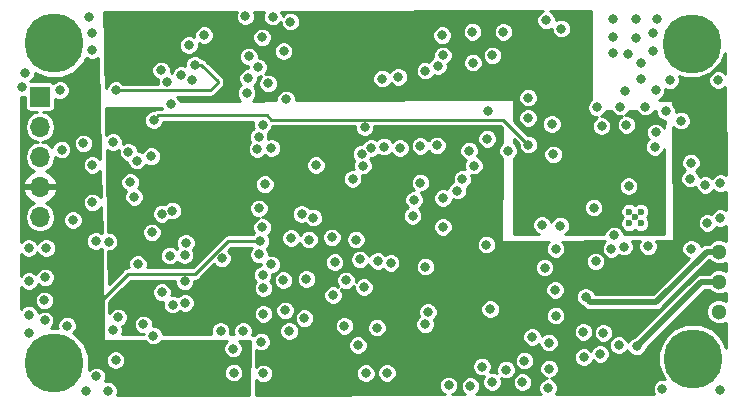
<source format=gbr>
%TF.GenerationSoftware,KiCad,Pcbnew,(5.0.2)-1*%
%TF.CreationDate,2021-04-08T12:32:06+02:00*%
%TF.ProjectId,trackerGPS,74726163-6b65-4724-9750-532e6b696361,rev?*%
%TF.SameCoordinates,Original*%
%TF.FileFunction,Copper,L3,Inr*%
%TF.FilePolarity,Positive*%
%FSLAX46Y46*%
G04 Gerber Fmt 4.6, Leading zero omitted, Abs format (unit mm)*
G04 Created by KiCad (PCBNEW (5.0.2)-1) date 08/04/2021 12:32:06*
%MOMM*%
%LPD*%
G01*
G04 APERTURE LIST*
%ADD10C,1.300000*%
%ADD11C,0.800000*%
%ADD12C,5.000000*%
%ADD13C,0.600000*%
%ADD14R,1.700000X1.700000*%
%ADD15O,1.700000X1.700000*%
%ADD16C,0.500000*%
%ADD17C,0.250000*%
%ADD18C,0.254000*%
G04 APERTURE END LIST*
D10*
X158450280Y-85791040D03*
X158450280Y-83251040D03*
X158450280Y-88331040D03*
D11*
X157586625Y-90977775D03*
X156260800Y-90428600D03*
X154934975Y-90977775D03*
X154385800Y-92303600D03*
X154934975Y-93629425D03*
X156260800Y-94178600D03*
X157586625Y-93629425D03*
X158135800Y-92303600D03*
D12*
X156260800Y-92303600D03*
X156133800Y-65659000D03*
D11*
X154258800Y-65659000D03*
X154807975Y-64333175D03*
X156133800Y-63784000D03*
X157459625Y-64333175D03*
X158008800Y-65659000D03*
X157459625Y-66984825D03*
X156133800Y-67534000D03*
X154807975Y-66984825D03*
X103510025Y-64282375D03*
X102184200Y-63733200D03*
X100858375Y-64282375D03*
X100309200Y-65608200D03*
X100858375Y-66934025D03*
X102184200Y-67483200D03*
X103510025Y-66934025D03*
X104059200Y-65608200D03*
D12*
X102184200Y-65608200D03*
X102184200Y-92659200D03*
D11*
X104059200Y-92659200D03*
X103510025Y-93985025D03*
X102184200Y-94534200D03*
X100858375Y-93985025D03*
X100309200Y-92659200D03*
X100858375Y-91333375D03*
X102184200Y-90784200D03*
X103510025Y-91333375D03*
D13*
X151331400Y-80353600D03*
X150831400Y-79853600D03*
X151831400Y-79853600D03*
X151831400Y-80853600D03*
X150831400Y-80853600D03*
D14*
X100965000Y-70129400D03*
D15*
X100965000Y-72669400D03*
X100965000Y-75209400D03*
X100965000Y-77749400D03*
X100965000Y-80289400D03*
D11*
X111294753Y-80043447D03*
X120548400Y-84330775D03*
X133172200Y-74295000D03*
X144297400Y-72440800D03*
X148513800Y-72618600D03*
X150622000Y-72517000D03*
X156006800Y-77063600D03*
X157302200Y-77597000D03*
X105689400Y-82346800D03*
X103759000Y-80568800D03*
X144424400Y-75006200D03*
X135077200Y-66624200D03*
X134645400Y-67538600D03*
X133604000Y-67919600D03*
X136296400Y-78079600D03*
X119888000Y-88519000D03*
X119888000Y-86334600D03*
X119811800Y-85217000D03*
X113309400Y-82499200D03*
X108940600Y-78613000D03*
X122072400Y-89966800D03*
X122174000Y-63779400D03*
X142290800Y-70205600D03*
X145110200Y-64363600D03*
X140208000Y-64643000D03*
X130657600Y-84201000D03*
X133807200Y-88341200D03*
X133578600Y-89408000D03*
X139090400Y-88112600D03*
X121818400Y-70358000D03*
X118592600Y-68554600D03*
X121589802Y-66268600D03*
X113563400Y-65760600D03*
X105410000Y-79070200D03*
X106781600Y-82397600D03*
X129946400Y-68605400D03*
X131318000Y-68453000D03*
X119507000Y-83489800D03*
X116357400Y-83820000D03*
X129565400Y-84023200D03*
X120548400Y-74472800D03*
X123113800Y-80060800D03*
X124333000Y-75920600D03*
X113868200Y-68757800D03*
X119786400Y-81178400D03*
X118364000Y-63296800D03*
X120675400Y-63347600D03*
X118643400Y-66725800D03*
X119380000Y-74574400D03*
X149352000Y-83007200D03*
X148005800Y-84074000D03*
X150418800Y-82829400D03*
X149580600Y-81864200D03*
X152450800Y-82804000D03*
X150799800Y-77698600D03*
X102666800Y-69570600D03*
X111218903Y-67893324D03*
X108458000Y-74803000D03*
X109245400Y-84302600D03*
X112191800Y-87731600D03*
X107365800Y-92430600D03*
X156108400Y-83007208D03*
X125780800Y-86931500D03*
X99999800Y-82943700D03*
X101498400Y-82943700D03*
X100025200Y-85750400D03*
X100025200Y-88582500D03*
X100025200Y-90131900D03*
X101409500Y-85420200D03*
X101346000Y-87376000D03*
X101358700Y-89065100D03*
X104825800Y-95008700D03*
X106705400Y-95008700D03*
X105752900Y-93802200D03*
X117360700Y-93497400D03*
X117322600Y-91452700D03*
X116255800Y-89954100D03*
X139242800Y-94284800D03*
X141808198Y-94297500D03*
X144068800Y-93154500D03*
X144056100Y-90957400D03*
X144627600Y-88671400D03*
X141973300Y-92481400D03*
X144589500Y-86487000D03*
X144627600Y-83019900D03*
X143687800Y-84594700D03*
X128046480Y-83911440D03*
X121729500Y-88214200D03*
X123728480Y-82235040D03*
X126860300Y-85686900D03*
X156083000Y-75717400D03*
X119697500Y-90868500D03*
X119888000Y-93548200D03*
X123355100Y-88887300D03*
X126733300Y-89535000D03*
X127876300Y-91160600D03*
X128549400Y-93535500D03*
X130340100Y-93510100D03*
X135559800Y-94576900D03*
X137401300Y-94640400D03*
X138391900Y-92976700D03*
X140423900Y-93243400D03*
X143992600Y-94792800D03*
X107175300Y-89865200D03*
X109715300Y-89408000D03*
X110566200Y-90360500D03*
X153670000Y-94856300D03*
X158559500Y-94970600D03*
X143459200Y-80987900D03*
X145034000Y-81051400D03*
X147840700Y-79514700D03*
X149504400Y-63538100D03*
X151472900Y-63538100D03*
X153238200Y-63538100D03*
X149504400Y-65087500D03*
X151434800Y-65138300D03*
X152869900Y-64770000D03*
X152869900Y-66294000D03*
X149453600Y-66459100D03*
X150774400Y-66522600D03*
X151879300Y-67297300D03*
X151879300Y-67297300D03*
X158389320Y-68732400D03*
X154289760Y-68742560D03*
X150474680Y-69646800D03*
X153085800Y-69596000D03*
X151841200Y-68630800D03*
X155244800Y-72156320D03*
X158582360Y-77459840D03*
X158546800Y-80416400D03*
X157480000Y-80812640D03*
X103271320Y-89514680D03*
X118165880Y-89951560D03*
X142636240Y-90464640D03*
X129499360Y-89677240D03*
X127721360Y-82224880D03*
X138861800Y-71313040D03*
X138821160Y-73690480D03*
X137297160Y-74696320D03*
X125689360Y-82042000D03*
X132527040Y-80213200D03*
X148112480Y-71043800D03*
X150098760Y-70962520D03*
X152222200Y-70962520D03*
X153949400Y-71348600D03*
X153085800Y-73146920D03*
X153014680Y-74381360D03*
X105079800Y-63383160D03*
X105374440Y-64759840D03*
X105384600Y-66192400D03*
X99725480Y-68107560D03*
X99486720Y-69336920D03*
X119776240Y-65105280D03*
X110398560Y-75173840D03*
X107149909Y-73980040D03*
X112181470Y-79781400D03*
X148396960Y-91902280D03*
X147005040Y-92176600D03*
X146979640Y-90048080D03*
X148666200Y-90124280D03*
X149971760Y-91160600D03*
X137627360Y-67243960D03*
X143824960Y-63672720D03*
X142290800Y-71927720D03*
X138760200Y-82656680D03*
X133593840Y-84521040D03*
X128391920Y-86248240D03*
X125912880Y-84129880D03*
X123525280Y-85567520D03*
X121579640Y-85658960D03*
X140589000Y-74701400D03*
X139268200Y-66629280D03*
X137581640Y-64632840D03*
X135011160Y-64927480D03*
X132648960Y-78861920D03*
X133177280Y-77403960D03*
X130093720Y-74355960D03*
X135082280Y-78719680D03*
X135087360Y-81153000D03*
X102803960Y-74604880D03*
X119506999Y-79578200D03*
X119816880Y-72491600D03*
X128463040Y-72710210D03*
X113253520Y-87589360D03*
X113223040Y-85765800D03*
X111282480Y-86685120D03*
X113207800Y-83540600D03*
X111958120Y-83591400D03*
X119999760Y-77541120D03*
X128295400Y-75971400D03*
X137693400Y-75971400D03*
X122224800Y-82092800D03*
X134569200Y-74244200D03*
X128198453Y-74960053D03*
X124104400Y-80365600D03*
X109169200Y-75539600D03*
X114858800Y-64922400D03*
X104639000Y-74079100D03*
X105410000Y-75907900D03*
X111760000Y-68859400D03*
X119430800Y-67640200D03*
X131445000Y-74472800D03*
X112064802Y-70789798D03*
X110439200Y-81610200D03*
X107581700Y-88811100D03*
X119481600Y-73533000D03*
X108610400Y-77368400D03*
X118460947Y-69819947D03*
X120294400Y-69011800D03*
X147157440Y-87081360D03*
X146481800Y-64185800D03*
X142621000Y-65278000D03*
X152527000Y-75590400D03*
X146583400Y-79933800D03*
X107538520Y-68453000D03*
X142316200Y-74193400D03*
X110591600Y-72110600D03*
X127431800Y-77089000D03*
X136728200Y-77089000D03*
X129001520Y-74472800D03*
X112941100Y-68287900D03*
X156235400Y-80975200D03*
X151688800Y-88671400D03*
X141046200Y-91008200D03*
X138303000Y-89408000D03*
X114858800Y-89001600D03*
X127482600Y-88087200D03*
X107327700Y-77152500D03*
X155956000Y-70078600D03*
X154208480Y-84322920D03*
X114071400Y-67437000D03*
X106248200Y-91643200D03*
X119634000Y-82346800D03*
X104927400Y-88646000D03*
X105270300Y-72522080D03*
X107396280Y-69585840D03*
X151495760Y-91267280D03*
D16*
X147436840Y-87360760D02*
X147157440Y-87081360D01*
X147436840Y-87421720D02*
X147436840Y-87360760D01*
X147543520Y-87528400D02*
X147436840Y-87421720D01*
X153146760Y-87528400D02*
X147543520Y-87528400D01*
X158450280Y-83251040D02*
X157424120Y-83251040D01*
X157424120Y-83251040D02*
X153146760Y-87528400D01*
D17*
X120174243Y-71710601D02*
X110991599Y-71710601D01*
X140208000Y-72085200D02*
X120548842Y-72085200D01*
X110991599Y-71710601D02*
X110591600Y-72110600D01*
X142316200Y-74193400D02*
X140208000Y-72085200D01*
X120548842Y-72085200D02*
X120174243Y-71710601D01*
X116905598Y-82346800D02*
X114111598Y-85140800D01*
X119634000Y-82346800D02*
X116905598Y-82346800D01*
X114111598Y-85140800D02*
X108432600Y-85140800D01*
X108432600Y-85140800D02*
X104927400Y-88646000D01*
X115402360Y-69585840D02*
X107961965Y-69585840D01*
X107961965Y-69585840D02*
X107396280Y-69585840D01*
X116001800Y-68986400D02*
X115402360Y-69585840D01*
X116001800Y-68801715D02*
X116001800Y-68986400D01*
X114637085Y-67437000D02*
X116001800Y-68801715D01*
X114071400Y-67437000D02*
X114637085Y-67437000D01*
D16*
X156972000Y-85791040D02*
X151895759Y-90867281D01*
X151895759Y-90867281D02*
X151495760Y-91267280D01*
X158450280Y-85791040D02*
X156972000Y-85791040D01*
D18*
G36*
X147650200Y-70340144D02*
X147644022Y-70342703D01*
X147411383Y-70575342D01*
X147285480Y-70879299D01*
X147285480Y-71208301D01*
X147411383Y-71512258D01*
X147644022Y-71744897D01*
X147947979Y-71870800D01*
X148158093Y-71870800D01*
X148045342Y-71917503D01*
X147812703Y-72150142D01*
X147686800Y-72454099D01*
X147686800Y-72783101D01*
X147812703Y-73087058D01*
X148045342Y-73319697D01*
X148349299Y-73445600D01*
X148678301Y-73445600D01*
X148982258Y-73319697D01*
X149214897Y-73087058D01*
X149340800Y-72783101D01*
X149340800Y-72454099D01*
X149214897Y-72150142D01*
X148982258Y-71917503D01*
X148678301Y-71791600D01*
X148468187Y-71791600D01*
X148580938Y-71744897D01*
X148813577Y-71512258D01*
X148870845Y-71374000D01*
X149374062Y-71374000D01*
X149397663Y-71430978D01*
X149630302Y-71663617D01*
X149934259Y-71789520D01*
X150217236Y-71789520D01*
X150153542Y-71815903D01*
X149920903Y-72048542D01*
X149795000Y-72352499D01*
X149795000Y-72681501D01*
X149920903Y-72985458D01*
X150153542Y-73218097D01*
X150457499Y-73344000D01*
X150786501Y-73344000D01*
X151090458Y-73218097D01*
X151323097Y-72985458D01*
X151449000Y-72681501D01*
X151449000Y-72352499D01*
X151323097Y-72048542D01*
X151090458Y-71815903D01*
X150786501Y-71690000D01*
X150503524Y-71690000D01*
X150567218Y-71663617D01*
X150799857Y-71430978D01*
X150823458Y-71374000D01*
X151497502Y-71374000D01*
X151521103Y-71430978D01*
X151753742Y-71663617D01*
X152057699Y-71789520D01*
X152386701Y-71789520D01*
X152690658Y-71663617D01*
X152923297Y-71430978D01*
X152946898Y-71374000D01*
X153122400Y-71374000D01*
X153122400Y-71513101D01*
X153248303Y-71817058D01*
X153480942Y-72049697D01*
X153784899Y-72175600D01*
X153845588Y-72175600D01*
X153844063Y-72816472D01*
X153786897Y-72678462D01*
X153554258Y-72445823D01*
X153250301Y-72319920D01*
X152921299Y-72319920D01*
X152617342Y-72445823D01*
X152384703Y-72678462D01*
X152258800Y-72982419D01*
X152258800Y-73311421D01*
X152384703Y-73615378D01*
X152497905Y-73728580D01*
X152313583Y-73912902D01*
X152187680Y-74216859D01*
X152187680Y-74545861D01*
X152313583Y-74849818D01*
X152546222Y-75082457D01*
X152850179Y-75208360D01*
X153179181Y-75208360D01*
X153483138Y-75082457D01*
X153715777Y-74849818D01*
X153839935Y-74550074D01*
X153822702Y-81788000D01*
X150407600Y-81788000D01*
X150407600Y-81699699D01*
X150281697Y-81395742D01*
X150049058Y-81163103D01*
X149745101Y-81037200D01*
X149416099Y-81037200D01*
X149112142Y-81163103D01*
X148879503Y-81395742D01*
X148753600Y-81699699D01*
X148753600Y-81788000D01*
X145416746Y-81788000D01*
X145502458Y-81752497D01*
X145735097Y-81519858D01*
X145861000Y-81215901D01*
X145861000Y-80886899D01*
X145735097Y-80582942D01*
X145502458Y-80350303D01*
X145198501Y-80224400D01*
X144869499Y-80224400D01*
X144565542Y-80350303D01*
X144332903Y-80582942D01*
X144259751Y-80759546D01*
X144160297Y-80519442D01*
X143927658Y-80286803D01*
X143623701Y-80160900D01*
X143294699Y-80160900D01*
X142990742Y-80286803D01*
X142758103Y-80519442D01*
X142632200Y-80823399D01*
X142632200Y-81152401D01*
X142758103Y-81456358D01*
X142990742Y-81688997D01*
X143229757Y-81788000D01*
X141071487Y-81788000D01*
X141069321Y-79350199D01*
X147013700Y-79350199D01*
X147013700Y-79679201D01*
X147139603Y-79983158D01*
X147372242Y-80215797D01*
X147676199Y-80341700D01*
X148005201Y-80341700D01*
X148309158Y-80215797D01*
X148541797Y-79983158D01*
X148655360Y-79708991D01*
X150104400Y-79708991D01*
X150104400Y-79998209D01*
X150215079Y-80265413D01*
X150303266Y-80353600D01*
X150215079Y-80441787D01*
X150104400Y-80708991D01*
X150104400Y-80998209D01*
X150215079Y-81265413D01*
X150419587Y-81469921D01*
X150686791Y-81580600D01*
X150976009Y-81580600D01*
X151243213Y-81469921D01*
X151331400Y-81381734D01*
X151419587Y-81469921D01*
X151686791Y-81580600D01*
X151976009Y-81580600D01*
X152243213Y-81469921D01*
X152447721Y-81265413D01*
X152558400Y-80998209D01*
X152558400Y-80708991D01*
X152447721Y-80441787D01*
X152359534Y-80353600D01*
X152447721Y-80265413D01*
X152558400Y-79998209D01*
X152558400Y-79708991D01*
X152447721Y-79441787D01*
X152243213Y-79237279D01*
X151976009Y-79126600D01*
X151686791Y-79126600D01*
X151419587Y-79237279D01*
X151331400Y-79325466D01*
X151243213Y-79237279D01*
X150976009Y-79126600D01*
X150686791Y-79126600D01*
X150419587Y-79237279D01*
X150215079Y-79441787D01*
X150104400Y-79708991D01*
X148655360Y-79708991D01*
X148667700Y-79679201D01*
X148667700Y-79350199D01*
X148541797Y-79046242D01*
X148309158Y-78813603D01*
X148005201Y-78687700D01*
X147676199Y-78687700D01*
X147372242Y-78813603D01*
X147139603Y-79046242D01*
X147013700Y-79350199D01*
X141069321Y-79350199D01*
X141067708Y-77534099D01*
X149972800Y-77534099D01*
X149972800Y-77863101D01*
X150098703Y-78167058D01*
X150331342Y-78399697D01*
X150635299Y-78525600D01*
X150964301Y-78525600D01*
X151268258Y-78399697D01*
X151500897Y-78167058D01*
X151626800Y-77863101D01*
X151626800Y-77534099D01*
X151500897Y-77230142D01*
X151268258Y-76997503D01*
X150964301Y-76871600D01*
X150635299Y-76871600D01*
X150331342Y-76997503D01*
X150098703Y-77230142D01*
X149972800Y-77534099D01*
X141067708Y-77534099D01*
X141065806Y-75394149D01*
X141290097Y-75169858D01*
X141416000Y-74865901D01*
X141416000Y-74536899D01*
X141290097Y-74232942D01*
X141064574Y-74007419D01*
X141064321Y-73722166D01*
X141489200Y-74147046D01*
X141489200Y-74357901D01*
X141615103Y-74661858D01*
X141847742Y-74894497D01*
X142151699Y-75020400D01*
X142480701Y-75020400D01*
X142784658Y-74894497D01*
X142837456Y-74841699D01*
X143597400Y-74841699D01*
X143597400Y-75170701D01*
X143723303Y-75474658D01*
X143955942Y-75707297D01*
X144259899Y-75833200D01*
X144588901Y-75833200D01*
X144892858Y-75707297D01*
X145125497Y-75474658D01*
X145251400Y-75170701D01*
X145251400Y-74841699D01*
X145125497Y-74537742D01*
X144892858Y-74305103D01*
X144588901Y-74179200D01*
X144259899Y-74179200D01*
X143955942Y-74305103D01*
X143723303Y-74537742D01*
X143597400Y-74841699D01*
X142837456Y-74841699D01*
X143017297Y-74661858D01*
X143143200Y-74357901D01*
X143143200Y-74028899D01*
X143017297Y-73724942D01*
X142784658Y-73492303D01*
X142480701Y-73366400D01*
X142269846Y-73366400D01*
X141062932Y-72159487D01*
X141062581Y-71763219D01*
X141463800Y-71763219D01*
X141463800Y-72092221D01*
X141589703Y-72396178D01*
X141822342Y-72628817D01*
X142126299Y-72754720D01*
X142455301Y-72754720D01*
X142759258Y-72628817D01*
X142991897Y-72396178D01*
X143041552Y-72276299D01*
X143470400Y-72276299D01*
X143470400Y-72605301D01*
X143596303Y-72909258D01*
X143828942Y-73141897D01*
X144132899Y-73267800D01*
X144461901Y-73267800D01*
X144765858Y-73141897D01*
X144998497Y-72909258D01*
X145124400Y-72605301D01*
X145124400Y-72276299D01*
X144998497Y-71972342D01*
X144765858Y-71739703D01*
X144461901Y-71613800D01*
X144132899Y-71613800D01*
X143828942Y-71739703D01*
X143596303Y-71972342D01*
X143470400Y-72276299D01*
X143041552Y-72276299D01*
X143117800Y-72092221D01*
X143117800Y-71763219D01*
X142991897Y-71459262D01*
X142759258Y-71226623D01*
X142455301Y-71100720D01*
X142126299Y-71100720D01*
X141822342Y-71226623D01*
X141589703Y-71459262D01*
X141463800Y-71763219D01*
X141062581Y-71763219D01*
X141061440Y-70479807D01*
X141051729Y-70431215D01*
X141024163Y-70390038D01*
X140982937Y-70362544D01*
X140933821Y-70352922D01*
X122645400Y-70442002D01*
X122645400Y-70193499D01*
X122582274Y-70041099D01*
X141463800Y-70041099D01*
X141463800Y-70370101D01*
X141589703Y-70674058D01*
X141822342Y-70906697D01*
X142126299Y-71032600D01*
X142455301Y-71032600D01*
X142759258Y-70906697D01*
X142991897Y-70674058D01*
X143117800Y-70370101D01*
X143117800Y-70041099D01*
X142991897Y-69737142D01*
X142759258Y-69504503D01*
X142455301Y-69378600D01*
X142126299Y-69378600D01*
X141822342Y-69504503D01*
X141589703Y-69737142D01*
X141463800Y-70041099D01*
X122582274Y-70041099D01*
X122519497Y-69889542D01*
X122286858Y-69656903D01*
X121982901Y-69531000D01*
X121653899Y-69531000D01*
X121349942Y-69656903D01*
X121117303Y-69889542D01*
X120991400Y-70193499D01*
X120991400Y-70450059D01*
X118990645Y-70459804D01*
X119162044Y-70288405D01*
X119287947Y-69984448D01*
X119287947Y-69655446D01*
X119162044Y-69351489D01*
X119063655Y-69253100D01*
X119293697Y-69023058D01*
X119419600Y-68719101D01*
X119419600Y-68467200D01*
X119595301Y-68467200D01*
X119721873Y-68414772D01*
X119593303Y-68543342D01*
X119467400Y-68847299D01*
X119467400Y-69176301D01*
X119593303Y-69480258D01*
X119825942Y-69712897D01*
X120129899Y-69838800D01*
X120458901Y-69838800D01*
X120762858Y-69712897D01*
X120995497Y-69480258D01*
X121121400Y-69176301D01*
X121121400Y-68847299D01*
X120995497Y-68543342D01*
X120893054Y-68440899D01*
X129119400Y-68440899D01*
X129119400Y-68769901D01*
X129245303Y-69073858D01*
X129477942Y-69306497D01*
X129781899Y-69432400D01*
X130110901Y-69432400D01*
X130414858Y-69306497D01*
X130647497Y-69073858D01*
X130683173Y-68987728D01*
X130849542Y-69154097D01*
X131153499Y-69280000D01*
X131482501Y-69280000D01*
X131786458Y-69154097D01*
X132019097Y-68921458D01*
X132145000Y-68617501D01*
X132145000Y-68288499D01*
X132019097Y-67984542D01*
X131789654Y-67755099D01*
X132777000Y-67755099D01*
X132777000Y-68084101D01*
X132902903Y-68388058D01*
X133135542Y-68620697D01*
X133439499Y-68746600D01*
X133768501Y-68746600D01*
X134072458Y-68620697D01*
X134305097Y-68388058D01*
X134338783Y-68306734D01*
X134480899Y-68365600D01*
X134809901Y-68365600D01*
X135113858Y-68239697D01*
X135346497Y-68007058D01*
X135472400Y-67703101D01*
X135472400Y-67374099D01*
X135465874Y-67358344D01*
X135545658Y-67325297D01*
X135778297Y-67092658D01*
X135783764Y-67079459D01*
X136800360Y-67079459D01*
X136800360Y-67408461D01*
X136926263Y-67712418D01*
X137158902Y-67945057D01*
X137462859Y-68070960D01*
X137791861Y-68070960D01*
X138095818Y-67945057D01*
X138328457Y-67712418D01*
X138454360Y-67408461D01*
X138454360Y-67079459D01*
X138328457Y-66775502D01*
X138095818Y-66542863D01*
X137907307Y-66464779D01*
X138441200Y-66464779D01*
X138441200Y-66793781D01*
X138567103Y-67097738D01*
X138799742Y-67330377D01*
X139103699Y-67456280D01*
X139432701Y-67456280D01*
X139736658Y-67330377D01*
X139969297Y-67097738D01*
X140095200Y-66793781D01*
X140095200Y-66464779D01*
X139969297Y-66160822D01*
X139736658Y-65928183D01*
X139432701Y-65802280D01*
X139103699Y-65802280D01*
X138799742Y-65928183D01*
X138567103Y-66160822D01*
X138441200Y-66464779D01*
X137907307Y-66464779D01*
X137791861Y-66416960D01*
X137462859Y-66416960D01*
X137158902Y-66542863D01*
X136926263Y-66775502D01*
X136800360Y-67079459D01*
X135783764Y-67079459D01*
X135904200Y-66788701D01*
X135904200Y-66459699D01*
X135778297Y-66155742D01*
X135545658Y-65923103D01*
X135241701Y-65797200D01*
X134912699Y-65797200D01*
X134608742Y-65923103D01*
X134376103Y-66155742D01*
X134250200Y-66459699D01*
X134250200Y-66788701D01*
X134256726Y-66804456D01*
X134176942Y-66837503D01*
X133944303Y-67070142D01*
X133910617Y-67151466D01*
X133768501Y-67092600D01*
X133439499Y-67092600D01*
X133135542Y-67218503D01*
X132902903Y-67451142D01*
X132777000Y-67755099D01*
X131789654Y-67755099D01*
X131786458Y-67751903D01*
X131482501Y-67626000D01*
X131153499Y-67626000D01*
X130849542Y-67751903D01*
X130616903Y-67984542D01*
X130581227Y-68070672D01*
X130414858Y-67904303D01*
X130110901Y-67778400D01*
X129781899Y-67778400D01*
X129477942Y-67904303D01*
X129245303Y-68136942D01*
X129119400Y-68440899D01*
X120893054Y-68440899D01*
X120762858Y-68310703D01*
X120458901Y-68184800D01*
X120129899Y-68184800D01*
X120003327Y-68237228D01*
X120131897Y-68108658D01*
X120257800Y-67804701D01*
X120257800Y-67475699D01*
X120131897Y-67171742D01*
X119899258Y-66939103D01*
X119595301Y-66813200D01*
X119470400Y-66813200D01*
X119470400Y-66561299D01*
X119344497Y-66257342D01*
X119191254Y-66104099D01*
X120762802Y-66104099D01*
X120762802Y-66433101D01*
X120888705Y-66737058D01*
X121121344Y-66969697D01*
X121425301Y-67095600D01*
X121754303Y-67095600D01*
X122058260Y-66969697D01*
X122290899Y-66737058D01*
X122416802Y-66433101D01*
X122416802Y-66104099D01*
X122290899Y-65800142D01*
X122058260Y-65567503D01*
X121754303Y-65441600D01*
X121425301Y-65441600D01*
X121121344Y-65567503D01*
X120888705Y-65800142D01*
X120762802Y-66104099D01*
X119191254Y-66104099D01*
X119111858Y-66024703D01*
X118807901Y-65898800D01*
X118478899Y-65898800D01*
X118174942Y-66024703D01*
X117942303Y-66257342D01*
X117816400Y-66561299D01*
X117816400Y-66890301D01*
X117942303Y-67194258D01*
X118174942Y-67426897D01*
X118478899Y-67552800D01*
X118603800Y-67552800D01*
X118603800Y-67727600D01*
X118428099Y-67727600D01*
X118124142Y-67853503D01*
X117891503Y-68086142D01*
X117765600Y-68390099D01*
X117765600Y-68719101D01*
X117891503Y-69023058D01*
X117989892Y-69121447D01*
X117759850Y-69351489D01*
X117633947Y-69655446D01*
X117633947Y-69984448D01*
X117759850Y-70288405D01*
X117936384Y-70464939D01*
X112835671Y-70489784D01*
X112765899Y-70321340D01*
X112582399Y-70137840D01*
X115347995Y-70137840D01*
X115402360Y-70148654D01*
X115456725Y-70137840D01*
X115617740Y-70105812D01*
X115800330Y-69983810D01*
X115831128Y-69937717D01*
X116353679Y-69415167D01*
X116399770Y-69384370D01*
X116485746Y-69255697D01*
X116521772Y-69201780D01*
X116564614Y-68986401D01*
X116553800Y-68932036D01*
X116553800Y-68856079D01*
X116564614Y-68801714D01*
X116521772Y-68586335D01*
X116493045Y-68543342D01*
X116399770Y-68403745D01*
X116353680Y-68372949D01*
X115065853Y-67085123D01*
X115035055Y-67039030D01*
X114852465Y-66917028D01*
X114691450Y-66885000D01*
X114688335Y-66884380D01*
X114539858Y-66735903D01*
X114235901Y-66610000D01*
X113906899Y-66610000D01*
X113602942Y-66735903D01*
X113370303Y-66968542D01*
X113244400Y-67272499D01*
X113244400Y-67518392D01*
X113105601Y-67460900D01*
X112776599Y-67460900D01*
X112472642Y-67586803D01*
X112240003Y-67819442D01*
X112118507Y-68112760D01*
X112037113Y-68079045D01*
X112045903Y-68057825D01*
X112045903Y-67728823D01*
X111920000Y-67424866D01*
X111687361Y-67192227D01*
X111383404Y-67066324D01*
X111054402Y-67066324D01*
X110750445Y-67192227D01*
X110517806Y-67424866D01*
X110391903Y-67728823D01*
X110391903Y-68057825D01*
X110517806Y-68361782D01*
X110750445Y-68594421D01*
X110941790Y-68673679D01*
X110933000Y-68694899D01*
X110933000Y-69023901D01*
X110937117Y-69033840D01*
X108013835Y-69033840D01*
X107864738Y-68884743D01*
X107560781Y-68758840D01*
X107231779Y-68758840D01*
X106927822Y-68884743D01*
X106695183Y-69117382D01*
X106583853Y-69386157D01*
X106480761Y-67245016D01*
X106451898Y-65596099D01*
X112736400Y-65596099D01*
X112736400Y-65925101D01*
X112862303Y-66229058D01*
X113094942Y-66461697D01*
X113398899Y-66587600D01*
X113727901Y-66587600D01*
X114031858Y-66461697D01*
X114264497Y-66229058D01*
X114390400Y-65925101D01*
X114390400Y-65623521D01*
X114694299Y-65749400D01*
X115023301Y-65749400D01*
X115327258Y-65623497D01*
X115559897Y-65390858D01*
X115685800Y-65086901D01*
X115685800Y-64940779D01*
X118949240Y-64940779D01*
X118949240Y-65269781D01*
X119075143Y-65573738D01*
X119307782Y-65806377D01*
X119611739Y-65932280D01*
X119940741Y-65932280D01*
X120244698Y-65806377D01*
X120477337Y-65573738D01*
X120603240Y-65269781D01*
X120603240Y-64940779D01*
X120529593Y-64762979D01*
X134184160Y-64762979D01*
X134184160Y-65091981D01*
X134310063Y-65395938D01*
X134542702Y-65628577D01*
X134846659Y-65754480D01*
X135175661Y-65754480D01*
X135479618Y-65628577D01*
X135712257Y-65395938D01*
X135838160Y-65091981D01*
X135838160Y-64762979D01*
X135716117Y-64468339D01*
X136754640Y-64468339D01*
X136754640Y-64797341D01*
X136880543Y-65101298D01*
X137113182Y-65333937D01*
X137417139Y-65459840D01*
X137746141Y-65459840D01*
X138050098Y-65333937D01*
X138282737Y-65101298D01*
X138408640Y-64797341D01*
X138408640Y-64478499D01*
X139381000Y-64478499D01*
X139381000Y-64807501D01*
X139506903Y-65111458D01*
X139739542Y-65344097D01*
X140043499Y-65470000D01*
X140372501Y-65470000D01*
X140676458Y-65344097D01*
X140909097Y-65111458D01*
X141035000Y-64807501D01*
X141035000Y-64478499D01*
X140909097Y-64174542D01*
X140676458Y-63941903D01*
X140372501Y-63816000D01*
X140043499Y-63816000D01*
X139739542Y-63941903D01*
X139506903Y-64174542D01*
X139381000Y-64478499D01*
X138408640Y-64478499D01*
X138408640Y-64468339D01*
X138282737Y-64164382D01*
X138050098Y-63931743D01*
X137746141Y-63805840D01*
X137417139Y-63805840D01*
X137113182Y-63931743D01*
X136880543Y-64164382D01*
X136754640Y-64468339D01*
X135716117Y-64468339D01*
X135712257Y-64459022D01*
X135479618Y-64226383D01*
X135175661Y-64100480D01*
X134846659Y-64100480D01*
X134542702Y-64226383D01*
X134310063Y-64459022D01*
X134184160Y-64762979D01*
X120529593Y-64762979D01*
X120477337Y-64636822D01*
X120244698Y-64404183D01*
X119940741Y-64278280D01*
X119611739Y-64278280D01*
X119307782Y-64404183D01*
X119075143Y-64636822D01*
X118949240Y-64940779D01*
X115685800Y-64940779D01*
X115685800Y-64757899D01*
X115559897Y-64453942D01*
X115327258Y-64221303D01*
X115023301Y-64095400D01*
X114694299Y-64095400D01*
X114390342Y-64221303D01*
X114157703Y-64453942D01*
X114031800Y-64757899D01*
X114031800Y-65059479D01*
X113727901Y-64933600D01*
X113398899Y-64933600D01*
X113094942Y-65059503D01*
X112862303Y-65292142D01*
X112736400Y-65596099D01*
X106451898Y-65596099D01*
X106405591Y-62950660D01*
X117618067Y-62936586D01*
X117537000Y-63132299D01*
X117537000Y-63461301D01*
X117662903Y-63765258D01*
X117895542Y-63997897D01*
X118199499Y-64123800D01*
X118528501Y-64123800D01*
X118832458Y-63997897D01*
X119065097Y-63765258D01*
X119191000Y-63461301D01*
X119191000Y-63132299D01*
X119109158Y-62934715D01*
X119951722Y-62933657D01*
X119848400Y-63183099D01*
X119848400Y-63512101D01*
X119974303Y-63816058D01*
X120206942Y-64048697D01*
X120510899Y-64174600D01*
X120839901Y-64174600D01*
X121143858Y-64048697D01*
X121347000Y-63845555D01*
X121347000Y-63943901D01*
X121472903Y-64247858D01*
X121705542Y-64480497D01*
X122009499Y-64606400D01*
X122338501Y-64606400D01*
X122642458Y-64480497D01*
X122875097Y-64247858D01*
X123001000Y-63943901D01*
X123001000Y-63614899D01*
X122875097Y-63310942D01*
X122642458Y-63078303D01*
X122338501Y-62952400D01*
X122009499Y-62952400D01*
X121705542Y-63078303D01*
X121502400Y-63281445D01*
X121502400Y-63183099D01*
X121398326Y-62931841D01*
X143519580Y-62904074D01*
X143356502Y-62971623D01*
X143123863Y-63204262D01*
X142997960Y-63508219D01*
X142997960Y-63837221D01*
X143123863Y-64141178D01*
X143356502Y-64373817D01*
X143660459Y-64499720D01*
X143989461Y-64499720D01*
X144283200Y-64378049D01*
X144283200Y-64528101D01*
X144409103Y-64832058D01*
X144641742Y-65064697D01*
X144945699Y-65190600D01*
X145274701Y-65190600D01*
X145578658Y-65064697D01*
X145811297Y-64832058D01*
X145937200Y-64528101D01*
X145937200Y-64199099D01*
X145811297Y-63895142D01*
X145578658Y-63662503D01*
X145274701Y-63536600D01*
X144945699Y-63536600D01*
X144651960Y-63658271D01*
X144651960Y-63508219D01*
X144526057Y-63204262D01*
X144293418Y-62971623D01*
X144128495Y-62903310D01*
X147650200Y-62898889D01*
X147650200Y-70340144D01*
X147650200Y-70340144D01*
G37*
X147650200Y-70340144D02*
X147644022Y-70342703D01*
X147411383Y-70575342D01*
X147285480Y-70879299D01*
X147285480Y-71208301D01*
X147411383Y-71512258D01*
X147644022Y-71744897D01*
X147947979Y-71870800D01*
X148158093Y-71870800D01*
X148045342Y-71917503D01*
X147812703Y-72150142D01*
X147686800Y-72454099D01*
X147686800Y-72783101D01*
X147812703Y-73087058D01*
X148045342Y-73319697D01*
X148349299Y-73445600D01*
X148678301Y-73445600D01*
X148982258Y-73319697D01*
X149214897Y-73087058D01*
X149340800Y-72783101D01*
X149340800Y-72454099D01*
X149214897Y-72150142D01*
X148982258Y-71917503D01*
X148678301Y-71791600D01*
X148468187Y-71791600D01*
X148580938Y-71744897D01*
X148813577Y-71512258D01*
X148870845Y-71374000D01*
X149374062Y-71374000D01*
X149397663Y-71430978D01*
X149630302Y-71663617D01*
X149934259Y-71789520D01*
X150217236Y-71789520D01*
X150153542Y-71815903D01*
X149920903Y-72048542D01*
X149795000Y-72352499D01*
X149795000Y-72681501D01*
X149920903Y-72985458D01*
X150153542Y-73218097D01*
X150457499Y-73344000D01*
X150786501Y-73344000D01*
X151090458Y-73218097D01*
X151323097Y-72985458D01*
X151449000Y-72681501D01*
X151449000Y-72352499D01*
X151323097Y-72048542D01*
X151090458Y-71815903D01*
X150786501Y-71690000D01*
X150503524Y-71690000D01*
X150567218Y-71663617D01*
X150799857Y-71430978D01*
X150823458Y-71374000D01*
X151497502Y-71374000D01*
X151521103Y-71430978D01*
X151753742Y-71663617D01*
X152057699Y-71789520D01*
X152386701Y-71789520D01*
X152690658Y-71663617D01*
X152923297Y-71430978D01*
X152946898Y-71374000D01*
X153122400Y-71374000D01*
X153122400Y-71513101D01*
X153248303Y-71817058D01*
X153480942Y-72049697D01*
X153784899Y-72175600D01*
X153845588Y-72175600D01*
X153844063Y-72816472D01*
X153786897Y-72678462D01*
X153554258Y-72445823D01*
X153250301Y-72319920D01*
X152921299Y-72319920D01*
X152617342Y-72445823D01*
X152384703Y-72678462D01*
X152258800Y-72982419D01*
X152258800Y-73311421D01*
X152384703Y-73615378D01*
X152497905Y-73728580D01*
X152313583Y-73912902D01*
X152187680Y-74216859D01*
X152187680Y-74545861D01*
X152313583Y-74849818D01*
X152546222Y-75082457D01*
X152850179Y-75208360D01*
X153179181Y-75208360D01*
X153483138Y-75082457D01*
X153715777Y-74849818D01*
X153839935Y-74550074D01*
X153822702Y-81788000D01*
X150407600Y-81788000D01*
X150407600Y-81699699D01*
X150281697Y-81395742D01*
X150049058Y-81163103D01*
X149745101Y-81037200D01*
X149416099Y-81037200D01*
X149112142Y-81163103D01*
X148879503Y-81395742D01*
X148753600Y-81699699D01*
X148753600Y-81788000D01*
X145416746Y-81788000D01*
X145502458Y-81752497D01*
X145735097Y-81519858D01*
X145861000Y-81215901D01*
X145861000Y-80886899D01*
X145735097Y-80582942D01*
X145502458Y-80350303D01*
X145198501Y-80224400D01*
X144869499Y-80224400D01*
X144565542Y-80350303D01*
X144332903Y-80582942D01*
X144259751Y-80759546D01*
X144160297Y-80519442D01*
X143927658Y-80286803D01*
X143623701Y-80160900D01*
X143294699Y-80160900D01*
X142990742Y-80286803D01*
X142758103Y-80519442D01*
X142632200Y-80823399D01*
X142632200Y-81152401D01*
X142758103Y-81456358D01*
X142990742Y-81688997D01*
X143229757Y-81788000D01*
X141071487Y-81788000D01*
X141069321Y-79350199D01*
X147013700Y-79350199D01*
X147013700Y-79679201D01*
X147139603Y-79983158D01*
X147372242Y-80215797D01*
X147676199Y-80341700D01*
X148005201Y-80341700D01*
X148309158Y-80215797D01*
X148541797Y-79983158D01*
X148655360Y-79708991D01*
X150104400Y-79708991D01*
X150104400Y-79998209D01*
X150215079Y-80265413D01*
X150303266Y-80353600D01*
X150215079Y-80441787D01*
X150104400Y-80708991D01*
X150104400Y-80998209D01*
X150215079Y-81265413D01*
X150419587Y-81469921D01*
X150686791Y-81580600D01*
X150976009Y-81580600D01*
X151243213Y-81469921D01*
X151331400Y-81381734D01*
X151419587Y-81469921D01*
X151686791Y-81580600D01*
X151976009Y-81580600D01*
X152243213Y-81469921D01*
X152447721Y-81265413D01*
X152558400Y-80998209D01*
X152558400Y-80708991D01*
X152447721Y-80441787D01*
X152359534Y-80353600D01*
X152447721Y-80265413D01*
X152558400Y-79998209D01*
X152558400Y-79708991D01*
X152447721Y-79441787D01*
X152243213Y-79237279D01*
X151976009Y-79126600D01*
X151686791Y-79126600D01*
X151419587Y-79237279D01*
X151331400Y-79325466D01*
X151243213Y-79237279D01*
X150976009Y-79126600D01*
X150686791Y-79126600D01*
X150419587Y-79237279D01*
X150215079Y-79441787D01*
X150104400Y-79708991D01*
X148655360Y-79708991D01*
X148667700Y-79679201D01*
X148667700Y-79350199D01*
X148541797Y-79046242D01*
X148309158Y-78813603D01*
X148005201Y-78687700D01*
X147676199Y-78687700D01*
X147372242Y-78813603D01*
X147139603Y-79046242D01*
X147013700Y-79350199D01*
X141069321Y-79350199D01*
X141067708Y-77534099D01*
X149972800Y-77534099D01*
X149972800Y-77863101D01*
X150098703Y-78167058D01*
X150331342Y-78399697D01*
X150635299Y-78525600D01*
X150964301Y-78525600D01*
X151268258Y-78399697D01*
X151500897Y-78167058D01*
X151626800Y-77863101D01*
X151626800Y-77534099D01*
X151500897Y-77230142D01*
X151268258Y-76997503D01*
X150964301Y-76871600D01*
X150635299Y-76871600D01*
X150331342Y-76997503D01*
X150098703Y-77230142D01*
X149972800Y-77534099D01*
X141067708Y-77534099D01*
X141065806Y-75394149D01*
X141290097Y-75169858D01*
X141416000Y-74865901D01*
X141416000Y-74536899D01*
X141290097Y-74232942D01*
X141064574Y-74007419D01*
X141064321Y-73722166D01*
X141489200Y-74147046D01*
X141489200Y-74357901D01*
X141615103Y-74661858D01*
X141847742Y-74894497D01*
X142151699Y-75020400D01*
X142480701Y-75020400D01*
X142784658Y-74894497D01*
X142837456Y-74841699D01*
X143597400Y-74841699D01*
X143597400Y-75170701D01*
X143723303Y-75474658D01*
X143955942Y-75707297D01*
X144259899Y-75833200D01*
X144588901Y-75833200D01*
X144892858Y-75707297D01*
X145125497Y-75474658D01*
X145251400Y-75170701D01*
X145251400Y-74841699D01*
X145125497Y-74537742D01*
X144892858Y-74305103D01*
X144588901Y-74179200D01*
X144259899Y-74179200D01*
X143955942Y-74305103D01*
X143723303Y-74537742D01*
X143597400Y-74841699D01*
X142837456Y-74841699D01*
X143017297Y-74661858D01*
X143143200Y-74357901D01*
X143143200Y-74028899D01*
X143017297Y-73724942D01*
X142784658Y-73492303D01*
X142480701Y-73366400D01*
X142269846Y-73366400D01*
X141062932Y-72159487D01*
X141062581Y-71763219D01*
X141463800Y-71763219D01*
X141463800Y-72092221D01*
X141589703Y-72396178D01*
X141822342Y-72628817D01*
X142126299Y-72754720D01*
X142455301Y-72754720D01*
X142759258Y-72628817D01*
X142991897Y-72396178D01*
X143041552Y-72276299D01*
X143470400Y-72276299D01*
X143470400Y-72605301D01*
X143596303Y-72909258D01*
X143828942Y-73141897D01*
X144132899Y-73267800D01*
X144461901Y-73267800D01*
X144765858Y-73141897D01*
X144998497Y-72909258D01*
X145124400Y-72605301D01*
X145124400Y-72276299D01*
X144998497Y-71972342D01*
X144765858Y-71739703D01*
X144461901Y-71613800D01*
X144132899Y-71613800D01*
X143828942Y-71739703D01*
X143596303Y-71972342D01*
X143470400Y-72276299D01*
X143041552Y-72276299D01*
X143117800Y-72092221D01*
X143117800Y-71763219D01*
X142991897Y-71459262D01*
X142759258Y-71226623D01*
X142455301Y-71100720D01*
X142126299Y-71100720D01*
X141822342Y-71226623D01*
X141589703Y-71459262D01*
X141463800Y-71763219D01*
X141062581Y-71763219D01*
X141061440Y-70479807D01*
X141051729Y-70431215D01*
X141024163Y-70390038D01*
X140982937Y-70362544D01*
X140933821Y-70352922D01*
X122645400Y-70442002D01*
X122645400Y-70193499D01*
X122582274Y-70041099D01*
X141463800Y-70041099D01*
X141463800Y-70370101D01*
X141589703Y-70674058D01*
X141822342Y-70906697D01*
X142126299Y-71032600D01*
X142455301Y-71032600D01*
X142759258Y-70906697D01*
X142991897Y-70674058D01*
X143117800Y-70370101D01*
X143117800Y-70041099D01*
X142991897Y-69737142D01*
X142759258Y-69504503D01*
X142455301Y-69378600D01*
X142126299Y-69378600D01*
X141822342Y-69504503D01*
X141589703Y-69737142D01*
X141463800Y-70041099D01*
X122582274Y-70041099D01*
X122519497Y-69889542D01*
X122286858Y-69656903D01*
X121982901Y-69531000D01*
X121653899Y-69531000D01*
X121349942Y-69656903D01*
X121117303Y-69889542D01*
X120991400Y-70193499D01*
X120991400Y-70450059D01*
X118990645Y-70459804D01*
X119162044Y-70288405D01*
X119287947Y-69984448D01*
X119287947Y-69655446D01*
X119162044Y-69351489D01*
X119063655Y-69253100D01*
X119293697Y-69023058D01*
X119419600Y-68719101D01*
X119419600Y-68467200D01*
X119595301Y-68467200D01*
X119721873Y-68414772D01*
X119593303Y-68543342D01*
X119467400Y-68847299D01*
X119467400Y-69176301D01*
X119593303Y-69480258D01*
X119825942Y-69712897D01*
X120129899Y-69838800D01*
X120458901Y-69838800D01*
X120762858Y-69712897D01*
X120995497Y-69480258D01*
X121121400Y-69176301D01*
X121121400Y-68847299D01*
X120995497Y-68543342D01*
X120893054Y-68440899D01*
X129119400Y-68440899D01*
X129119400Y-68769901D01*
X129245303Y-69073858D01*
X129477942Y-69306497D01*
X129781899Y-69432400D01*
X130110901Y-69432400D01*
X130414858Y-69306497D01*
X130647497Y-69073858D01*
X130683173Y-68987728D01*
X130849542Y-69154097D01*
X131153499Y-69280000D01*
X131482501Y-69280000D01*
X131786458Y-69154097D01*
X132019097Y-68921458D01*
X132145000Y-68617501D01*
X132145000Y-68288499D01*
X132019097Y-67984542D01*
X131789654Y-67755099D01*
X132777000Y-67755099D01*
X132777000Y-68084101D01*
X132902903Y-68388058D01*
X133135542Y-68620697D01*
X133439499Y-68746600D01*
X133768501Y-68746600D01*
X134072458Y-68620697D01*
X134305097Y-68388058D01*
X134338783Y-68306734D01*
X134480899Y-68365600D01*
X134809901Y-68365600D01*
X135113858Y-68239697D01*
X135346497Y-68007058D01*
X135472400Y-67703101D01*
X135472400Y-67374099D01*
X135465874Y-67358344D01*
X135545658Y-67325297D01*
X135778297Y-67092658D01*
X135783764Y-67079459D01*
X136800360Y-67079459D01*
X136800360Y-67408461D01*
X136926263Y-67712418D01*
X137158902Y-67945057D01*
X137462859Y-68070960D01*
X137791861Y-68070960D01*
X138095818Y-67945057D01*
X138328457Y-67712418D01*
X138454360Y-67408461D01*
X138454360Y-67079459D01*
X138328457Y-66775502D01*
X138095818Y-66542863D01*
X137907307Y-66464779D01*
X138441200Y-66464779D01*
X138441200Y-66793781D01*
X138567103Y-67097738D01*
X138799742Y-67330377D01*
X139103699Y-67456280D01*
X139432701Y-67456280D01*
X139736658Y-67330377D01*
X139969297Y-67097738D01*
X140095200Y-66793781D01*
X140095200Y-66464779D01*
X139969297Y-66160822D01*
X139736658Y-65928183D01*
X139432701Y-65802280D01*
X139103699Y-65802280D01*
X138799742Y-65928183D01*
X138567103Y-66160822D01*
X138441200Y-66464779D01*
X137907307Y-66464779D01*
X137791861Y-66416960D01*
X137462859Y-66416960D01*
X137158902Y-66542863D01*
X136926263Y-66775502D01*
X136800360Y-67079459D01*
X135783764Y-67079459D01*
X135904200Y-66788701D01*
X135904200Y-66459699D01*
X135778297Y-66155742D01*
X135545658Y-65923103D01*
X135241701Y-65797200D01*
X134912699Y-65797200D01*
X134608742Y-65923103D01*
X134376103Y-66155742D01*
X134250200Y-66459699D01*
X134250200Y-66788701D01*
X134256726Y-66804456D01*
X134176942Y-66837503D01*
X133944303Y-67070142D01*
X133910617Y-67151466D01*
X133768501Y-67092600D01*
X133439499Y-67092600D01*
X133135542Y-67218503D01*
X132902903Y-67451142D01*
X132777000Y-67755099D01*
X131789654Y-67755099D01*
X131786458Y-67751903D01*
X131482501Y-67626000D01*
X131153499Y-67626000D01*
X130849542Y-67751903D01*
X130616903Y-67984542D01*
X130581227Y-68070672D01*
X130414858Y-67904303D01*
X130110901Y-67778400D01*
X129781899Y-67778400D01*
X129477942Y-67904303D01*
X129245303Y-68136942D01*
X129119400Y-68440899D01*
X120893054Y-68440899D01*
X120762858Y-68310703D01*
X120458901Y-68184800D01*
X120129899Y-68184800D01*
X120003327Y-68237228D01*
X120131897Y-68108658D01*
X120257800Y-67804701D01*
X120257800Y-67475699D01*
X120131897Y-67171742D01*
X119899258Y-66939103D01*
X119595301Y-66813200D01*
X119470400Y-66813200D01*
X119470400Y-66561299D01*
X119344497Y-66257342D01*
X119191254Y-66104099D01*
X120762802Y-66104099D01*
X120762802Y-66433101D01*
X120888705Y-66737058D01*
X121121344Y-66969697D01*
X121425301Y-67095600D01*
X121754303Y-67095600D01*
X122058260Y-66969697D01*
X122290899Y-66737058D01*
X122416802Y-66433101D01*
X122416802Y-66104099D01*
X122290899Y-65800142D01*
X122058260Y-65567503D01*
X121754303Y-65441600D01*
X121425301Y-65441600D01*
X121121344Y-65567503D01*
X120888705Y-65800142D01*
X120762802Y-66104099D01*
X119191254Y-66104099D01*
X119111858Y-66024703D01*
X118807901Y-65898800D01*
X118478899Y-65898800D01*
X118174942Y-66024703D01*
X117942303Y-66257342D01*
X117816400Y-66561299D01*
X117816400Y-66890301D01*
X117942303Y-67194258D01*
X118174942Y-67426897D01*
X118478899Y-67552800D01*
X118603800Y-67552800D01*
X118603800Y-67727600D01*
X118428099Y-67727600D01*
X118124142Y-67853503D01*
X117891503Y-68086142D01*
X117765600Y-68390099D01*
X117765600Y-68719101D01*
X117891503Y-69023058D01*
X117989892Y-69121447D01*
X117759850Y-69351489D01*
X117633947Y-69655446D01*
X117633947Y-69984448D01*
X117759850Y-70288405D01*
X117936384Y-70464939D01*
X112835671Y-70489784D01*
X112765899Y-70321340D01*
X112582399Y-70137840D01*
X115347995Y-70137840D01*
X115402360Y-70148654D01*
X115456725Y-70137840D01*
X115617740Y-70105812D01*
X115800330Y-69983810D01*
X115831128Y-69937717D01*
X116353679Y-69415167D01*
X116399770Y-69384370D01*
X116485746Y-69255697D01*
X116521772Y-69201780D01*
X116564614Y-68986401D01*
X116553800Y-68932036D01*
X116553800Y-68856079D01*
X116564614Y-68801714D01*
X116521772Y-68586335D01*
X116493045Y-68543342D01*
X116399770Y-68403745D01*
X116353680Y-68372949D01*
X115065853Y-67085123D01*
X115035055Y-67039030D01*
X114852465Y-66917028D01*
X114691450Y-66885000D01*
X114688335Y-66884380D01*
X114539858Y-66735903D01*
X114235901Y-66610000D01*
X113906899Y-66610000D01*
X113602942Y-66735903D01*
X113370303Y-66968542D01*
X113244400Y-67272499D01*
X113244400Y-67518392D01*
X113105601Y-67460900D01*
X112776599Y-67460900D01*
X112472642Y-67586803D01*
X112240003Y-67819442D01*
X112118507Y-68112760D01*
X112037113Y-68079045D01*
X112045903Y-68057825D01*
X112045903Y-67728823D01*
X111920000Y-67424866D01*
X111687361Y-67192227D01*
X111383404Y-67066324D01*
X111054402Y-67066324D01*
X110750445Y-67192227D01*
X110517806Y-67424866D01*
X110391903Y-67728823D01*
X110391903Y-68057825D01*
X110517806Y-68361782D01*
X110750445Y-68594421D01*
X110941790Y-68673679D01*
X110933000Y-68694899D01*
X110933000Y-69023901D01*
X110937117Y-69033840D01*
X108013835Y-69033840D01*
X107864738Y-68884743D01*
X107560781Y-68758840D01*
X107231779Y-68758840D01*
X106927822Y-68884743D01*
X106695183Y-69117382D01*
X106583853Y-69386157D01*
X106480761Y-67245016D01*
X106451898Y-65596099D01*
X112736400Y-65596099D01*
X112736400Y-65925101D01*
X112862303Y-66229058D01*
X113094942Y-66461697D01*
X113398899Y-66587600D01*
X113727901Y-66587600D01*
X114031858Y-66461697D01*
X114264497Y-66229058D01*
X114390400Y-65925101D01*
X114390400Y-65623521D01*
X114694299Y-65749400D01*
X115023301Y-65749400D01*
X115327258Y-65623497D01*
X115559897Y-65390858D01*
X115685800Y-65086901D01*
X115685800Y-64940779D01*
X118949240Y-64940779D01*
X118949240Y-65269781D01*
X119075143Y-65573738D01*
X119307782Y-65806377D01*
X119611739Y-65932280D01*
X119940741Y-65932280D01*
X120244698Y-65806377D01*
X120477337Y-65573738D01*
X120603240Y-65269781D01*
X120603240Y-64940779D01*
X120529593Y-64762979D01*
X134184160Y-64762979D01*
X134184160Y-65091981D01*
X134310063Y-65395938D01*
X134542702Y-65628577D01*
X134846659Y-65754480D01*
X135175661Y-65754480D01*
X135479618Y-65628577D01*
X135712257Y-65395938D01*
X135838160Y-65091981D01*
X135838160Y-64762979D01*
X135716117Y-64468339D01*
X136754640Y-64468339D01*
X136754640Y-64797341D01*
X136880543Y-65101298D01*
X137113182Y-65333937D01*
X137417139Y-65459840D01*
X137746141Y-65459840D01*
X138050098Y-65333937D01*
X138282737Y-65101298D01*
X138408640Y-64797341D01*
X138408640Y-64478499D01*
X139381000Y-64478499D01*
X139381000Y-64807501D01*
X139506903Y-65111458D01*
X139739542Y-65344097D01*
X140043499Y-65470000D01*
X140372501Y-65470000D01*
X140676458Y-65344097D01*
X140909097Y-65111458D01*
X141035000Y-64807501D01*
X141035000Y-64478499D01*
X140909097Y-64174542D01*
X140676458Y-63941903D01*
X140372501Y-63816000D01*
X140043499Y-63816000D01*
X139739542Y-63941903D01*
X139506903Y-64174542D01*
X139381000Y-64478499D01*
X138408640Y-64478499D01*
X138408640Y-64468339D01*
X138282737Y-64164382D01*
X138050098Y-63931743D01*
X137746141Y-63805840D01*
X137417139Y-63805840D01*
X137113182Y-63931743D01*
X136880543Y-64164382D01*
X136754640Y-64468339D01*
X135716117Y-64468339D01*
X135712257Y-64459022D01*
X135479618Y-64226383D01*
X135175661Y-64100480D01*
X134846659Y-64100480D01*
X134542702Y-64226383D01*
X134310063Y-64459022D01*
X134184160Y-64762979D01*
X120529593Y-64762979D01*
X120477337Y-64636822D01*
X120244698Y-64404183D01*
X119940741Y-64278280D01*
X119611739Y-64278280D01*
X119307782Y-64404183D01*
X119075143Y-64636822D01*
X118949240Y-64940779D01*
X115685800Y-64940779D01*
X115685800Y-64757899D01*
X115559897Y-64453942D01*
X115327258Y-64221303D01*
X115023301Y-64095400D01*
X114694299Y-64095400D01*
X114390342Y-64221303D01*
X114157703Y-64453942D01*
X114031800Y-64757899D01*
X114031800Y-65059479D01*
X113727901Y-64933600D01*
X113398899Y-64933600D01*
X113094942Y-65059503D01*
X112862303Y-65292142D01*
X112736400Y-65596099D01*
X106451898Y-65596099D01*
X106405591Y-62950660D01*
X117618067Y-62936586D01*
X117537000Y-63132299D01*
X117537000Y-63461301D01*
X117662903Y-63765258D01*
X117895542Y-63997897D01*
X118199499Y-64123800D01*
X118528501Y-64123800D01*
X118832458Y-63997897D01*
X119065097Y-63765258D01*
X119191000Y-63461301D01*
X119191000Y-63132299D01*
X119109158Y-62934715D01*
X119951722Y-62933657D01*
X119848400Y-63183099D01*
X119848400Y-63512101D01*
X119974303Y-63816058D01*
X120206942Y-64048697D01*
X120510899Y-64174600D01*
X120839901Y-64174600D01*
X121143858Y-64048697D01*
X121347000Y-63845555D01*
X121347000Y-63943901D01*
X121472903Y-64247858D01*
X121705542Y-64480497D01*
X122009499Y-64606400D01*
X122338501Y-64606400D01*
X122642458Y-64480497D01*
X122875097Y-64247858D01*
X123001000Y-63943901D01*
X123001000Y-63614899D01*
X122875097Y-63310942D01*
X122642458Y-63078303D01*
X122338501Y-62952400D01*
X122009499Y-62952400D01*
X121705542Y-63078303D01*
X121502400Y-63281445D01*
X121502400Y-63183099D01*
X121398326Y-62931841D01*
X143519580Y-62904074D01*
X143356502Y-62971623D01*
X143123863Y-63204262D01*
X142997960Y-63508219D01*
X142997960Y-63837221D01*
X143123863Y-64141178D01*
X143356502Y-64373817D01*
X143660459Y-64499720D01*
X143989461Y-64499720D01*
X144283200Y-64378049D01*
X144283200Y-64528101D01*
X144409103Y-64832058D01*
X144641742Y-65064697D01*
X144945699Y-65190600D01*
X145274701Y-65190600D01*
X145578658Y-65064697D01*
X145811297Y-64832058D01*
X145937200Y-64528101D01*
X145937200Y-64199099D01*
X145811297Y-63895142D01*
X145578658Y-63662503D01*
X145274701Y-63536600D01*
X144945699Y-63536600D01*
X144651960Y-63658271D01*
X144651960Y-63508219D01*
X144526057Y-63204262D01*
X144293418Y-62971623D01*
X144128495Y-62903310D01*
X147650200Y-62898889D01*
X147650200Y-70340144D01*
G36*
X158998235Y-68171760D02*
X158857778Y-68031303D01*
X158553821Y-67905400D01*
X158224819Y-67905400D01*
X157920862Y-68031303D01*
X157688223Y-68263942D01*
X157562320Y-68567899D01*
X157562320Y-68896901D01*
X157688223Y-69200858D01*
X157920862Y-69433497D01*
X158224819Y-69559400D01*
X158553821Y-69559400D01*
X158857778Y-69433497D01*
X159000781Y-69290494D01*
X159017749Y-76745045D01*
X158746861Y-76632840D01*
X158417859Y-76632840D01*
X158113902Y-76758743D01*
X157881263Y-76991382D01*
X157876833Y-77002078D01*
X157770658Y-76895903D01*
X157466701Y-76770000D01*
X157137699Y-76770000D01*
X156833742Y-76895903D01*
X156832847Y-76896798D01*
X156707897Y-76595142D01*
X156537170Y-76424415D01*
X156551458Y-76418497D01*
X156784097Y-76185858D01*
X156910000Y-75881901D01*
X156910000Y-75552899D01*
X156784097Y-75248942D01*
X156551458Y-75016303D01*
X156247501Y-74890400D01*
X155918499Y-74890400D01*
X155614542Y-75016303D01*
X155381903Y-75248942D01*
X155256000Y-75552899D01*
X155256000Y-75881901D01*
X155381903Y-76185858D01*
X155552630Y-76356585D01*
X155538342Y-76362503D01*
X155305703Y-76595142D01*
X155179800Y-76899099D01*
X155179800Y-77228101D01*
X155305703Y-77532058D01*
X155538342Y-77764697D01*
X155842299Y-77890600D01*
X156171301Y-77890600D01*
X156475258Y-77764697D01*
X156476153Y-77763802D01*
X156601103Y-78065458D01*
X156833742Y-78298097D01*
X157137699Y-78424000D01*
X157466701Y-78424000D01*
X157770658Y-78298097D01*
X158003297Y-78065458D01*
X158007727Y-78054762D01*
X158113902Y-78160937D01*
X158417859Y-78286840D01*
X158746861Y-78286840D01*
X159021000Y-78173288D01*
X159024531Y-79724576D01*
X159015258Y-79715303D01*
X158711301Y-79589400D01*
X158382299Y-79589400D01*
X158078342Y-79715303D01*
X157845703Y-79947942D01*
X157802909Y-80051255D01*
X157644501Y-79985640D01*
X157315499Y-79985640D01*
X157011542Y-80111543D01*
X156778903Y-80344182D01*
X156653000Y-80648139D01*
X156653000Y-80977141D01*
X156778903Y-81281098D01*
X157011542Y-81513737D01*
X157315499Y-81639640D01*
X157644501Y-81639640D01*
X157948458Y-81513737D01*
X158181097Y-81281098D01*
X158223891Y-81177785D01*
X158382299Y-81243400D01*
X158711301Y-81243400D01*
X159015258Y-81117497D01*
X159027673Y-81105082D01*
X159030451Y-82325618D01*
X158664509Y-82174040D01*
X158236051Y-82174040D01*
X157840208Y-82338003D01*
X157604171Y-82574040D01*
X157490798Y-82574040D01*
X157424120Y-82560777D01*
X157159967Y-82613320D01*
X157009888Y-82713600D01*
X156936030Y-82762950D01*
X156915247Y-82794054D01*
X156809497Y-82538750D01*
X156576858Y-82306111D01*
X156272901Y-82180208D01*
X155943899Y-82180208D01*
X155639942Y-82306111D01*
X155407303Y-82538750D01*
X155281400Y-82842707D01*
X155281400Y-83171709D01*
X155407303Y-83475666D01*
X155639942Y-83708305D01*
X155901211Y-83816526D01*
X152866339Y-86851400D01*
X147957326Y-86851400D01*
X147858537Y-86612902D01*
X147625898Y-86380263D01*
X147321941Y-86254360D01*
X146992939Y-86254360D01*
X146688982Y-86380263D01*
X146456343Y-86612902D01*
X146330440Y-86916859D01*
X146330440Y-87245861D01*
X146456343Y-87549818D01*
X146688982Y-87782457D01*
X146930501Y-87882497D01*
X146948750Y-87909809D01*
X147005279Y-87947581D01*
X147017657Y-87959959D01*
X147055430Y-88016490D01*
X147279368Y-88166120D01*
X147476842Y-88205400D01*
X147476843Y-88205400D01*
X147543519Y-88218663D01*
X147610196Y-88205400D01*
X153080084Y-88205400D01*
X153146760Y-88218663D01*
X153213436Y-88205400D01*
X153213438Y-88205400D01*
X153410912Y-88166120D01*
X153634850Y-88016490D01*
X153672624Y-87959957D01*
X157654357Y-83978226D01*
X157840208Y-84164077D01*
X158236051Y-84328040D01*
X158664509Y-84328040D01*
X159034660Y-84174719D01*
X159036238Y-84868015D01*
X158664509Y-84714040D01*
X158236051Y-84714040D01*
X157840208Y-84878003D01*
X157604171Y-85114040D01*
X157038676Y-85114040D01*
X156972000Y-85100777D01*
X156905323Y-85114040D01*
X156905322Y-85114040D01*
X156707848Y-85153320D01*
X156483910Y-85302950D01*
X156446138Y-85359480D01*
X151464197Y-90341422D01*
X151365339Y-90440280D01*
X151331259Y-90440280D01*
X151027302Y-90566183D01*
X150794663Y-90798822D01*
X150755854Y-90892515D01*
X150672857Y-90692142D01*
X150440218Y-90459503D01*
X150136261Y-90333600D01*
X149807259Y-90333600D01*
X149503302Y-90459503D01*
X149270663Y-90692142D01*
X149144760Y-90996099D01*
X149144760Y-91325101D01*
X149270663Y-91629058D01*
X149503302Y-91861697D01*
X149807259Y-91987600D01*
X150136261Y-91987600D01*
X150440218Y-91861697D01*
X150672857Y-91629058D01*
X150711666Y-91535365D01*
X150794663Y-91735738D01*
X151027302Y-91968377D01*
X151331259Y-92094280D01*
X151660261Y-92094280D01*
X151964218Y-91968377D01*
X152196857Y-91735738D01*
X152322760Y-91431781D01*
X152322760Y-91397701D01*
X152421618Y-91298843D01*
X157252422Y-86468040D01*
X157604171Y-86468040D01*
X157840208Y-86704077D01*
X158236051Y-86868040D01*
X158664509Y-86868040D01*
X159040436Y-86712326D01*
X159042025Y-87410412D01*
X158664509Y-87254040D01*
X158236051Y-87254040D01*
X157840208Y-87418003D01*
X157537243Y-87720968D01*
X157373280Y-88116811D01*
X157373280Y-88545269D01*
X157537243Y-88941112D01*
X157840208Y-89244077D01*
X158236051Y-89408040D01*
X158664509Y-89408040D01*
X159046212Y-89249934D01*
X159051086Y-91391328D01*
X158742191Y-90645588D01*
X157918812Y-89822209D01*
X156843016Y-89376600D01*
X155678584Y-89376600D01*
X154602788Y-89822209D01*
X153779409Y-90645588D01*
X153333800Y-91721384D01*
X153333800Y-92885816D01*
X153779409Y-93961612D01*
X153856004Y-94038207D01*
X153834501Y-94029300D01*
X153505499Y-94029300D01*
X153201542Y-94155203D01*
X152968903Y-94387842D01*
X152843000Y-94691799D01*
X152843000Y-95020801D01*
X152965070Y-95315503D01*
X144629001Y-95325954D01*
X144693697Y-95261258D01*
X144819600Y-94957301D01*
X144819600Y-94628299D01*
X144693697Y-94324342D01*
X144461058Y-94091703D01*
X144195004Y-93981500D01*
X144233301Y-93981500D01*
X144537258Y-93855597D01*
X144769897Y-93622958D01*
X144895800Y-93319001D01*
X144895800Y-92989999D01*
X144769897Y-92686042D01*
X144537258Y-92453403D01*
X144233301Y-92327500D01*
X143904299Y-92327500D01*
X143600342Y-92453403D01*
X143367703Y-92686042D01*
X143241800Y-92989999D01*
X143241800Y-93319001D01*
X143367703Y-93622958D01*
X143600342Y-93855597D01*
X143866396Y-93965800D01*
X143828099Y-93965800D01*
X143524142Y-94091703D01*
X143291503Y-94324342D01*
X143165600Y-94628299D01*
X143165600Y-94957301D01*
X143291503Y-95261258D01*
X143357793Y-95327548D01*
X137876836Y-95334419D01*
X138102397Y-95108858D01*
X138228300Y-94804901D01*
X138228300Y-94475899D01*
X138102397Y-94171942D01*
X137869758Y-93939303D01*
X137565801Y-93813400D01*
X137236799Y-93813400D01*
X136932842Y-93939303D01*
X136700203Y-94171942D01*
X136574300Y-94475899D01*
X136574300Y-94804901D01*
X136700203Y-95108858D01*
X136926955Y-95335610D01*
X135886018Y-95336915D01*
X136028258Y-95277997D01*
X136260897Y-95045358D01*
X136386800Y-94741401D01*
X136386800Y-94412399D01*
X136260897Y-94108442D01*
X136028258Y-93875803D01*
X135724301Y-93749900D01*
X135395299Y-93749900D01*
X135091342Y-93875803D01*
X134858703Y-94108442D01*
X134732800Y-94412399D01*
X134732800Y-94741401D01*
X134858703Y-95045358D01*
X135091342Y-95277997D01*
X135235550Y-95337730D01*
X119240564Y-95357782D01*
X119253064Y-94082819D01*
X119419542Y-94249297D01*
X119723499Y-94375200D01*
X120052501Y-94375200D01*
X120356458Y-94249297D01*
X120589097Y-94016658D01*
X120715000Y-93712701D01*
X120715000Y-93383699D01*
X120709740Y-93370999D01*
X127722400Y-93370999D01*
X127722400Y-93700001D01*
X127848303Y-94003958D01*
X128080942Y-94236597D01*
X128384899Y-94362500D01*
X128713901Y-94362500D01*
X129017858Y-94236597D01*
X129250497Y-94003958D01*
X129376400Y-93700001D01*
X129376400Y-93370999D01*
X129365879Y-93345599D01*
X129513100Y-93345599D01*
X129513100Y-93674601D01*
X129639003Y-93978558D01*
X129871642Y-94211197D01*
X130175599Y-94337100D01*
X130504601Y-94337100D01*
X130808558Y-94211197D01*
X131041197Y-93978558D01*
X131167100Y-93674601D01*
X131167100Y-93345599D01*
X131041197Y-93041642D01*
X130811754Y-92812199D01*
X137564900Y-92812199D01*
X137564900Y-93141201D01*
X137690803Y-93445158D01*
X137923442Y-93677797D01*
X138227399Y-93803700D01*
X138554345Y-93803700D01*
X138541703Y-93816342D01*
X138415800Y-94120299D01*
X138415800Y-94449301D01*
X138541703Y-94753258D01*
X138774342Y-94985897D01*
X139078299Y-95111800D01*
X139407301Y-95111800D01*
X139711258Y-94985897D01*
X139943897Y-94753258D01*
X140069800Y-94449301D01*
X140069800Y-94132999D01*
X140981198Y-94132999D01*
X140981198Y-94462001D01*
X141107101Y-94765958D01*
X141339740Y-94998597D01*
X141643697Y-95124500D01*
X141972699Y-95124500D01*
X142276656Y-94998597D01*
X142509295Y-94765958D01*
X142635198Y-94462001D01*
X142635198Y-94132999D01*
X142509295Y-93829042D01*
X142276656Y-93596403D01*
X141972699Y-93470500D01*
X141643697Y-93470500D01*
X141339740Y-93596403D01*
X141107101Y-93829042D01*
X140981198Y-94132999D01*
X140069800Y-94132999D01*
X140069800Y-94120299D01*
X140005583Y-93965266D01*
X140259399Y-94070400D01*
X140588401Y-94070400D01*
X140892358Y-93944497D01*
X141124997Y-93711858D01*
X141250900Y-93407901D01*
X141250900Y-93078899D01*
X141124997Y-92774942D01*
X140892358Y-92542303D01*
X140588401Y-92416400D01*
X140259399Y-92416400D01*
X139955442Y-92542303D01*
X139722803Y-92774942D01*
X139596900Y-93078899D01*
X139596900Y-93407901D01*
X139661117Y-93562934D01*
X139407301Y-93457800D01*
X139080355Y-93457800D01*
X139092997Y-93445158D01*
X139218900Y-93141201D01*
X139218900Y-92812199D01*
X139092997Y-92508242D01*
X138901654Y-92316899D01*
X141146300Y-92316899D01*
X141146300Y-92645901D01*
X141272203Y-92949858D01*
X141504842Y-93182497D01*
X141808799Y-93308400D01*
X142137801Y-93308400D01*
X142441758Y-93182497D01*
X142674397Y-92949858D01*
X142800300Y-92645901D01*
X142800300Y-92316899D01*
X142674397Y-92012942D01*
X142673554Y-92012099D01*
X146178040Y-92012099D01*
X146178040Y-92341101D01*
X146303943Y-92645058D01*
X146536582Y-92877697D01*
X146840539Y-93003600D01*
X147169541Y-93003600D01*
X147473498Y-92877697D01*
X147706137Y-92645058D01*
X147783474Y-92458349D01*
X147928502Y-92603377D01*
X148232459Y-92729280D01*
X148561461Y-92729280D01*
X148865418Y-92603377D01*
X149098057Y-92370738D01*
X149223960Y-92066781D01*
X149223960Y-91737779D01*
X149098057Y-91433822D01*
X148865418Y-91201183D01*
X148561461Y-91075280D01*
X148232459Y-91075280D01*
X147928502Y-91201183D01*
X147695863Y-91433822D01*
X147618526Y-91620531D01*
X147473498Y-91475503D01*
X147169541Y-91349600D01*
X146840539Y-91349600D01*
X146536582Y-91475503D01*
X146303943Y-91708142D01*
X146178040Y-92012099D01*
X142673554Y-92012099D01*
X142441758Y-91780303D01*
X142137801Y-91654400D01*
X141808799Y-91654400D01*
X141504842Y-91780303D01*
X141272203Y-92012942D01*
X141146300Y-92316899D01*
X138901654Y-92316899D01*
X138860358Y-92275603D01*
X138556401Y-92149700D01*
X138227399Y-92149700D01*
X137923442Y-92275603D01*
X137690803Y-92508242D01*
X137564900Y-92812199D01*
X130811754Y-92812199D01*
X130808558Y-92809003D01*
X130504601Y-92683100D01*
X130175599Y-92683100D01*
X129871642Y-92809003D01*
X129639003Y-93041642D01*
X129513100Y-93345599D01*
X129365879Y-93345599D01*
X129250497Y-93067042D01*
X129017858Y-92834403D01*
X128713901Y-92708500D01*
X128384899Y-92708500D01*
X128080942Y-92834403D01*
X127848303Y-93067042D01*
X127722400Y-93370999D01*
X120709740Y-93370999D01*
X120589097Y-93079742D01*
X120356458Y-92847103D01*
X120052501Y-92721200D01*
X119723499Y-92721200D01*
X119419542Y-92847103D01*
X119263650Y-93002995D01*
X119277507Y-91589672D01*
X119532999Y-91695500D01*
X119862001Y-91695500D01*
X120165958Y-91569597D01*
X120398597Y-91336958D01*
X120524500Y-91033001D01*
X120524500Y-90996099D01*
X127049300Y-90996099D01*
X127049300Y-91325101D01*
X127175203Y-91629058D01*
X127407842Y-91861697D01*
X127711799Y-91987600D01*
X128040801Y-91987600D01*
X128344758Y-91861697D01*
X128577397Y-91629058D01*
X128703300Y-91325101D01*
X128703300Y-90996099D01*
X128577397Y-90692142D01*
X128344758Y-90459503D01*
X128040801Y-90333600D01*
X127711799Y-90333600D01*
X127407842Y-90459503D01*
X127175203Y-90692142D01*
X127049300Y-90996099D01*
X120524500Y-90996099D01*
X120524500Y-90703999D01*
X120398597Y-90400042D01*
X120165958Y-90167403D01*
X119862001Y-90041500D01*
X119532999Y-90041500D01*
X119229042Y-90167403D01*
X119069185Y-90327260D01*
X119022706Y-90296203D01*
X118926213Y-90277010D01*
X118992880Y-90116061D01*
X118992880Y-89802299D01*
X121245400Y-89802299D01*
X121245400Y-90131301D01*
X121371303Y-90435258D01*
X121603942Y-90667897D01*
X121907899Y-90793800D01*
X122236901Y-90793800D01*
X122540858Y-90667897D01*
X122773497Y-90435258D01*
X122899400Y-90131301D01*
X122899400Y-89802299D01*
X122773497Y-89498342D01*
X122540858Y-89265703D01*
X122236901Y-89139800D01*
X121907899Y-89139800D01*
X121603942Y-89265703D01*
X121371303Y-89498342D01*
X121245400Y-89802299D01*
X118992880Y-89802299D01*
X118992880Y-89787059D01*
X118866977Y-89483102D01*
X118634338Y-89250463D01*
X118330381Y-89124560D01*
X118001379Y-89124560D01*
X117697422Y-89250463D01*
X117464783Y-89483102D01*
X117338880Y-89787059D01*
X117338880Y-90116061D01*
X117400034Y-90263700D01*
X117022698Y-90263700D01*
X117082800Y-90118601D01*
X117082800Y-89789599D01*
X116956897Y-89485642D01*
X116724258Y-89253003D01*
X116420301Y-89127100D01*
X116091299Y-89127100D01*
X115787342Y-89253003D01*
X115554703Y-89485642D01*
X115428800Y-89789599D01*
X115428800Y-90118601D01*
X115488902Y-90263700D01*
X111393200Y-90263700D01*
X111393200Y-90195999D01*
X111267297Y-89892042D01*
X111034658Y-89659403D01*
X110730701Y-89533500D01*
X110542300Y-89533500D01*
X110542300Y-89243499D01*
X110416397Y-88939542D01*
X110183758Y-88706903D01*
X109879801Y-88581000D01*
X109550799Y-88581000D01*
X109246842Y-88706903D01*
X109014203Y-88939542D01*
X108888300Y-89243499D01*
X108888300Y-89572501D01*
X109014203Y-89876458D01*
X109246842Y-90109097D01*
X109550799Y-90235000D01*
X109739200Y-90235000D01*
X109739200Y-90263700D01*
X107905375Y-90263700D01*
X108002300Y-90029701D01*
X108002300Y-89700699D01*
X107942663Y-89556723D01*
X108050158Y-89512197D01*
X108282797Y-89279558D01*
X108408700Y-88975601D01*
X108408700Y-88646599D01*
X108282797Y-88342642D01*
X108050158Y-88110003D01*
X107746201Y-87984100D01*
X107417199Y-87984100D01*
X107113242Y-88110003D01*
X106880603Y-88342642D01*
X106851302Y-88413381D01*
X106835636Y-87518409D01*
X107833426Y-86520619D01*
X110455480Y-86520619D01*
X110455480Y-86849621D01*
X110581383Y-87153578D01*
X110814022Y-87386217D01*
X111117979Y-87512120D01*
X111387573Y-87512120D01*
X111364800Y-87567099D01*
X111364800Y-87896101D01*
X111490703Y-88200058D01*
X111723342Y-88432697D01*
X112027299Y-88558600D01*
X112356301Y-88558600D01*
X112660258Y-88432697D01*
X112797391Y-88295564D01*
X113089019Y-88416360D01*
X113418021Y-88416360D01*
X113567366Y-88354499D01*
X119061000Y-88354499D01*
X119061000Y-88683501D01*
X119186903Y-88987458D01*
X119419542Y-89220097D01*
X119723499Y-89346000D01*
X120052501Y-89346000D01*
X120356458Y-89220097D01*
X120589097Y-88987458D01*
X120715000Y-88683501D01*
X120715000Y-88354499D01*
X120589097Y-88050542D01*
X120588254Y-88049699D01*
X120902500Y-88049699D01*
X120902500Y-88378701D01*
X121028403Y-88682658D01*
X121261042Y-88915297D01*
X121564999Y-89041200D01*
X121894001Y-89041200D01*
X122197958Y-88915297D01*
X122390456Y-88722799D01*
X122528100Y-88722799D01*
X122528100Y-89051801D01*
X122654003Y-89355758D01*
X122886642Y-89588397D01*
X123190599Y-89714300D01*
X123519601Y-89714300D01*
X123823558Y-89588397D01*
X124041456Y-89370499D01*
X125906300Y-89370499D01*
X125906300Y-89699501D01*
X126032203Y-90003458D01*
X126264842Y-90236097D01*
X126568799Y-90362000D01*
X126897801Y-90362000D01*
X127201758Y-90236097D01*
X127434397Y-90003458D01*
X127560300Y-89699501D01*
X127560300Y-89512739D01*
X128672360Y-89512739D01*
X128672360Y-89841741D01*
X128798263Y-90145698D01*
X129030902Y-90378337D01*
X129334859Y-90504240D01*
X129663861Y-90504240D01*
X129967818Y-90378337D01*
X130046016Y-90300139D01*
X141809240Y-90300139D01*
X141809240Y-90629141D01*
X141935143Y-90933098D01*
X142167782Y-91165737D01*
X142471739Y-91291640D01*
X142800741Y-91291640D01*
X143104698Y-91165737D01*
X143229100Y-91041335D01*
X143229100Y-91121901D01*
X143355003Y-91425858D01*
X143587642Y-91658497D01*
X143891599Y-91784400D01*
X144220601Y-91784400D01*
X144524558Y-91658497D01*
X144757197Y-91425858D01*
X144883100Y-91121901D01*
X144883100Y-90792899D01*
X144757197Y-90488942D01*
X144524558Y-90256303D01*
X144220601Y-90130400D01*
X143891599Y-90130400D01*
X143587642Y-90256303D01*
X143463240Y-90380705D01*
X143463240Y-90300139D01*
X143337337Y-89996182D01*
X143224734Y-89883579D01*
X146152640Y-89883579D01*
X146152640Y-90212581D01*
X146278543Y-90516538D01*
X146511182Y-90749177D01*
X146815139Y-90875080D01*
X147144141Y-90875080D01*
X147448098Y-90749177D01*
X147680737Y-90516538D01*
X147806640Y-90212581D01*
X147806640Y-89959779D01*
X147839200Y-89959779D01*
X147839200Y-90288781D01*
X147965103Y-90592738D01*
X148197742Y-90825377D01*
X148501699Y-90951280D01*
X148830701Y-90951280D01*
X149134658Y-90825377D01*
X149367297Y-90592738D01*
X149493200Y-90288781D01*
X149493200Y-89959779D01*
X149367297Y-89655822D01*
X149134658Y-89423183D01*
X148830701Y-89297280D01*
X148501699Y-89297280D01*
X148197742Y-89423183D01*
X147965103Y-89655822D01*
X147839200Y-89959779D01*
X147806640Y-89959779D01*
X147806640Y-89883579D01*
X147680737Y-89579622D01*
X147448098Y-89346983D01*
X147144141Y-89221080D01*
X146815139Y-89221080D01*
X146511182Y-89346983D01*
X146278543Y-89579622D01*
X146152640Y-89883579D01*
X143224734Y-89883579D01*
X143104698Y-89763543D01*
X142800741Y-89637640D01*
X142471739Y-89637640D01*
X142167782Y-89763543D01*
X141935143Y-89996182D01*
X141809240Y-90300139D01*
X130046016Y-90300139D01*
X130200457Y-90145698D01*
X130326360Y-89841741D01*
X130326360Y-89512739D01*
X130214838Y-89243499D01*
X132751600Y-89243499D01*
X132751600Y-89572501D01*
X132877503Y-89876458D01*
X133110142Y-90109097D01*
X133414099Y-90235000D01*
X133743101Y-90235000D01*
X134047058Y-90109097D01*
X134279697Y-89876458D01*
X134405600Y-89572501D01*
X134405600Y-89243499D01*
X134308610Y-89009345D01*
X134508297Y-88809658D01*
X134634200Y-88505701D01*
X134634200Y-88176699D01*
X134539511Y-87948099D01*
X138263400Y-87948099D01*
X138263400Y-88277101D01*
X138389303Y-88581058D01*
X138621942Y-88813697D01*
X138925899Y-88939600D01*
X139254901Y-88939600D01*
X139558858Y-88813697D01*
X139791497Y-88581058D01*
X139822214Y-88506899D01*
X143800600Y-88506899D01*
X143800600Y-88835901D01*
X143926503Y-89139858D01*
X144159142Y-89372497D01*
X144463099Y-89498400D01*
X144792101Y-89498400D01*
X145096058Y-89372497D01*
X145328697Y-89139858D01*
X145454600Y-88835901D01*
X145454600Y-88506899D01*
X145328697Y-88202942D01*
X145096058Y-87970303D01*
X144792101Y-87844400D01*
X144463099Y-87844400D01*
X144159142Y-87970303D01*
X143926503Y-88202942D01*
X143800600Y-88506899D01*
X139822214Y-88506899D01*
X139917400Y-88277101D01*
X139917400Y-87948099D01*
X139791497Y-87644142D01*
X139558858Y-87411503D01*
X139254901Y-87285600D01*
X138925899Y-87285600D01*
X138621942Y-87411503D01*
X138389303Y-87644142D01*
X138263400Y-87948099D01*
X134539511Y-87948099D01*
X134508297Y-87872742D01*
X134275658Y-87640103D01*
X133971701Y-87514200D01*
X133642699Y-87514200D01*
X133338742Y-87640103D01*
X133106103Y-87872742D01*
X132980200Y-88176699D01*
X132980200Y-88505701D01*
X133077190Y-88739855D01*
X132877503Y-88939542D01*
X132751600Y-89243499D01*
X130214838Y-89243499D01*
X130200457Y-89208782D01*
X129967818Y-88976143D01*
X129663861Y-88850240D01*
X129334859Y-88850240D01*
X129030902Y-88976143D01*
X128798263Y-89208782D01*
X128672360Y-89512739D01*
X127560300Y-89512739D01*
X127560300Y-89370499D01*
X127434397Y-89066542D01*
X127201758Y-88833903D01*
X126897801Y-88708000D01*
X126568799Y-88708000D01*
X126264842Y-88833903D01*
X126032203Y-89066542D01*
X125906300Y-89370499D01*
X124041456Y-89370499D01*
X124056197Y-89355758D01*
X124182100Y-89051801D01*
X124182100Y-88722799D01*
X124056197Y-88418842D01*
X123823558Y-88186203D01*
X123519601Y-88060300D01*
X123190599Y-88060300D01*
X122886642Y-88186203D01*
X122654003Y-88418842D01*
X122528100Y-88722799D01*
X122390456Y-88722799D01*
X122430597Y-88682658D01*
X122556500Y-88378701D01*
X122556500Y-88049699D01*
X122430597Y-87745742D01*
X122197958Y-87513103D01*
X121894001Y-87387200D01*
X121564999Y-87387200D01*
X121261042Y-87513103D01*
X121028403Y-87745742D01*
X120902500Y-88049699D01*
X120588254Y-88049699D01*
X120356458Y-87817903D01*
X120052501Y-87692000D01*
X119723499Y-87692000D01*
X119419542Y-87817903D01*
X119186903Y-88050542D01*
X119061000Y-88354499D01*
X113567366Y-88354499D01*
X113721978Y-88290457D01*
X113954617Y-88057818D01*
X114080520Y-87753861D01*
X114080520Y-87424859D01*
X113954617Y-87120902D01*
X113721978Y-86888263D01*
X113418021Y-86762360D01*
X113089019Y-86762360D01*
X112785062Y-86888263D01*
X112647929Y-87025396D01*
X112356301Y-86904600D01*
X112086707Y-86904600D01*
X112109480Y-86849621D01*
X112109480Y-86520619D01*
X111983577Y-86216662D01*
X111750938Y-85984023D01*
X111446981Y-85858120D01*
X111117979Y-85858120D01*
X110814022Y-85984023D01*
X110581383Y-86216662D01*
X110455480Y-86520619D01*
X107833426Y-86520619D01*
X108661246Y-85692800D01*
X112396040Y-85692800D01*
X112396040Y-85930301D01*
X112521943Y-86234258D01*
X112754582Y-86466897D01*
X113058539Y-86592800D01*
X113387541Y-86592800D01*
X113691498Y-86466897D01*
X113924137Y-86234258D01*
X114050040Y-85930301D01*
X114050040Y-85692800D01*
X114057233Y-85692800D01*
X114111598Y-85703614D01*
X114165963Y-85692800D01*
X114326978Y-85660772D01*
X114509568Y-85538770D01*
X114540366Y-85492677D01*
X115700444Y-84332599D01*
X115888942Y-84521097D01*
X116192899Y-84647000D01*
X116521901Y-84647000D01*
X116825858Y-84521097D01*
X117058497Y-84288458D01*
X117184400Y-83984501D01*
X117184400Y-83655499D01*
X117058497Y-83351542D01*
X116869999Y-83163044D01*
X117134244Y-82898800D01*
X118928445Y-82898800D01*
X118805903Y-83021342D01*
X118680000Y-83325299D01*
X118680000Y-83654301D01*
X118805903Y-83958258D01*
X119038542Y-84190897D01*
X119342499Y-84316800D01*
X119671501Y-84316800D01*
X119721400Y-84296131D01*
X119721400Y-84390000D01*
X119647299Y-84390000D01*
X119343342Y-84515903D01*
X119110703Y-84748542D01*
X118984800Y-85052499D01*
X118984800Y-85381501D01*
X119110703Y-85685458D01*
X119239145Y-85813900D01*
X119186903Y-85866142D01*
X119061000Y-86170099D01*
X119061000Y-86499101D01*
X119186903Y-86803058D01*
X119419542Y-87035697D01*
X119723499Y-87161600D01*
X120052501Y-87161600D01*
X120356458Y-87035697D01*
X120589097Y-86803058D01*
X120604033Y-86766999D01*
X124953800Y-86766999D01*
X124953800Y-87096001D01*
X125079703Y-87399958D01*
X125312342Y-87632597D01*
X125616299Y-87758500D01*
X125945301Y-87758500D01*
X126249258Y-87632597D01*
X126481897Y-87399958D01*
X126607800Y-87096001D01*
X126607800Y-86766999D01*
X126481897Y-86463042D01*
X126417466Y-86398611D01*
X126695799Y-86513900D01*
X127024801Y-86513900D01*
X127328758Y-86387997D01*
X127561397Y-86155358D01*
X127564920Y-86146853D01*
X127564920Y-86412741D01*
X127690823Y-86716698D01*
X127923462Y-86949337D01*
X128227419Y-87075240D01*
X128556421Y-87075240D01*
X128860378Y-86949337D01*
X129093017Y-86716698D01*
X129218920Y-86412741D01*
X129218920Y-86322499D01*
X143762500Y-86322499D01*
X143762500Y-86651501D01*
X143888403Y-86955458D01*
X144121042Y-87188097D01*
X144424999Y-87314000D01*
X144754001Y-87314000D01*
X145057958Y-87188097D01*
X145290597Y-86955458D01*
X145416500Y-86651501D01*
X145416500Y-86322499D01*
X145290597Y-86018542D01*
X145057958Y-85785903D01*
X144754001Y-85660000D01*
X144424999Y-85660000D01*
X144121042Y-85785903D01*
X143888403Y-86018542D01*
X143762500Y-86322499D01*
X129218920Y-86322499D01*
X129218920Y-86083739D01*
X129093017Y-85779782D01*
X128860378Y-85547143D01*
X128556421Y-85421240D01*
X128227419Y-85421240D01*
X127923462Y-85547143D01*
X127690823Y-85779782D01*
X127687300Y-85788287D01*
X127687300Y-85522399D01*
X127561397Y-85218442D01*
X127328758Y-84985803D01*
X127024801Y-84859900D01*
X126695799Y-84859900D01*
X126391842Y-84985803D01*
X126159203Y-85218442D01*
X126033300Y-85522399D01*
X126033300Y-85851401D01*
X126159203Y-86155358D01*
X126223634Y-86219789D01*
X125945301Y-86104500D01*
X125616299Y-86104500D01*
X125312342Y-86230403D01*
X125079703Y-86463042D01*
X124953800Y-86766999D01*
X120604033Y-86766999D01*
X120715000Y-86499101D01*
X120715000Y-86170099D01*
X120589097Y-85866142D01*
X120460655Y-85737700D01*
X120512897Y-85685458D01*
X120592011Y-85494459D01*
X120752640Y-85494459D01*
X120752640Y-85823461D01*
X120878543Y-86127418D01*
X121111182Y-86360057D01*
X121415139Y-86485960D01*
X121744141Y-86485960D01*
X122048098Y-86360057D01*
X122280737Y-86127418D01*
X122406640Y-85823461D01*
X122406640Y-85494459D01*
X122368765Y-85403019D01*
X122698280Y-85403019D01*
X122698280Y-85732021D01*
X122824183Y-86035978D01*
X123056822Y-86268617D01*
X123360779Y-86394520D01*
X123689781Y-86394520D01*
X123993738Y-86268617D01*
X124226377Y-86035978D01*
X124352280Y-85732021D01*
X124352280Y-85403019D01*
X124226377Y-85099062D01*
X123993738Y-84866423D01*
X123689781Y-84740520D01*
X123360779Y-84740520D01*
X123056822Y-84866423D01*
X122824183Y-85099062D01*
X122698280Y-85403019D01*
X122368765Y-85403019D01*
X122280737Y-85190502D01*
X122048098Y-84957863D01*
X121744141Y-84831960D01*
X121415139Y-84831960D01*
X121111182Y-84957863D01*
X120878543Y-85190502D01*
X120752640Y-85494459D01*
X120592011Y-85494459D01*
X120638800Y-85381501D01*
X120638800Y-85157775D01*
X120712901Y-85157775D01*
X121016858Y-85031872D01*
X121249497Y-84799233D01*
X121375400Y-84495276D01*
X121375400Y-84166274D01*
X121292187Y-83965379D01*
X125085880Y-83965379D01*
X125085880Y-84294381D01*
X125211783Y-84598338D01*
X125444422Y-84830977D01*
X125748379Y-84956880D01*
X126077381Y-84956880D01*
X126381338Y-84830977D01*
X126613977Y-84598338D01*
X126739880Y-84294381D01*
X126739880Y-83965379D01*
X126649400Y-83746939D01*
X127219480Y-83746939D01*
X127219480Y-84075941D01*
X127345383Y-84379898D01*
X127578022Y-84612537D01*
X127881979Y-84738440D01*
X128210981Y-84738440D01*
X128514938Y-84612537D01*
X128747577Y-84379898D01*
X128782794Y-84294877D01*
X128864303Y-84491658D01*
X129096942Y-84724297D01*
X129400899Y-84850200D01*
X129729901Y-84850200D01*
X130017937Y-84730892D01*
X130189142Y-84902097D01*
X130493099Y-85028000D01*
X130822101Y-85028000D01*
X131126058Y-84902097D01*
X131358697Y-84669458D01*
X131484600Y-84365501D01*
X131484600Y-84356539D01*
X132766840Y-84356539D01*
X132766840Y-84685541D01*
X132892743Y-84989498D01*
X133125382Y-85222137D01*
X133429339Y-85348040D01*
X133758341Y-85348040D01*
X134062298Y-85222137D01*
X134294937Y-84989498D01*
X134420840Y-84685541D01*
X134420840Y-84430199D01*
X142860800Y-84430199D01*
X142860800Y-84759201D01*
X142986703Y-85063158D01*
X143219342Y-85295797D01*
X143523299Y-85421700D01*
X143852301Y-85421700D01*
X144156258Y-85295797D01*
X144388897Y-85063158D01*
X144514800Y-84759201D01*
X144514800Y-84430199D01*
X144388897Y-84126242D01*
X144172154Y-83909499D01*
X147178800Y-83909499D01*
X147178800Y-84238501D01*
X147304703Y-84542458D01*
X147537342Y-84775097D01*
X147841299Y-84901000D01*
X148170301Y-84901000D01*
X148474258Y-84775097D01*
X148706897Y-84542458D01*
X148832800Y-84238501D01*
X148832800Y-83909499D01*
X148706897Y-83605542D01*
X148474258Y-83372903D01*
X148170301Y-83247000D01*
X147841299Y-83247000D01*
X147537342Y-83372903D01*
X147304703Y-83605542D01*
X147178800Y-83909499D01*
X144172154Y-83909499D01*
X144156258Y-83893603D01*
X143852301Y-83767700D01*
X143523299Y-83767700D01*
X143219342Y-83893603D01*
X142986703Y-84126242D01*
X142860800Y-84430199D01*
X134420840Y-84430199D01*
X134420840Y-84356539D01*
X134294937Y-84052582D01*
X134062298Y-83819943D01*
X133758341Y-83694040D01*
X133429339Y-83694040D01*
X133125382Y-83819943D01*
X132892743Y-84052582D01*
X132766840Y-84356539D01*
X131484600Y-84356539D01*
X131484600Y-84036499D01*
X131358697Y-83732542D01*
X131126058Y-83499903D01*
X130822101Y-83374000D01*
X130493099Y-83374000D01*
X130205063Y-83493308D01*
X130033858Y-83322103D01*
X129729901Y-83196200D01*
X129400899Y-83196200D01*
X129096942Y-83322103D01*
X128864303Y-83554742D01*
X128829086Y-83639763D01*
X128747577Y-83442982D01*
X128514938Y-83210343D01*
X128210981Y-83084440D01*
X127881979Y-83084440D01*
X127578022Y-83210343D01*
X127345383Y-83442982D01*
X127219480Y-83746939D01*
X126649400Y-83746939D01*
X126613977Y-83661422D01*
X126381338Y-83428783D01*
X126077381Y-83302880D01*
X125748379Y-83302880D01*
X125444422Y-83428783D01*
X125211783Y-83661422D01*
X125085880Y-83965379D01*
X121292187Y-83965379D01*
X121249497Y-83862317D01*
X121016858Y-83629678D01*
X120712901Y-83503775D01*
X120383899Y-83503775D01*
X120334000Y-83524444D01*
X120334000Y-83325299D01*
X120208097Y-83021342D01*
X120168555Y-82981800D01*
X120335097Y-82815258D01*
X120461000Y-82511301D01*
X120461000Y-82182299D01*
X120355790Y-81928299D01*
X121397800Y-81928299D01*
X121397800Y-82257301D01*
X121523703Y-82561258D01*
X121756342Y-82793897D01*
X122060299Y-82919800D01*
X122389301Y-82919800D01*
X122693258Y-82793897D01*
X122925897Y-82561258D01*
X122947181Y-82509873D01*
X123027383Y-82703498D01*
X123260022Y-82936137D01*
X123563979Y-83062040D01*
X123892981Y-83062040D01*
X124196938Y-82936137D01*
X124429577Y-82703498D01*
X124555480Y-82399541D01*
X124555480Y-82070539D01*
X124475521Y-81877499D01*
X124862360Y-81877499D01*
X124862360Y-82206501D01*
X124988263Y-82510458D01*
X125220902Y-82743097D01*
X125524859Y-82869000D01*
X125853861Y-82869000D01*
X126157818Y-82743097D01*
X126390457Y-82510458D01*
X126516360Y-82206501D01*
X126516360Y-82060379D01*
X126894360Y-82060379D01*
X126894360Y-82389381D01*
X127020263Y-82693338D01*
X127252902Y-82925977D01*
X127556859Y-83051880D01*
X127885861Y-83051880D01*
X128189818Y-82925977D01*
X128422457Y-82693338D01*
X128505779Y-82492179D01*
X137933200Y-82492179D01*
X137933200Y-82821181D01*
X138059103Y-83125138D01*
X138291742Y-83357777D01*
X138595699Y-83483680D01*
X138924701Y-83483680D01*
X139228658Y-83357777D01*
X139461297Y-83125138D01*
X139587200Y-82821181D01*
X139587200Y-82492179D01*
X139461297Y-82188222D01*
X139228658Y-81955583D01*
X138924701Y-81829680D01*
X138595699Y-81829680D01*
X138291742Y-81955583D01*
X138059103Y-82188222D01*
X137933200Y-82492179D01*
X128505779Y-82492179D01*
X128548360Y-82389381D01*
X128548360Y-82060379D01*
X128422457Y-81756422D01*
X128189818Y-81523783D01*
X127885861Y-81397880D01*
X127556859Y-81397880D01*
X127252902Y-81523783D01*
X127020263Y-81756422D01*
X126894360Y-82060379D01*
X126516360Y-82060379D01*
X126516360Y-81877499D01*
X126390457Y-81573542D01*
X126157818Y-81340903D01*
X125853861Y-81215000D01*
X125524859Y-81215000D01*
X125220902Y-81340903D01*
X124988263Y-81573542D01*
X124862360Y-81877499D01*
X124475521Y-81877499D01*
X124429577Y-81766582D01*
X124196938Y-81533943D01*
X123892981Y-81408040D01*
X123563979Y-81408040D01*
X123260022Y-81533943D01*
X123027383Y-81766582D01*
X123006099Y-81817967D01*
X122925897Y-81624342D01*
X122693258Y-81391703D01*
X122389301Y-81265800D01*
X122060299Y-81265800D01*
X121756342Y-81391703D01*
X121523703Y-81624342D01*
X121397800Y-81928299D01*
X120355790Y-81928299D01*
X120335097Y-81878342D01*
X120295555Y-81838800D01*
X120487497Y-81646858D01*
X120613400Y-81342901D01*
X120613400Y-81013899D01*
X120487497Y-80709942D01*
X120254858Y-80477303D01*
X119950901Y-80351400D01*
X119801385Y-80351400D01*
X119975457Y-80279297D01*
X120208096Y-80046658D01*
X120270376Y-79896299D01*
X122286800Y-79896299D01*
X122286800Y-80225301D01*
X122412703Y-80529258D01*
X122645342Y-80761897D01*
X122949299Y-80887800D01*
X123278301Y-80887800D01*
X123404692Y-80835447D01*
X123635942Y-81066697D01*
X123939899Y-81192600D01*
X124268901Y-81192600D01*
X124572858Y-81066697D01*
X124805497Y-80834058D01*
X124931400Y-80530101D01*
X124931400Y-80201099D01*
X124868274Y-80048699D01*
X131700040Y-80048699D01*
X131700040Y-80377701D01*
X131825943Y-80681658D01*
X132058582Y-80914297D01*
X132362539Y-81040200D01*
X132691541Y-81040200D01*
X132816358Y-80988499D01*
X134260360Y-80988499D01*
X134260360Y-81317501D01*
X134386263Y-81621458D01*
X134618902Y-81854097D01*
X134922859Y-81980000D01*
X135251861Y-81980000D01*
X135555818Y-81854097D01*
X135788457Y-81621458D01*
X135914360Y-81317501D01*
X135914360Y-80988499D01*
X135788457Y-80684542D01*
X135555818Y-80451903D01*
X135251861Y-80326000D01*
X134922859Y-80326000D01*
X134618902Y-80451903D01*
X134386263Y-80684542D01*
X134260360Y-80988499D01*
X132816358Y-80988499D01*
X132995498Y-80914297D01*
X133228137Y-80681658D01*
X133354040Y-80377701D01*
X133354040Y-80048699D01*
X133228137Y-79744742D01*
X133067209Y-79583814D01*
X133117418Y-79563017D01*
X133350057Y-79330378D01*
X133475960Y-79026421D01*
X133475960Y-78697419D01*
X133417043Y-78555179D01*
X134255280Y-78555179D01*
X134255280Y-78884181D01*
X134381183Y-79188138D01*
X134613822Y-79420777D01*
X134917779Y-79546680D01*
X135246781Y-79546680D01*
X135550738Y-79420777D01*
X135783377Y-79188138D01*
X135909280Y-78884181D01*
X135909280Y-78814388D01*
X136131899Y-78906600D01*
X136460901Y-78906600D01*
X136764858Y-78780697D01*
X136997497Y-78548058D01*
X137123400Y-78244101D01*
X137123400Y-77915099D01*
X137089934Y-77834304D01*
X137196658Y-77790097D01*
X137429297Y-77557458D01*
X137555200Y-77253501D01*
X137555200Y-76924499D01*
X137497598Y-76785435D01*
X137528899Y-76798400D01*
X137857901Y-76798400D01*
X138161858Y-76672497D01*
X138394497Y-76439858D01*
X138520400Y-76135901D01*
X138520400Y-75806899D01*
X138394497Y-75502942D01*
X138161858Y-75270303D01*
X137971557Y-75191478D01*
X137998257Y-75164778D01*
X138124160Y-74860821D01*
X138124160Y-74531819D01*
X137998257Y-74227862D01*
X137765618Y-73995223D01*
X137461661Y-73869320D01*
X137132659Y-73869320D01*
X136828702Y-73995223D01*
X136596063Y-74227862D01*
X136470160Y-74531819D01*
X136470160Y-74860821D01*
X136596063Y-75164778D01*
X136828702Y-75397417D01*
X137019003Y-75476242D01*
X136992303Y-75502942D01*
X136866400Y-75806899D01*
X136866400Y-76135901D01*
X136924002Y-76274965D01*
X136892701Y-76262000D01*
X136563699Y-76262000D01*
X136259742Y-76387903D01*
X136027103Y-76620542D01*
X135901200Y-76924499D01*
X135901200Y-77253501D01*
X135934666Y-77334296D01*
X135827942Y-77378503D01*
X135595303Y-77611142D01*
X135469400Y-77915099D01*
X135469400Y-77984892D01*
X135246781Y-77892680D01*
X134917779Y-77892680D01*
X134613822Y-78018583D01*
X134381183Y-78251222D01*
X134255280Y-78555179D01*
X133417043Y-78555179D01*
X133350057Y-78393462D01*
X133187555Y-78230960D01*
X133341781Y-78230960D01*
X133645738Y-78105057D01*
X133878377Y-77872418D01*
X134004280Y-77568461D01*
X134004280Y-77239459D01*
X133878377Y-76935502D01*
X133645738Y-76702863D01*
X133341781Y-76576960D01*
X133012779Y-76576960D01*
X132708822Y-76702863D01*
X132476183Y-76935502D01*
X132350280Y-77239459D01*
X132350280Y-77568461D01*
X132476183Y-77872418D01*
X132638685Y-78034920D01*
X132484459Y-78034920D01*
X132180502Y-78160823D01*
X131947863Y-78393462D01*
X131821960Y-78697419D01*
X131821960Y-79026421D01*
X131947863Y-79330378D01*
X132108791Y-79491306D01*
X132058582Y-79512103D01*
X131825943Y-79744742D01*
X131700040Y-80048699D01*
X124868274Y-80048699D01*
X124805497Y-79897142D01*
X124572858Y-79664503D01*
X124268901Y-79538600D01*
X123939899Y-79538600D01*
X123813508Y-79590953D01*
X123582258Y-79359703D01*
X123278301Y-79233800D01*
X122949299Y-79233800D01*
X122645342Y-79359703D01*
X122412703Y-79592342D01*
X122286800Y-79896299D01*
X120270376Y-79896299D01*
X120333999Y-79742701D01*
X120333999Y-79413699D01*
X120208096Y-79109742D01*
X119975457Y-78877103D01*
X119671500Y-78751200D01*
X119342498Y-78751200D01*
X119038541Y-78877103D01*
X118805902Y-79109742D01*
X118679999Y-79413699D01*
X118679999Y-79742701D01*
X118805902Y-80046658D01*
X119038541Y-80279297D01*
X119342498Y-80405200D01*
X119492014Y-80405200D01*
X119317942Y-80477303D01*
X119085303Y-80709942D01*
X118959400Y-81013899D01*
X118959400Y-81342901D01*
X119085303Y-81646858D01*
X119124845Y-81686400D01*
X119016445Y-81794800D01*
X116959963Y-81794800D01*
X116905598Y-81783986D01*
X116851233Y-81794800D01*
X116690218Y-81826828D01*
X116507628Y-81948830D01*
X116476831Y-81994921D01*
X113882953Y-84588800D01*
X110021991Y-84588800D01*
X110072400Y-84467101D01*
X110072400Y-84138099D01*
X109946497Y-83834142D01*
X109713858Y-83601503D01*
X109409901Y-83475600D01*
X109080899Y-83475600D01*
X108776942Y-83601503D01*
X108544303Y-83834142D01*
X108418400Y-84138099D01*
X108418400Y-84467101D01*
X108467179Y-84584865D01*
X108432599Y-84577986D01*
X108217220Y-84620828D01*
X108034630Y-84742830D01*
X108003835Y-84788919D01*
X106808777Y-85983978D01*
X106764017Y-83426899D01*
X111131120Y-83426899D01*
X111131120Y-83755901D01*
X111257023Y-84059858D01*
X111489662Y-84292497D01*
X111793619Y-84418400D01*
X112122621Y-84418400D01*
X112426578Y-84292497D01*
X112608360Y-84110715D01*
X112739342Y-84241697D01*
X113043299Y-84367600D01*
X113372301Y-84367600D01*
X113676258Y-84241697D01*
X113908897Y-84009058D01*
X114034800Y-83705101D01*
X114034800Y-83376099D01*
X113908897Y-83072142D01*
X113907455Y-83070700D01*
X114010497Y-82967658D01*
X114136400Y-82663701D01*
X114136400Y-82334699D01*
X114010497Y-82030742D01*
X113777858Y-81798103D01*
X113473901Y-81672200D01*
X113144899Y-81672200D01*
X112840942Y-81798103D01*
X112608303Y-82030742D01*
X112482400Y-82334699D01*
X112482400Y-82663701D01*
X112608303Y-82967658D01*
X112609745Y-82969100D01*
X112557560Y-83021285D01*
X112426578Y-82890303D01*
X112122621Y-82764400D01*
X111793619Y-82764400D01*
X111489662Y-82890303D01*
X111257023Y-83122942D01*
X111131120Y-83426899D01*
X106764017Y-83426899D01*
X106760475Y-83224600D01*
X106946101Y-83224600D01*
X107250058Y-83098697D01*
X107482697Y-82866058D01*
X107608600Y-82562101D01*
X107608600Y-82233099D01*
X107482697Y-81929142D01*
X107250058Y-81696503D01*
X106946101Y-81570600D01*
X106731523Y-81570600D01*
X106729337Y-81445699D01*
X109612200Y-81445699D01*
X109612200Y-81774701D01*
X109738103Y-82078658D01*
X109970742Y-82311297D01*
X110274699Y-82437200D01*
X110603701Y-82437200D01*
X110907658Y-82311297D01*
X111140297Y-82078658D01*
X111266200Y-81774701D01*
X111266200Y-81445699D01*
X111140297Y-81141742D01*
X110907658Y-80909103D01*
X110603701Y-80783200D01*
X110274699Y-80783200D01*
X109970742Y-80909103D01*
X109738103Y-81141742D01*
X109612200Y-81445699D01*
X106729337Y-81445699D01*
X106701912Y-79878946D01*
X110467753Y-79878946D01*
X110467753Y-80207948D01*
X110593656Y-80511905D01*
X110826295Y-80744544D01*
X111130252Y-80870447D01*
X111459254Y-80870447D01*
X111763211Y-80744544D01*
X111933803Y-80573952D01*
X112016969Y-80608400D01*
X112345971Y-80608400D01*
X112649928Y-80482497D01*
X112882567Y-80249858D01*
X113008470Y-79945901D01*
X113008470Y-79616899D01*
X112882567Y-79312942D01*
X112649928Y-79080303D01*
X112345971Y-78954400D01*
X112016969Y-78954400D01*
X111713012Y-79080303D01*
X111542420Y-79250895D01*
X111459254Y-79216447D01*
X111130252Y-79216447D01*
X110826295Y-79342350D01*
X110593656Y-79574989D01*
X110467753Y-79878946D01*
X106701912Y-79878946D01*
X106655087Y-77203899D01*
X107783400Y-77203899D01*
X107783400Y-77532901D01*
X107909303Y-77836858D01*
X108141942Y-78069497D01*
X108263993Y-78120052D01*
X108239503Y-78144542D01*
X108113600Y-78448499D01*
X108113600Y-78777501D01*
X108239503Y-79081458D01*
X108472142Y-79314097D01*
X108776099Y-79440000D01*
X109105101Y-79440000D01*
X109409058Y-79314097D01*
X109641697Y-79081458D01*
X109767600Y-78777501D01*
X109767600Y-78448499D01*
X109641697Y-78144542D01*
X109409058Y-77911903D01*
X109287007Y-77861348D01*
X109311497Y-77836858D01*
X109437400Y-77532901D01*
X109437400Y-77376619D01*
X119172760Y-77376619D01*
X119172760Y-77705621D01*
X119298663Y-78009578D01*
X119531302Y-78242217D01*
X119835259Y-78368120D01*
X120164261Y-78368120D01*
X120468218Y-78242217D01*
X120700857Y-78009578D01*
X120826760Y-77705621D01*
X120826760Y-77376619D01*
X120700857Y-77072662D01*
X120552694Y-76924499D01*
X126604800Y-76924499D01*
X126604800Y-77253501D01*
X126730703Y-77557458D01*
X126963342Y-77790097D01*
X127267299Y-77916000D01*
X127596301Y-77916000D01*
X127900258Y-77790097D01*
X128132897Y-77557458D01*
X128258800Y-77253501D01*
X128258800Y-76924499D01*
X128206568Y-76798400D01*
X128459901Y-76798400D01*
X128763858Y-76672497D01*
X128996497Y-76439858D01*
X129122400Y-76135901D01*
X129122400Y-75806899D01*
X128996497Y-75502942D01*
X128906145Y-75412590D01*
X128952864Y-75299800D01*
X129166021Y-75299800D01*
X129469978Y-75173897D01*
X129606040Y-75037835D01*
X129625262Y-75057057D01*
X129929219Y-75182960D01*
X130258221Y-75182960D01*
X130562178Y-75057057D01*
X130724594Y-74894641D01*
X130743903Y-74941258D01*
X130976542Y-75173897D01*
X131280499Y-75299800D01*
X131609501Y-75299800D01*
X131913458Y-75173897D01*
X132146097Y-74941258D01*
X132272000Y-74637301D01*
X132272000Y-74308299D01*
X132198353Y-74130499D01*
X132345200Y-74130499D01*
X132345200Y-74459501D01*
X132471103Y-74763458D01*
X132703742Y-74996097D01*
X133007699Y-75122000D01*
X133336701Y-75122000D01*
X133640658Y-74996097D01*
X133873297Y-74763458D01*
X133886655Y-74731210D01*
X134100742Y-74945297D01*
X134404699Y-75071200D01*
X134733701Y-75071200D01*
X135037658Y-74945297D01*
X135270297Y-74712658D01*
X135396200Y-74408701D01*
X135396200Y-74079699D01*
X135270297Y-73775742D01*
X135037658Y-73543103D01*
X134996317Y-73525979D01*
X137994160Y-73525979D01*
X137994160Y-73854981D01*
X138120063Y-74158938D01*
X138352702Y-74391577D01*
X138656659Y-74517480D01*
X138985661Y-74517480D01*
X139289618Y-74391577D01*
X139522257Y-74158938D01*
X139648160Y-73854981D01*
X139648160Y-73525979D01*
X139522257Y-73222022D01*
X139289618Y-72989383D01*
X138985661Y-72863480D01*
X138656659Y-72863480D01*
X138352702Y-72989383D01*
X138120063Y-73222022D01*
X137994160Y-73525979D01*
X134996317Y-73525979D01*
X134733701Y-73417200D01*
X134404699Y-73417200D01*
X134100742Y-73543103D01*
X133868103Y-73775742D01*
X133854745Y-73807990D01*
X133640658Y-73593903D01*
X133336701Y-73468000D01*
X133007699Y-73468000D01*
X132703742Y-73593903D01*
X132471103Y-73826542D01*
X132345200Y-74130499D01*
X132198353Y-74130499D01*
X132146097Y-74004342D01*
X131913458Y-73771703D01*
X131609501Y-73645800D01*
X131280499Y-73645800D01*
X130976542Y-73771703D01*
X130814126Y-73934119D01*
X130794817Y-73887502D01*
X130562178Y-73654863D01*
X130258221Y-73528960D01*
X129929219Y-73528960D01*
X129625262Y-73654863D01*
X129489200Y-73790925D01*
X129469978Y-73771703D01*
X129166021Y-73645800D01*
X128837019Y-73645800D01*
X128533062Y-73771703D01*
X128300423Y-74004342D01*
X128247109Y-74133053D01*
X128033952Y-74133053D01*
X127729995Y-74258956D01*
X127497356Y-74491595D01*
X127371453Y-74795552D01*
X127371453Y-75124554D01*
X127497356Y-75428511D01*
X127587708Y-75518863D01*
X127468400Y-75806899D01*
X127468400Y-76135901D01*
X127520632Y-76262000D01*
X127267299Y-76262000D01*
X126963342Y-76387903D01*
X126730703Y-76620542D01*
X126604800Y-76924499D01*
X120552694Y-76924499D01*
X120468218Y-76840023D01*
X120164261Y-76714120D01*
X119835259Y-76714120D01*
X119531302Y-76840023D01*
X119298663Y-77072662D01*
X119172760Y-77376619D01*
X109437400Y-77376619D01*
X109437400Y-77203899D01*
X109311497Y-76899942D01*
X109078858Y-76667303D01*
X108774901Y-76541400D01*
X108445899Y-76541400D01*
X108141942Y-76667303D01*
X107909303Y-76899942D01*
X107783400Y-77203899D01*
X106655087Y-77203899D01*
X106609670Y-74609356D01*
X106681451Y-74681137D01*
X106985408Y-74807040D01*
X107314410Y-74807040D01*
X107618367Y-74681137D01*
X107631000Y-74668504D01*
X107631000Y-74967501D01*
X107756903Y-75271458D01*
X107989542Y-75504097D01*
X108293499Y-75630000D01*
X108342200Y-75630000D01*
X108342200Y-75704101D01*
X108468103Y-76008058D01*
X108700742Y-76240697D01*
X109004699Y-76366600D01*
X109333701Y-76366600D01*
X109637658Y-76240697D01*
X109870297Y-76008058D01*
X109926804Y-75871639D01*
X109930102Y-75874937D01*
X110234059Y-76000840D01*
X110563061Y-76000840D01*
X110867018Y-75874937D01*
X110985856Y-75756099D01*
X123506000Y-75756099D01*
X123506000Y-76085101D01*
X123631903Y-76389058D01*
X123864542Y-76621697D01*
X124168499Y-76747600D01*
X124497501Y-76747600D01*
X124801458Y-76621697D01*
X125034097Y-76389058D01*
X125160000Y-76085101D01*
X125160000Y-75756099D01*
X125034097Y-75452142D01*
X124801458Y-75219503D01*
X124497501Y-75093600D01*
X124168499Y-75093600D01*
X123864542Y-75219503D01*
X123631903Y-75452142D01*
X123506000Y-75756099D01*
X110985856Y-75756099D01*
X111099657Y-75642298D01*
X111225560Y-75338341D01*
X111225560Y-75009339D01*
X111099657Y-74705382D01*
X110867018Y-74472743D01*
X110563061Y-74346840D01*
X110234059Y-74346840D01*
X109930102Y-74472743D01*
X109697463Y-74705382D01*
X109640956Y-74841801D01*
X109637658Y-74838503D01*
X109333701Y-74712600D01*
X109285000Y-74712600D01*
X109285000Y-74638499D01*
X109159097Y-74334542D01*
X108926458Y-74101903D01*
X108622501Y-73976000D01*
X108293499Y-73976000D01*
X107989542Y-74101903D01*
X107976909Y-74114536D01*
X107976909Y-73815539D01*
X107851006Y-73511582D01*
X107618367Y-73278943D01*
X107314410Y-73153040D01*
X106985408Y-73153040D01*
X106681451Y-73278943D01*
X106588017Y-73372377D01*
X106547793Y-71074417D01*
X111278013Y-71051377D01*
X111322427Y-71158601D01*
X111045963Y-71158601D01*
X110991598Y-71147787D01*
X110809047Y-71184099D01*
X110776219Y-71190629D01*
X110637077Y-71283600D01*
X110427099Y-71283600D01*
X110123142Y-71409503D01*
X109890503Y-71642142D01*
X109764600Y-71946099D01*
X109764600Y-72275101D01*
X109890503Y-72579058D01*
X110123142Y-72811697D01*
X110427099Y-72937600D01*
X110756101Y-72937600D01*
X111060058Y-72811697D01*
X111292697Y-72579058D01*
X111418600Y-72275101D01*
X111418600Y-72262601D01*
X119016596Y-72262601D01*
X118989880Y-72327099D01*
X118989880Y-72656101D01*
X119055442Y-72814382D01*
X119013142Y-72831903D01*
X118780503Y-73064542D01*
X118654600Y-73368499D01*
X118654600Y-73697501D01*
X118780503Y-74001458D01*
X118781945Y-74002900D01*
X118678903Y-74105942D01*
X118553000Y-74409899D01*
X118553000Y-74738901D01*
X118678903Y-75042858D01*
X118911542Y-75275497D01*
X119215499Y-75401400D01*
X119544501Y-75401400D01*
X119848458Y-75275497D01*
X120015000Y-75108955D01*
X120079942Y-75173897D01*
X120383899Y-75299800D01*
X120712901Y-75299800D01*
X121016858Y-75173897D01*
X121249497Y-74941258D01*
X121375400Y-74637301D01*
X121375400Y-74308299D01*
X121249497Y-74004342D01*
X121016858Y-73771703D01*
X120712901Y-73645800D01*
X120383899Y-73645800D01*
X120308600Y-73676990D01*
X120308600Y-73368499D01*
X120243038Y-73210218D01*
X120285338Y-73192697D01*
X120517977Y-72960058D01*
X120643880Y-72656101D01*
X120643880Y-72637200D01*
X127636040Y-72637200D01*
X127636040Y-72874711D01*
X127761943Y-73178668D01*
X127994582Y-73411307D01*
X128298539Y-73537210D01*
X128627541Y-73537210D01*
X128931498Y-73411307D01*
X129164137Y-73178668D01*
X129290040Y-72874711D01*
X129290040Y-72637200D01*
X139979355Y-72637200D01*
X140089943Y-72747788D01*
X140078413Y-74042432D01*
X139887903Y-74232942D01*
X139762000Y-74536899D01*
X139762000Y-74865901D01*
X139887903Y-75169858D01*
X140066779Y-75348734D01*
X140004805Y-82307569D01*
X140014039Y-82356254D01*
X140041201Y-82397699D01*
X140082156Y-82425595D01*
X140132584Y-82435698D01*
X144066531Y-82411414D01*
X143926503Y-82551442D01*
X143800600Y-82855399D01*
X143800600Y-83184401D01*
X143926503Y-83488358D01*
X144159142Y-83720997D01*
X144463099Y-83846900D01*
X144792101Y-83846900D01*
X145096058Y-83720997D01*
X145328697Y-83488358D01*
X145454600Y-83184401D01*
X145454600Y-82855399D01*
X145328697Y-82551442D01*
X145181785Y-82404530D01*
X148807496Y-82382149D01*
X148650903Y-82538742D01*
X148525000Y-82842699D01*
X148525000Y-83171701D01*
X148650903Y-83475658D01*
X148883542Y-83708297D01*
X149187499Y-83834200D01*
X149516501Y-83834200D01*
X149820458Y-83708297D01*
X149984224Y-83544531D01*
X150254299Y-83656400D01*
X150583301Y-83656400D01*
X150887258Y-83530497D01*
X151119897Y-83297858D01*
X151245800Y-82993901D01*
X151245800Y-82664899D01*
X151122761Y-82367857D01*
X151737890Y-82364060D01*
X151623800Y-82639499D01*
X151623800Y-82968501D01*
X151749703Y-83272458D01*
X151982342Y-83505097D01*
X152286299Y-83631000D01*
X152615301Y-83631000D01*
X152919258Y-83505097D01*
X153151897Y-83272458D01*
X153277800Y-82968501D01*
X153277800Y-82639499D01*
X153160073Y-82355281D01*
X154534384Y-82346798D01*
X154582924Y-82336830D01*
X154623955Y-82309047D01*
X154651230Y-82267676D01*
X154660595Y-82218698D01*
X154577645Y-72658720D01*
X154776342Y-72857417D01*
X155080299Y-72983320D01*
X155409301Y-72983320D01*
X155713258Y-72857417D01*
X155945897Y-72624778D01*
X156071800Y-72320821D01*
X156071800Y-71991819D01*
X155945897Y-71687862D01*
X155713258Y-71455223D01*
X155409301Y-71329320D01*
X155080299Y-71329320D01*
X154776400Y-71455199D01*
X154776400Y-71184099D01*
X154650497Y-70880142D01*
X154561440Y-70791085D01*
X154558995Y-70509298D01*
X154548907Y-70460783D01*
X154521020Y-70419822D01*
X154479581Y-70392650D01*
X154432000Y-70383400D01*
X153345904Y-70383400D01*
X153554258Y-70297097D01*
X153786897Y-70064458D01*
X153912800Y-69760501D01*
X153912800Y-69481557D01*
X154125259Y-69569560D01*
X154454261Y-69569560D01*
X154758218Y-69443657D01*
X154990857Y-69211018D01*
X155116760Y-68907061D01*
X155116760Y-68578059D01*
X155030676Y-68370233D01*
X155551584Y-68586000D01*
X156716016Y-68586000D01*
X157791812Y-68140391D01*
X158615191Y-67317012D01*
X158994206Y-66401987D01*
X158998235Y-68171760D01*
X158998235Y-68171760D01*
G37*
X158998235Y-68171760D02*
X158857778Y-68031303D01*
X158553821Y-67905400D01*
X158224819Y-67905400D01*
X157920862Y-68031303D01*
X157688223Y-68263942D01*
X157562320Y-68567899D01*
X157562320Y-68896901D01*
X157688223Y-69200858D01*
X157920862Y-69433497D01*
X158224819Y-69559400D01*
X158553821Y-69559400D01*
X158857778Y-69433497D01*
X159000781Y-69290494D01*
X159017749Y-76745045D01*
X158746861Y-76632840D01*
X158417859Y-76632840D01*
X158113902Y-76758743D01*
X157881263Y-76991382D01*
X157876833Y-77002078D01*
X157770658Y-76895903D01*
X157466701Y-76770000D01*
X157137699Y-76770000D01*
X156833742Y-76895903D01*
X156832847Y-76896798D01*
X156707897Y-76595142D01*
X156537170Y-76424415D01*
X156551458Y-76418497D01*
X156784097Y-76185858D01*
X156910000Y-75881901D01*
X156910000Y-75552899D01*
X156784097Y-75248942D01*
X156551458Y-75016303D01*
X156247501Y-74890400D01*
X155918499Y-74890400D01*
X155614542Y-75016303D01*
X155381903Y-75248942D01*
X155256000Y-75552899D01*
X155256000Y-75881901D01*
X155381903Y-76185858D01*
X155552630Y-76356585D01*
X155538342Y-76362503D01*
X155305703Y-76595142D01*
X155179800Y-76899099D01*
X155179800Y-77228101D01*
X155305703Y-77532058D01*
X155538342Y-77764697D01*
X155842299Y-77890600D01*
X156171301Y-77890600D01*
X156475258Y-77764697D01*
X156476153Y-77763802D01*
X156601103Y-78065458D01*
X156833742Y-78298097D01*
X157137699Y-78424000D01*
X157466701Y-78424000D01*
X157770658Y-78298097D01*
X158003297Y-78065458D01*
X158007727Y-78054762D01*
X158113902Y-78160937D01*
X158417859Y-78286840D01*
X158746861Y-78286840D01*
X159021000Y-78173288D01*
X159024531Y-79724576D01*
X159015258Y-79715303D01*
X158711301Y-79589400D01*
X158382299Y-79589400D01*
X158078342Y-79715303D01*
X157845703Y-79947942D01*
X157802909Y-80051255D01*
X157644501Y-79985640D01*
X157315499Y-79985640D01*
X157011542Y-80111543D01*
X156778903Y-80344182D01*
X156653000Y-80648139D01*
X156653000Y-80977141D01*
X156778903Y-81281098D01*
X157011542Y-81513737D01*
X157315499Y-81639640D01*
X157644501Y-81639640D01*
X157948458Y-81513737D01*
X158181097Y-81281098D01*
X158223891Y-81177785D01*
X158382299Y-81243400D01*
X158711301Y-81243400D01*
X159015258Y-81117497D01*
X159027673Y-81105082D01*
X159030451Y-82325618D01*
X158664509Y-82174040D01*
X158236051Y-82174040D01*
X157840208Y-82338003D01*
X157604171Y-82574040D01*
X157490798Y-82574040D01*
X157424120Y-82560777D01*
X157159967Y-82613320D01*
X157009888Y-82713600D01*
X156936030Y-82762950D01*
X156915247Y-82794054D01*
X156809497Y-82538750D01*
X156576858Y-82306111D01*
X156272901Y-82180208D01*
X155943899Y-82180208D01*
X155639942Y-82306111D01*
X155407303Y-82538750D01*
X155281400Y-82842707D01*
X155281400Y-83171709D01*
X155407303Y-83475666D01*
X155639942Y-83708305D01*
X155901211Y-83816526D01*
X152866339Y-86851400D01*
X147957326Y-86851400D01*
X147858537Y-86612902D01*
X147625898Y-86380263D01*
X147321941Y-86254360D01*
X146992939Y-86254360D01*
X146688982Y-86380263D01*
X146456343Y-86612902D01*
X146330440Y-86916859D01*
X146330440Y-87245861D01*
X146456343Y-87549818D01*
X146688982Y-87782457D01*
X146930501Y-87882497D01*
X146948750Y-87909809D01*
X147005279Y-87947581D01*
X147017657Y-87959959D01*
X147055430Y-88016490D01*
X147279368Y-88166120D01*
X147476842Y-88205400D01*
X147476843Y-88205400D01*
X147543519Y-88218663D01*
X147610196Y-88205400D01*
X153080084Y-88205400D01*
X153146760Y-88218663D01*
X153213436Y-88205400D01*
X153213438Y-88205400D01*
X153410912Y-88166120D01*
X153634850Y-88016490D01*
X153672624Y-87959957D01*
X157654357Y-83978226D01*
X157840208Y-84164077D01*
X158236051Y-84328040D01*
X158664509Y-84328040D01*
X159034660Y-84174719D01*
X159036238Y-84868015D01*
X158664509Y-84714040D01*
X158236051Y-84714040D01*
X157840208Y-84878003D01*
X157604171Y-85114040D01*
X157038676Y-85114040D01*
X156972000Y-85100777D01*
X156905323Y-85114040D01*
X156905322Y-85114040D01*
X156707848Y-85153320D01*
X156483910Y-85302950D01*
X156446138Y-85359480D01*
X151464197Y-90341422D01*
X151365339Y-90440280D01*
X151331259Y-90440280D01*
X151027302Y-90566183D01*
X150794663Y-90798822D01*
X150755854Y-90892515D01*
X150672857Y-90692142D01*
X150440218Y-90459503D01*
X150136261Y-90333600D01*
X149807259Y-90333600D01*
X149503302Y-90459503D01*
X149270663Y-90692142D01*
X149144760Y-90996099D01*
X149144760Y-91325101D01*
X149270663Y-91629058D01*
X149503302Y-91861697D01*
X149807259Y-91987600D01*
X150136261Y-91987600D01*
X150440218Y-91861697D01*
X150672857Y-91629058D01*
X150711666Y-91535365D01*
X150794663Y-91735738D01*
X151027302Y-91968377D01*
X151331259Y-92094280D01*
X151660261Y-92094280D01*
X151964218Y-91968377D01*
X152196857Y-91735738D01*
X152322760Y-91431781D01*
X152322760Y-91397701D01*
X152421618Y-91298843D01*
X157252422Y-86468040D01*
X157604171Y-86468040D01*
X157840208Y-86704077D01*
X158236051Y-86868040D01*
X158664509Y-86868040D01*
X159040436Y-86712326D01*
X159042025Y-87410412D01*
X158664509Y-87254040D01*
X158236051Y-87254040D01*
X157840208Y-87418003D01*
X157537243Y-87720968D01*
X157373280Y-88116811D01*
X157373280Y-88545269D01*
X157537243Y-88941112D01*
X157840208Y-89244077D01*
X158236051Y-89408040D01*
X158664509Y-89408040D01*
X159046212Y-89249934D01*
X159051086Y-91391328D01*
X158742191Y-90645588D01*
X157918812Y-89822209D01*
X156843016Y-89376600D01*
X155678584Y-89376600D01*
X154602788Y-89822209D01*
X153779409Y-90645588D01*
X153333800Y-91721384D01*
X153333800Y-92885816D01*
X153779409Y-93961612D01*
X153856004Y-94038207D01*
X153834501Y-94029300D01*
X153505499Y-94029300D01*
X153201542Y-94155203D01*
X152968903Y-94387842D01*
X152843000Y-94691799D01*
X152843000Y-95020801D01*
X152965070Y-95315503D01*
X144629001Y-95325954D01*
X144693697Y-95261258D01*
X144819600Y-94957301D01*
X144819600Y-94628299D01*
X144693697Y-94324342D01*
X144461058Y-94091703D01*
X144195004Y-93981500D01*
X144233301Y-93981500D01*
X144537258Y-93855597D01*
X144769897Y-93622958D01*
X144895800Y-93319001D01*
X144895800Y-92989999D01*
X144769897Y-92686042D01*
X144537258Y-92453403D01*
X144233301Y-92327500D01*
X143904299Y-92327500D01*
X143600342Y-92453403D01*
X143367703Y-92686042D01*
X143241800Y-92989999D01*
X143241800Y-93319001D01*
X143367703Y-93622958D01*
X143600342Y-93855597D01*
X143866396Y-93965800D01*
X143828099Y-93965800D01*
X143524142Y-94091703D01*
X143291503Y-94324342D01*
X143165600Y-94628299D01*
X143165600Y-94957301D01*
X143291503Y-95261258D01*
X143357793Y-95327548D01*
X137876836Y-95334419D01*
X138102397Y-95108858D01*
X138228300Y-94804901D01*
X138228300Y-94475899D01*
X138102397Y-94171942D01*
X137869758Y-93939303D01*
X137565801Y-93813400D01*
X137236799Y-93813400D01*
X136932842Y-93939303D01*
X136700203Y-94171942D01*
X136574300Y-94475899D01*
X136574300Y-94804901D01*
X136700203Y-95108858D01*
X136926955Y-95335610D01*
X135886018Y-95336915D01*
X136028258Y-95277997D01*
X136260897Y-95045358D01*
X136386800Y-94741401D01*
X136386800Y-94412399D01*
X136260897Y-94108442D01*
X136028258Y-93875803D01*
X135724301Y-93749900D01*
X135395299Y-93749900D01*
X135091342Y-93875803D01*
X134858703Y-94108442D01*
X134732800Y-94412399D01*
X134732800Y-94741401D01*
X134858703Y-95045358D01*
X135091342Y-95277997D01*
X135235550Y-95337730D01*
X119240564Y-95357782D01*
X119253064Y-94082819D01*
X119419542Y-94249297D01*
X119723499Y-94375200D01*
X120052501Y-94375200D01*
X120356458Y-94249297D01*
X120589097Y-94016658D01*
X120715000Y-93712701D01*
X120715000Y-93383699D01*
X120709740Y-93370999D01*
X127722400Y-93370999D01*
X127722400Y-93700001D01*
X127848303Y-94003958D01*
X128080942Y-94236597D01*
X128384899Y-94362500D01*
X128713901Y-94362500D01*
X129017858Y-94236597D01*
X129250497Y-94003958D01*
X129376400Y-93700001D01*
X129376400Y-93370999D01*
X129365879Y-93345599D01*
X129513100Y-93345599D01*
X129513100Y-93674601D01*
X129639003Y-93978558D01*
X129871642Y-94211197D01*
X130175599Y-94337100D01*
X130504601Y-94337100D01*
X130808558Y-94211197D01*
X131041197Y-93978558D01*
X131167100Y-93674601D01*
X131167100Y-93345599D01*
X131041197Y-93041642D01*
X130811754Y-92812199D01*
X137564900Y-92812199D01*
X137564900Y-93141201D01*
X137690803Y-93445158D01*
X137923442Y-93677797D01*
X138227399Y-93803700D01*
X138554345Y-93803700D01*
X138541703Y-93816342D01*
X138415800Y-94120299D01*
X138415800Y-94449301D01*
X138541703Y-94753258D01*
X138774342Y-94985897D01*
X139078299Y-95111800D01*
X139407301Y-95111800D01*
X139711258Y-94985897D01*
X139943897Y-94753258D01*
X140069800Y-94449301D01*
X140069800Y-94132999D01*
X140981198Y-94132999D01*
X140981198Y-94462001D01*
X141107101Y-94765958D01*
X141339740Y-94998597D01*
X141643697Y-95124500D01*
X141972699Y-95124500D01*
X142276656Y-94998597D01*
X142509295Y-94765958D01*
X142635198Y-94462001D01*
X142635198Y-94132999D01*
X142509295Y-93829042D01*
X142276656Y-93596403D01*
X141972699Y-93470500D01*
X141643697Y-93470500D01*
X141339740Y-93596403D01*
X141107101Y-93829042D01*
X140981198Y-94132999D01*
X140069800Y-94132999D01*
X140069800Y-94120299D01*
X140005583Y-93965266D01*
X140259399Y-94070400D01*
X140588401Y-94070400D01*
X140892358Y-93944497D01*
X141124997Y-93711858D01*
X141250900Y-93407901D01*
X141250900Y-93078899D01*
X141124997Y-92774942D01*
X140892358Y-92542303D01*
X140588401Y-92416400D01*
X140259399Y-92416400D01*
X139955442Y-92542303D01*
X139722803Y-92774942D01*
X139596900Y-93078899D01*
X139596900Y-93407901D01*
X139661117Y-93562934D01*
X139407301Y-93457800D01*
X139080355Y-93457800D01*
X139092997Y-93445158D01*
X139218900Y-93141201D01*
X139218900Y-92812199D01*
X139092997Y-92508242D01*
X138901654Y-92316899D01*
X141146300Y-92316899D01*
X141146300Y-92645901D01*
X141272203Y-92949858D01*
X141504842Y-93182497D01*
X141808799Y-93308400D01*
X142137801Y-93308400D01*
X142441758Y-93182497D01*
X142674397Y-92949858D01*
X142800300Y-92645901D01*
X142800300Y-92316899D01*
X142674397Y-92012942D01*
X142673554Y-92012099D01*
X146178040Y-92012099D01*
X146178040Y-92341101D01*
X146303943Y-92645058D01*
X146536582Y-92877697D01*
X146840539Y-93003600D01*
X147169541Y-93003600D01*
X147473498Y-92877697D01*
X147706137Y-92645058D01*
X147783474Y-92458349D01*
X147928502Y-92603377D01*
X148232459Y-92729280D01*
X148561461Y-92729280D01*
X148865418Y-92603377D01*
X149098057Y-92370738D01*
X149223960Y-92066781D01*
X149223960Y-91737779D01*
X149098057Y-91433822D01*
X148865418Y-91201183D01*
X148561461Y-91075280D01*
X148232459Y-91075280D01*
X147928502Y-91201183D01*
X147695863Y-91433822D01*
X147618526Y-91620531D01*
X147473498Y-91475503D01*
X147169541Y-91349600D01*
X146840539Y-91349600D01*
X146536582Y-91475503D01*
X146303943Y-91708142D01*
X146178040Y-92012099D01*
X142673554Y-92012099D01*
X142441758Y-91780303D01*
X142137801Y-91654400D01*
X141808799Y-91654400D01*
X141504842Y-91780303D01*
X141272203Y-92012942D01*
X141146300Y-92316899D01*
X138901654Y-92316899D01*
X138860358Y-92275603D01*
X138556401Y-92149700D01*
X138227399Y-92149700D01*
X137923442Y-92275603D01*
X137690803Y-92508242D01*
X137564900Y-92812199D01*
X130811754Y-92812199D01*
X130808558Y-92809003D01*
X130504601Y-92683100D01*
X130175599Y-92683100D01*
X129871642Y-92809003D01*
X129639003Y-93041642D01*
X129513100Y-93345599D01*
X129365879Y-93345599D01*
X129250497Y-93067042D01*
X129017858Y-92834403D01*
X128713901Y-92708500D01*
X128384899Y-92708500D01*
X128080942Y-92834403D01*
X127848303Y-93067042D01*
X127722400Y-93370999D01*
X120709740Y-93370999D01*
X120589097Y-93079742D01*
X120356458Y-92847103D01*
X120052501Y-92721200D01*
X119723499Y-92721200D01*
X119419542Y-92847103D01*
X119263650Y-93002995D01*
X119277507Y-91589672D01*
X119532999Y-91695500D01*
X119862001Y-91695500D01*
X120165958Y-91569597D01*
X120398597Y-91336958D01*
X120524500Y-91033001D01*
X120524500Y-90996099D01*
X127049300Y-90996099D01*
X127049300Y-91325101D01*
X127175203Y-91629058D01*
X127407842Y-91861697D01*
X127711799Y-91987600D01*
X128040801Y-91987600D01*
X128344758Y-91861697D01*
X128577397Y-91629058D01*
X128703300Y-91325101D01*
X128703300Y-90996099D01*
X128577397Y-90692142D01*
X128344758Y-90459503D01*
X128040801Y-90333600D01*
X127711799Y-90333600D01*
X127407842Y-90459503D01*
X127175203Y-90692142D01*
X127049300Y-90996099D01*
X120524500Y-90996099D01*
X120524500Y-90703999D01*
X120398597Y-90400042D01*
X120165958Y-90167403D01*
X119862001Y-90041500D01*
X119532999Y-90041500D01*
X119229042Y-90167403D01*
X119069185Y-90327260D01*
X119022706Y-90296203D01*
X118926213Y-90277010D01*
X118992880Y-90116061D01*
X118992880Y-89802299D01*
X121245400Y-89802299D01*
X121245400Y-90131301D01*
X121371303Y-90435258D01*
X121603942Y-90667897D01*
X121907899Y-90793800D01*
X122236901Y-90793800D01*
X122540858Y-90667897D01*
X122773497Y-90435258D01*
X122899400Y-90131301D01*
X122899400Y-89802299D01*
X122773497Y-89498342D01*
X122540858Y-89265703D01*
X122236901Y-89139800D01*
X121907899Y-89139800D01*
X121603942Y-89265703D01*
X121371303Y-89498342D01*
X121245400Y-89802299D01*
X118992880Y-89802299D01*
X118992880Y-89787059D01*
X118866977Y-89483102D01*
X118634338Y-89250463D01*
X118330381Y-89124560D01*
X118001379Y-89124560D01*
X117697422Y-89250463D01*
X117464783Y-89483102D01*
X117338880Y-89787059D01*
X117338880Y-90116061D01*
X117400034Y-90263700D01*
X117022698Y-90263700D01*
X117082800Y-90118601D01*
X117082800Y-89789599D01*
X116956897Y-89485642D01*
X116724258Y-89253003D01*
X116420301Y-89127100D01*
X116091299Y-89127100D01*
X115787342Y-89253003D01*
X115554703Y-89485642D01*
X115428800Y-89789599D01*
X115428800Y-90118601D01*
X115488902Y-90263700D01*
X111393200Y-90263700D01*
X111393200Y-90195999D01*
X111267297Y-89892042D01*
X111034658Y-89659403D01*
X110730701Y-89533500D01*
X110542300Y-89533500D01*
X110542300Y-89243499D01*
X110416397Y-88939542D01*
X110183758Y-88706903D01*
X109879801Y-88581000D01*
X109550799Y-88581000D01*
X109246842Y-88706903D01*
X109014203Y-88939542D01*
X108888300Y-89243499D01*
X108888300Y-89572501D01*
X109014203Y-89876458D01*
X109246842Y-90109097D01*
X109550799Y-90235000D01*
X109739200Y-90235000D01*
X109739200Y-90263700D01*
X107905375Y-90263700D01*
X108002300Y-90029701D01*
X108002300Y-89700699D01*
X107942663Y-89556723D01*
X108050158Y-89512197D01*
X108282797Y-89279558D01*
X108408700Y-88975601D01*
X108408700Y-88646599D01*
X108282797Y-88342642D01*
X108050158Y-88110003D01*
X107746201Y-87984100D01*
X107417199Y-87984100D01*
X107113242Y-88110003D01*
X106880603Y-88342642D01*
X106851302Y-88413381D01*
X106835636Y-87518409D01*
X107833426Y-86520619D01*
X110455480Y-86520619D01*
X110455480Y-86849621D01*
X110581383Y-87153578D01*
X110814022Y-87386217D01*
X111117979Y-87512120D01*
X111387573Y-87512120D01*
X111364800Y-87567099D01*
X111364800Y-87896101D01*
X111490703Y-88200058D01*
X111723342Y-88432697D01*
X112027299Y-88558600D01*
X112356301Y-88558600D01*
X112660258Y-88432697D01*
X112797391Y-88295564D01*
X113089019Y-88416360D01*
X113418021Y-88416360D01*
X113567366Y-88354499D01*
X119061000Y-88354499D01*
X119061000Y-88683501D01*
X119186903Y-88987458D01*
X119419542Y-89220097D01*
X119723499Y-89346000D01*
X120052501Y-89346000D01*
X120356458Y-89220097D01*
X120589097Y-88987458D01*
X120715000Y-88683501D01*
X120715000Y-88354499D01*
X120589097Y-88050542D01*
X120588254Y-88049699D01*
X120902500Y-88049699D01*
X120902500Y-88378701D01*
X121028403Y-88682658D01*
X121261042Y-88915297D01*
X121564999Y-89041200D01*
X121894001Y-89041200D01*
X122197958Y-88915297D01*
X122390456Y-88722799D01*
X122528100Y-88722799D01*
X122528100Y-89051801D01*
X122654003Y-89355758D01*
X122886642Y-89588397D01*
X123190599Y-89714300D01*
X123519601Y-89714300D01*
X123823558Y-89588397D01*
X124041456Y-89370499D01*
X125906300Y-89370499D01*
X125906300Y-89699501D01*
X126032203Y-90003458D01*
X126264842Y-90236097D01*
X126568799Y-90362000D01*
X126897801Y-90362000D01*
X127201758Y-90236097D01*
X127434397Y-90003458D01*
X127560300Y-89699501D01*
X127560300Y-89512739D01*
X128672360Y-89512739D01*
X128672360Y-89841741D01*
X128798263Y-90145698D01*
X129030902Y-90378337D01*
X129334859Y-90504240D01*
X129663861Y-90504240D01*
X129967818Y-90378337D01*
X130046016Y-90300139D01*
X141809240Y-90300139D01*
X141809240Y-90629141D01*
X141935143Y-90933098D01*
X142167782Y-91165737D01*
X142471739Y-91291640D01*
X142800741Y-91291640D01*
X143104698Y-91165737D01*
X143229100Y-91041335D01*
X143229100Y-91121901D01*
X143355003Y-91425858D01*
X143587642Y-91658497D01*
X143891599Y-91784400D01*
X144220601Y-91784400D01*
X144524558Y-91658497D01*
X144757197Y-91425858D01*
X144883100Y-91121901D01*
X144883100Y-90792899D01*
X144757197Y-90488942D01*
X144524558Y-90256303D01*
X144220601Y-90130400D01*
X143891599Y-90130400D01*
X143587642Y-90256303D01*
X143463240Y-90380705D01*
X143463240Y-90300139D01*
X143337337Y-89996182D01*
X143224734Y-89883579D01*
X146152640Y-89883579D01*
X146152640Y-90212581D01*
X146278543Y-90516538D01*
X146511182Y-90749177D01*
X146815139Y-90875080D01*
X147144141Y-90875080D01*
X147448098Y-90749177D01*
X147680737Y-90516538D01*
X147806640Y-90212581D01*
X147806640Y-89959779D01*
X147839200Y-89959779D01*
X147839200Y-90288781D01*
X147965103Y-90592738D01*
X148197742Y-90825377D01*
X148501699Y-90951280D01*
X148830701Y-90951280D01*
X149134658Y-90825377D01*
X149367297Y-90592738D01*
X149493200Y-90288781D01*
X149493200Y-89959779D01*
X149367297Y-89655822D01*
X149134658Y-89423183D01*
X148830701Y-89297280D01*
X148501699Y-89297280D01*
X148197742Y-89423183D01*
X147965103Y-89655822D01*
X147839200Y-89959779D01*
X147806640Y-89959779D01*
X147806640Y-89883579D01*
X147680737Y-89579622D01*
X147448098Y-89346983D01*
X147144141Y-89221080D01*
X146815139Y-89221080D01*
X146511182Y-89346983D01*
X146278543Y-89579622D01*
X146152640Y-89883579D01*
X143224734Y-89883579D01*
X143104698Y-89763543D01*
X142800741Y-89637640D01*
X142471739Y-89637640D01*
X142167782Y-89763543D01*
X141935143Y-89996182D01*
X141809240Y-90300139D01*
X130046016Y-90300139D01*
X130200457Y-90145698D01*
X130326360Y-89841741D01*
X130326360Y-89512739D01*
X130214838Y-89243499D01*
X132751600Y-89243499D01*
X132751600Y-89572501D01*
X132877503Y-89876458D01*
X133110142Y-90109097D01*
X133414099Y-90235000D01*
X133743101Y-90235000D01*
X134047058Y-90109097D01*
X134279697Y-89876458D01*
X134405600Y-89572501D01*
X134405600Y-89243499D01*
X134308610Y-89009345D01*
X134508297Y-88809658D01*
X134634200Y-88505701D01*
X134634200Y-88176699D01*
X134539511Y-87948099D01*
X138263400Y-87948099D01*
X138263400Y-88277101D01*
X138389303Y-88581058D01*
X138621942Y-88813697D01*
X138925899Y-88939600D01*
X139254901Y-88939600D01*
X139558858Y-88813697D01*
X139791497Y-88581058D01*
X139822214Y-88506899D01*
X143800600Y-88506899D01*
X143800600Y-88835901D01*
X143926503Y-89139858D01*
X144159142Y-89372497D01*
X144463099Y-89498400D01*
X144792101Y-89498400D01*
X145096058Y-89372497D01*
X145328697Y-89139858D01*
X145454600Y-88835901D01*
X145454600Y-88506899D01*
X145328697Y-88202942D01*
X145096058Y-87970303D01*
X144792101Y-87844400D01*
X144463099Y-87844400D01*
X144159142Y-87970303D01*
X143926503Y-88202942D01*
X143800600Y-88506899D01*
X139822214Y-88506899D01*
X139917400Y-88277101D01*
X139917400Y-87948099D01*
X139791497Y-87644142D01*
X139558858Y-87411503D01*
X139254901Y-87285600D01*
X138925899Y-87285600D01*
X138621942Y-87411503D01*
X138389303Y-87644142D01*
X138263400Y-87948099D01*
X134539511Y-87948099D01*
X134508297Y-87872742D01*
X134275658Y-87640103D01*
X133971701Y-87514200D01*
X133642699Y-87514200D01*
X133338742Y-87640103D01*
X133106103Y-87872742D01*
X132980200Y-88176699D01*
X132980200Y-88505701D01*
X133077190Y-88739855D01*
X132877503Y-88939542D01*
X132751600Y-89243499D01*
X130214838Y-89243499D01*
X130200457Y-89208782D01*
X129967818Y-88976143D01*
X129663861Y-88850240D01*
X129334859Y-88850240D01*
X129030902Y-88976143D01*
X128798263Y-89208782D01*
X128672360Y-89512739D01*
X127560300Y-89512739D01*
X127560300Y-89370499D01*
X127434397Y-89066542D01*
X127201758Y-88833903D01*
X126897801Y-88708000D01*
X126568799Y-88708000D01*
X126264842Y-88833903D01*
X126032203Y-89066542D01*
X125906300Y-89370499D01*
X124041456Y-89370499D01*
X124056197Y-89355758D01*
X124182100Y-89051801D01*
X124182100Y-88722799D01*
X124056197Y-88418842D01*
X123823558Y-88186203D01*
X123519601Y-88060300D01*
X123190599Y-88060300D01*
X122886642Y-88186203D01*
X122654003Y-88418842D01*
X122528100Y-88722799D01*
X122390456Y-88722799D01*
X122430597Y-88682658D01*
X122556500Y-88378701D01*
X122556500Y-88049699D01*
X122430597Y-87745742D01*
X122197958Y-87513103D01*
X121894001Y-87387200D01*
X121564999Y-87387200D01*
X121261042Y-87513103D01*
X121028403Y-87745742D01*
X120902500Y-88049699D01*
X120588254Y-88049699D01*
X120356458Y-87817903D01*
X120052501Y-87692000D01*
X119723499Y-87692000D01*
X119419542Y-87817903D01*
X119186903Y-88050542D01*
X119061000Y-88354499D01*
X113567366Y-88354499D01*
X113721978Y-88290457D01*
X113954617Y-88057818D01*
X114080520Y-87753861D01*
X114080520Y-87424859D01*
X113954617Y-87120902D01*
X113721978Y-86888263D01*
X113418021Y-86762360D01*
X113089019Y-86762360D01*
X112785062Y-86888263D01*
X112647929Y-87025396D01*
X112356301Y-86904600D01*
X112086707Y-86904600D01*
X112109480Y-86849621D01*
X112109480Y-86520619D01*
X111983577Y-86216662D01*
X111750938Y-85984023D01*
X111446981Y-85858120D01*
X111117979Y-85858120D01*
X110814022Y-85984023D01*
X110581383Y-86216662D01*
X110455480Y-86520619D01*
X107833426Y-86520619D01*
X108661246Y-85692800D01*
X112396040Y-85692800D01*
X112396040Y-85930301D01*
X112521943Y-86234258D01*
X112754582Y-86466897D01*
X113058539Y-86592800D01*
X113387541Y-86592800D01*
X113691498Y-86466897D01*
X113924137Y-86234258D01*
X114050040Y-85930301D01*
X114050040Y-85692800D01*
X114057233Y-85692800D01*
X114111598Y-85703614D01*
X114165963Y-85692800D01*
X114326978Y-85660772D01*
X114509568Y-85538770D01*
X114540366Y-85492677D01*
X115700444Y-84332599D01*
X115888942Y-84521097D01*
X116192899Y-84647000D01*
X116521901Y-84647000D01*
X116825858Y-84521097D01*
X117058497Y-84288458D01*
X117184400Y-83984501D01*
X117184400Y-83655499D01*
X117058497Y-83351542D01*
X116869999Y-83163044D01*
X117134244Y-82898800D01*
X118928445Y-82898800D01*
X118805903Y-83021342D01*
X118680000Y-83325299D01*
X118680000Y-83654301D01*
X118805903Y-83958258D01*
X119038542Y-84190897D01*
X119342499Y-84316800D01*
X119671501Y-84316800D01*
X119721400Y-84296131D01*
X119721400Y-84390000D01*
X119647299Y-84390000D01*
X119343342Y-84515903D01*
X119110703Y-84748542D01*
X118984800Y-85052499D01*
X118984800Y-85381501D01*
X119110703Y-85685458D01*
X119239145Y-85813900D01*
X119186903Y-85866142D01*
X119061000Y-86170099D01*
X119061000Y-86499101D01*
X119186903Y-86803058D01*
X119419542Y-87035697D01*
X119723499Y-87161600D01*
X120052501Y-87161600D01*
X120356458Y-87035697D01*
X120589097Y-86803058D01*
X120604033Y-86766999D01*
X124953800Y-86766999D01*
X124953800Y-87096001D01*
X125079703Y-87399958D01*
X125312342Y-87632597D01*
X125616299Y-87758500D01*
X125945301Y-87758500D01*
X126249258Y-87632597D01*
X126481897Y-87399958D01*
X126607800Y-87096001D01*
X126607800Y-86766999D01*
X126481897Y-86463042D01*
X126417466Y-86398611D01*
X126695799Y-86513900D01*
X127024801Y-86513900D01*
X127328758Y-86387997D01*
X127561397Y-86155358D01*
X127564920Y-86146853D01*
X127564920Y-86412741D01*
X127690823Y-86716698D01*
X127923462Y-86949337D01*
X128227419Y-87075240D01*
X128556421Y-87075240D01*
X128860378Y-86949337D01*
X129093017Y-86716698D01*
X129218920Y-86412741D01*
X129218920Y-86322499D01*
X143762500Y-86322499D01*
X143762500Y-86651501D01*
X143888403Y-86955458D01*
X144121042Y-87188097D01*
X144424999Y-87314000D01*
X144754001Y-87314000D01*
X145057958Y-87188097D01*
X145290597Y-86955458D01*
X145416500Y-86651501D01*
X145416500Y-86322499D01*
X145290597Y-86018542D01*
X145057958Y-85785903D01*
X144754001Y-85660000D01*
X144424999Y-85660000D01*
X144121042Y-85785903D01*
X143888403Y-86018542D01*
X143762500Y-86322499D01*
X129218920Y-86322499D01*
X129218920Y-86083739D01*
X129093017Y-85779782D01*
X128860378Y-85547143D01*
X128556421Y-85421240D01*
X128227419Y-85421240D01*
X127923462Y-85547143D01*
X127690823Y-85779782D01*
X127687300Y-85788287D01*
X127687300Y-85522399D01*
X127561397Y-85218442D01*
X127328758Y-84985803D01*
X127024801Y-84859900D01*
X126695799Y-84859900D01*
X126391842Y-84985803D01*
X126159203Y-85218442D01*
X126033300Y-85522399D01*
X126033300Y-85851401D01*
X126159203Y-86155358D01*
X126223634Y-86219789D01*
X125945301Y-86104500D01*
X125616299Y-86104500D01*
X125312342Y-86230403D01*
X125079703Y-86463042D01*
X124953800Y-86766999D01*
X120604033Y-86766999D01*
X120715000Y-86499101D01*
X120715000Y-86170099D01*
X120589097Y-85866142D01*
X120460655Y-85737700D01*
X120512897Y-85685458D01*
X120592011Y-85494459D01*
X120752640Y-85494459D01*
X120752640Y-85823461D01*
X120878543Y-86127418D01*
X121111182Y-86360057D01*
X121415139Y-86485960D01*
X121744141Y-86485960D01*
X122048098Y-86360057D01*
X122280737Y-86127418D01*
X122406640Y-85823461D01*
X122406640Y-85494459D01*
X122368765Y-85403019D01*
X122698280Y-85403019D01*
X122698280Y-85732021D01*
X122824183Y-86035978D01*
X123056822Y-86268617D01*
X123360779Y-86394520D01*
X123689781Y-86394520D01*
X123993738Y-86268617D01*
X124226377Y-86035978D01*
X124352280Y-85732021D01*
X124352280Y-85403019D01*
X124226377Y-85099062D01*
X123993738Y-84866423D01*
X123689781Y-84740520D01*
X123360779Y-84740520D01*
X123056822Y-84866423D01*
X122824183Y-85099062D01*
X122698280Y-85403019D01*
X122368765Y-85403019D01*
X122280737Y-85190502D01*
X122048098Y-84957863D01*
X121744141Y-84831960D01*
X121415139Y-84831960D01*
X121111182Y-84957863D01*
X120878543Y-85190502D01*
X120752640Y-85494459D01*
X120592011Y-85494459D01*
X120638800Y-85381501D01*
X120638800Y-85157775D01*
X120712901Y-85157775D01*
X121016858Y-85031872D01*
X121249497Y-84799233D01*
X121375400Y-84495276D01*
X121375400Y-84166274D01*
X121292187Y-83965379D01*
X125085880Y-83965379D01*
X125085880Y-84294381D01*
X125211783Y-84598338D01*
X125444422Y-84830977D01*
X125748379Y-84956880D01*
X126077381Y-84956880D01*
X126381338Y-84830977D01*
X126613977Y-84598338D01*
X126739880Y-84294381D01*
X126739880Y-83965379D01*
X126649400Y-83746939D01*
X127219480Y-83746939D01*
X127219480Y-84075941D01*
X127345383Y-84379898D01*
X127578022Y-84612537D01*
X127881979Y-84738440D01*
X128210981Y-84738440D01*
X128514938Y-84612537D01*
X128747577Y-84379898D01*
X128782794Y-84294877D01*
X128864303Y-84491658D01*
X129096942Y-84724297D01*
X129400899Y-84850200D01*
X129729901Y-84850200D01*
X130017937Y-84730892D01*
X130189142Y-84902097D01*
X130493099Y-85028000D01*
X130822101Y-85028000D01*
X131126058Y-84902097D01*
X131358697Y-84669458D01*
X131484600Y-84365501D01*
X131484600Y-84356539D01*
X132766840Y-84356539D01*
X132766840Y-84685541D01*
X132892743Y-84989498D01*
X133125382Y-85222137D01*
X133429339Y-85348040D01*
X133758341Y-85348040D01*
X134062298Y-85222137D01*
X134294937Y-84989498D01*
X134420840Y-84685541D01*
X134420840Y-84430199D01*
X142860800Y-84430199D01*
X142860800Y-84759201D01*
X142986703Y-85063158D01*
X143219342Y-85295797D01*
X143523299Y-85421700D01*
X143852301Y-85421700D01*
X144156258Y-85295797D01*
X144388897Y-85063158D01*
X144514800Y-84759201D01*
X144514800Y-84430199D01*
X144388897Y-84126242D01*
X144172154Y-83909499D01*
X147178800Y-83909499D01*
X147178800Y-84238501D01*
X147304703Y-84542458D01*
X147537342Y-84775097D01*
X147841299Y-84901000D01*
X148170301Y-84901000D01*
X148474258Y-84775097D01*
X148706897Y-84542458D01*
X148832800Y-84238501D01*
X148832800Y-83909499D01*
X148706897Y-83605542D01*
X148474258Y-83372903D01*
X148170301Y-83247000D01*
X147841299Y-83247000D01*
X147537342Y-83372903D01*
X147304703Y-83605542D01*
X147178800Y-83909499D01*
X144172154Y-83909499D01*
X144156258Y-83893603D01*
X143852301Y-83767700D01*
X143523299Y-83767700D01*
X143219342Y-83893603D01*
X142986703Y-84126242D01*
X142860800Y-84430199D01*
X134420840Y-84430199D01*
X134420840Y-84356539D01*
X134294937Y-84052582D01*
X134062298Y-83819943D01*
X133758341Y-83694040D01*
X133429339Y-83694040D01*
X133125382Y-83819943D01*
X132892743Y-84052582D01*
X132766840Y-84356539D01*
X131484600Y-84356539D01*
X131484600Y-84036499D01*
X131358697Y-83732542D01*
X131126058Y-83499903D01*
X130822101Y-83374000D01*
X130493099Y-83374000D01*
X130205063Y-83493308D01*
X130033858Y-83322103D01*
X129729901Y-83196200D01*
X129400899Y-83196200D01*
X129096942Y-83322103D01*
X128864303Y-83554742D01*
X128829086Y-83639763D01*
X128747577Y-83442982D01*
X128514938Y-83210343D01*
X128210981Y-83084440D01*
X127881979Y-83084440D01*
X127578022Y-83210343D01*
X127345383Y-83442982D01*
X127219480Y-83746939D01*
X126649400Y-83746939D01*
X126613977Y-83661422D01*
X126381338Y-83428783D01*
X126077381Y-83302880D01*
X125748379Y-83302880D01*
X125444422Y-83428783D01*
X125211783Y-83661422D01*
X125085880Y-83965379D01*
X121292187Y-83965379D01*
X121249497Y-83862317D01*
X121016858Y-83629678D01*
X120712901Y-83503775D01*
X120383899Y-83503775D01*
X120334000Y-83524444D01*
X120334000Y-83325299D01*
X120208097Y-83021342D01*
X120168555Y-82981800D01*
X120335097Y-82815258D01*
X120461000Y-82511301D01*
X120461000Y-82182299D01*
X120355790Y-81928299D01*
X121397800Y-81928299D01*
X121397800Y-82257301D01*
X121523703Y-82561258D01*
X121756342Y-82793897D01*
X122060299Y-82919800D01*
X122389301Y-82919800D01*
X122693258Y-82793897D01*
X122925897Y-82561258D01*
X122947181Y-82509873D01*
X123027383Y-82703498D01*
X123260022Y-82936137D01*
X123563979Y-83062040D01*
X123892981Y-83062040D01*
X124196938Y-82936137D01*
X124429577Y-82703498D01*
X124555480Y-82399541D01*
X124555480Y-82070539D01*
X124475521Y-81877499D01*
X124862360Y-81877499D01*
X124862360Y-82206501D01*
X124988263Y-82510458D01*
X125220902Y-82743097D01*
X125524859Y-82869000D01*
X125853861Y-82869000D01*
X126157818Y-82743097D01*
X126390457Y-82510458D01*
X126516360Y-82206501D01*
X126516360Y-82060379D01*
X126894360Y-82060379D01*
X126894360Y-82389381D01*
X127020263Y-82693338D01*
X127252902Y-82925977D01*
X127556859Y-83051880D01*
X127885861Y-83051880D01*
X128189818Y-82925977D01*
X128422457Y-82693338D01*
X128505779Y-82492179D01*
X137933200Y-82492179D01*
X137933200Y-82821181D01*
X138059103Y-83125138D01*
X138291742Y-83357777D01*
X138595699Y-83483680D01*
X138924701Y-83483680D01*
X139228658Y-83357777D01*
X139461297Y-83125138D01*
X139587200Y-82821181D01*
X139587200Y-82492179D01*
X139461297Y-82188222D01*
X139228658Y-81955583D01*
X138924701Y-81829680D01*
X138595699Y-81829680D01*
X138291742Y-81955583D01*
X138059103Y-82188222D01*
X137933200Y-82492179D01*
X128505779Y-82492179D01*
X128548360Y-82389381D01*
X128548360Y-82060379D01*
X128422457Y-81756422D01*
X128189818Y-81523783D01*
X127885861Y-81397880D01*
X127556859Y-81397880D01*
X127252902Y-81523783D01*
X127020263Y-81756422D01*
X126894360Y-82060379D01*
X126516360Y-82060379D01*
X126516360Y-81877499D01*
X126390457Y-81573542D01*
X126157818Y-81340903D01*
X125853861Y-81215000D01*
X125524859Y-81215000D01*
X125220902Y-81340903D01*
X124988263Y-81573542D01*
X124862360Y-81877499D01*
X124475521Y-81877499D01*
X124429577Y-81766582D01*
X124196938Y-81533943D01*
X123892981Y-81408040D01*
X123563979Y-81408040D01*
X123260022Y-81533943D01*
X123027383Y-81766582D01*
X123006099Y-81817967D01*
X122925897Y-81624342D01*
X122693258Y-81391703D01*
X122389301Y-81265800D01*
X122060299Y-81265800D01*
X121756342Y-81391703D01*
X121523703Y-81624342D01*
X121397800Y-81928299D01*
X120355790Y-81928299D01*
X120335097Y-81878342D01*
X120295555Y-81838800D01*
X120487497Y-81646858D01*
X120613400Y-81342901D01*
X120613400Y-81013899D01*
X120487497Y-80709942D01*
X120254858Y-80477303D01*
X119950901Y-80351400D01*
X119801385Y-80351400D01*
X119975457Y-80279297D01*
X120208096Y-80046658D01*
X120270376Y-79896299D01*
X122286800Y-79896299D01*
X122286800Y-80225301D01*
X122412703Y-80529258D01*
X122645342Y-80761897D01*
X122949299Y-80887800D01*
X123278301Y-80887800D01*
X123404692Y-80835447D01*
X123635942Y-81066697D01*
X123939899Y-81192600D01*
X124268901Y-81192600D01*
X124572858Y-81066697D01*
X124805497Y-80834058D01*
X124931400Y-80530101D01*
X124931400Y-80201099D01*
X124868274Y-80048699D01*
X131700040Y-80048699D01*
X131700040Y-80377701D01*
X131825943Y-80681658D01*
X132058582Y-80914297D01*
X132362539Y-81040200D01*
X132691541Y-81040200D01*
X132816358Y-80988499D01*
X134260360Y-80988499D01*
X134260360Y-81317501D01*
X134386263Y-81621458D01*
X134618902Y-81854097D01*
X134922859Y-81980000D01*
X135251861Y-81980000D01*
X135555818Y-81854097D01*
X135788457Y-81621458D01*
X135914360Y-81317501D01*
X135914360Y-80988499D01*
X135788457Y-80684542D01*
X135555818Y-80451903D01*
X135251861Y-80326000D01*
X134922859Y-80326000D01*
X134618902Y-80451903D01*
X134386263Y-80684542D01*
X134260360Y-80988499D01*
X132816358Y-80988499D01*
X132995498Y-80914297D01*
X133228137Y-80681658D01*
X133354040Y-80377701D01*
X133354040Y-80048699D01*
X133228137Y-79744742D01*
X133067209Y-79583814D01*
X133117418Y-79563017D01*
X133350057Y-79330378D01*
X133475960Y-79026421D01*
X133475960Y-78697419D01*
X133417043Y-78555179D01*
X134255280Y-78555179D01*
X134255280Y-78884181D01*
X134381183Y-79188138D01*
X134613822Y-79420777D01*
X134917779Y-79546680D01*
X135246781Y-79546680D01*
X135550738Y-79420777D01*
X135783377Y-79188138D01*
X135909280Y-78884181D01*
X135909280Y-78814388D01*
X136131899Y-78906600D01*
X136460901Y-78906600D01*
X136764858Y-78780697D01*
X136997497Y-78548058D01*
X137123400Y-78244101D01*
X137123400Y-77915099D01*
X137089934Y-77834304D01*
X137196658Y-77790097D01*
X137429297Y-77557458D01*
X137555200Y-77253501D01*
X137555200Y-76924499D01*
X137497598Y-76785435D01*
X137528899Y-76798400D01*
X137857901Y-76798400D01*
X138161858Y-76672497D01*
X138394497Y-76439858D01*
X138520400Y-76135901D01*
X138520400Y-75806899D01*
X138394497Y-75502942D01*
X138161858Y-75270303D01*
X137971557Y-75191478D01*
X137998257Y-75164778D01*
X138124160Y-74860821D01*
X138124160Y-74531819D01*
X137998257Y-74227862D01*
X137765618Y-73995223D01*
X137461661Y-73869320D01*
X137132659Y-73869320D01*
X136828702Y-73995223D01*
X136596063Y-74227862D01*
X136470160Y-74531819D01*
X136470160Y-74860821D01*
X136596063Y-75164778D01*
X136828702Y-75397417D01*
X137019003Y-75476242D01*
X136992303Y-75502942D01*
X136866400Y-75806899D01*
X136866400Y-76135901D01*
X136924002Y-76274965D01*
X136892701Y-76262000D01*
X136563699Y-76262000D01*
X136259742Y-76387903D01*
X136027103Y-76620542D01*
X135901200Y-76924499D01*
X135901200Y-77253501D01*
X135934666Y-77334296D01*
X135827942Y-77378503D01*
X135595303Y-77611142D01*
X135469400Y-77915099D01*
X135469400Y-77984892D01*
X135246781Y-77892680D01*
X134917779Y-77892680D01*
X134613822Y-78018583D01*
X134381183Y-78251222D01*
X134255280Y-78555179D01*
X133417043Y-78555179D01*
X133350057Y-78393462D01*
X133187555Y-78230960D01*
X133341781Y-78230960D01*
X133645738Y-78105057D01*
X133878377Y-77872418D01*
X134004280Y-77568461D01*
X134004280Y-77239459D01*
X133878377Y-76935502D01*
X133645738Y-76702863D01*
X133341781Y-76576960D01*
X133012779Y-76576960D01*
X132708822Y-76702863D01*
X132476183Y-76935502D01*
X132350280Y-77239459D01*
X132350280Y-77568461D01*
X132476183Y-77872418D01*
X132638685Y-78034920D01*
X132484459Y-78034920D01*
X132180502Y-78160823D01*
X131947863Y-78393462D01*
X131821960Y-78697419D01*
X131821960Y-79026421D01*
X131947863Y-79330378D01*
X132108791Y-79491306D01*
X132058582Y-79512103D01*
X131825943Y-79744742D01*
X131700040Y-80048699D01*
X124868274Y-80048699D01*
X124805497Y-79897142D01*
X124572858Y-79664503D01*
X124268901Y-79538600D01*
X123939899Y-79538600D01*
X123813508Y-79590953D01*
X123582258Y-79359703D01*
X123278301Y-79233800D01*
X122949299Y-79233800D01*
X122645342Y-79359703D01*
X122412703Y-79592342D01*
X122286800Y-79896299D01*
X120270376Y-79896299D01*
X120333999Y-79742701D01*
X120333999Y-79413699D01*
X120208096Y-79109742D01*
X119975457Y-78877103D01*
X119671500Y-78751200D01*
X119342498Y-78751200D01*
X119038541Y-78877103D01*
X118805902Y-79109742D01*
X118679999Y-79413699D01*
X118679999Y-79742701D01*
X118805902Y-80046658D01*
X119038541Y-80279297D01*
X119342498Y-80405200D01*
X119492014Y-80405200D01*
X119317942Y-80477303D01*
X119085303Y-80709942D01*
X118959400Y-81013899D01*
X118959400Y-81342901D01*
X119085303Y-81646858D01*
X119124845Y-81686400D01*
X119016445Y-81794800D01*
X116959963Y-81794800D01*
X116905598Y-81783986D01*
X116851233Y-81794800D01*
X116690218Y-81826828D01*
X116507628Y-81948830D01*
X116476831Y-81994921D01*
X113882953Y-84588800D01*
X110021991Y-84588800D01*
X110072400Y-84467101D01*
X110072400Y-84138099D01*
X109946497Y-83834142D01*
X109713858Y-83601503D01*
X109409901Y-83475600D01*
X109080899Y-83475600D01*
X108776942Y-83601503D01*
X108544303Y-83834142D01*
X108418400Y-84138099D01*
X108418400Y-84467101D01*
X108467179Y-84584865D01*
X108432599Y-84577986D01*
X108217220Y-84620828D01*
X108034630Y-84742830D01*
X108003835Y-84788919D01*
X106808777Y-85983978D01*
X106764017Y-83426899D01*
X111131120Y-83426899D01*
X111131120Y-83755901D01*
X111257023Y-84059858D01*
X111489662Y-84292497D01*
X111793619Y-84418400D01*
X112122621Y-84418400D01*
X112426578Y-84292497D01*
X112608360Y-84110715D01*
X112739342Y-84241697D01*
X113043299Y-84367600D01*
X113372301Y-84367600D01*
X113676258Y-84241697D01*
X113908897Y-84009058D01*
X114034800Y-83705101D01*
X114034800Y-83376099D01*
X113908897Y-83072142D01*
X113907455Y-83070700D01*
X114010497Y-82967658D01*
X114136400Y-82663701D01*
X114136400Y-82334699D01*
X114010497Y-82030742D01*
X113777858Y-81798103D01*
X113473901Y-81672200D01*
X113144899Y-81672200D01*
X112840942Y-81798103D01*
X112608303Y-82030742D01*
X112482400Y-82334699D01*
X112482400Y-82663701D01*
X112608303Y-82967658D01*
X112609745Y-82969100D01*
X112557560Y-83021285D01*
X112426578Y-82890303D01*
X112122621Y-82764400D01*
X111793619Y-82764400D01*
X111489662Y-82890303D01*
X111257023Y-83122942D01*
X111131120Y-83426899D01*
X106764017Y-83426899D01*
X106760475Y-83224600D01*
X106946101Y-83224600D01*
X107250058Y-83098697D01*
X107482697Y-82866058D01*
X107608600Y-82562101D01*
X107608600Y-82233099D01*
X107482697Y-81929142D01*
X107250058Y-81696503D01*
X106946101Y-81570600D01*
X106731523Y-81570600D01*
X106729337Y-81445699D01*
X109612200Y-81445699D01*
X109612200Y-81774701D01*
X109738103Y-82078658D01*
X109970742Y-82311297D01*
X110274699Y-82437200D01*
X110603701Y-82437200D01*
X110907658Y-82311297D01*
X111140297Y-82078658D01*
X111266200Y-81774701D01*
X111266200Y-81445699D01*
X111140297Y-81141742D01*
X110907658Y-80909103D01*
X110603701Y-80783200D01*
X110274699Y-80783200D01*
X109970742Y-80909103D01*
X109738103Y-81141742D01*
X109612200Y-81445699D01*
X106729337Y-81445699D01*
X106701912Y-79878946D01*
X110467753Y-79878946D01*
X110467753Y-80207948D01*
X110593656Y-80511905D01*
X110826295Y-80744544D01*
X111130252Y-80870447D01*
X111459254Y-80870447D01*
X111763211Y-80744544D01*
X111933803Y-80573952D01*
X112016969Y-80608400D01*
X112345971Y-80608400D01*
X112649928Y-80482497D01*
X112882567Y-80249858D01*
X113008470Y-79945901D01*
X113008470Y-79616899D01*
X112882567Y-79312942D01*
X112649928Y-79080303D01*
X112345971Y-78954400D01*
X112016969Y-78954400D01*
X111713012Y-79080303D01*
X111542420Y-79250895D01*
X111459254Y-79216447D01*
X111130252Y-79216447D01*
X110826295Y-79342350D01*
X110593656Y-79574989D01*
X110467753Y-79878946D01*
X106701912Y-79878946D01*
X106655087Y-77203899D01*
X107783400Y-77203899D01*
X107783400Y-77532901D01*
X107909303Y-77836858D01*
X108141942Y-78069497D01*
X108263993Y-78120052D01*
X108239503Y-78144542D01*
X108113600Y-78448499D01*
X108113600Y-78777501D01*
X108239503Y-79081458D01*
X108472142Y-79314097D01*
X108776099Y-79440000D01*
X109105101Y-79440000D01*
X109409058Y-79314097D01*
X109641697Y-79081458D01*
X109767600Y-78777501D01*
X109767600Y-78448499D01*
X109641697Y-78144542D01*
X109409058Y-77911903D01*
X109287007Y-77861348D01*
X109311497Y-77836858D01*
X109437400Y-77532901D01*
X109437400Y-77376619D01*
X119172760Y-77376619D01*
X119172760Y-77705621D01*
X119298663Y-78009578D01*
X119531302Y-78242217D01*
X119835259Y-78368120D01*
X120164261Y-78368120D01*
X120468218Y-78242217D01*
X120700857Y-78009578D01*
X120826760Y-77705621D01*
X120826760Y-77376619D01*
X120700857Y-77072662D01*
X120552694Y-76924499D01*
X126604800Y-76924499D01*
X126604800Y-77253501D01*
X126730703Y-77557458D01*
X126963342Y-77790097D01*
X127267299Y-77916000D01*
X127596301Y-77916000D01*
X127900258Y-77790097D01*
X128132897Y-77557458D01*
X128258800Y-77253501D01*
X128258800Y-76924499D01*
X128206568Y-76798400D01*
X128459901Y-76798400D01*
X128763858Y-76672497D01*
X128996497Y-76439858D01*
X129122400Y-76135901D01*
X129122400Y-75806899D01*
X128996497Y-75502942D01*
X128906145Y-75412590D01*
X128952864Y-75299800D01*
X129166021Y-75299800D01*
X129469978Y-75173897D01*
X129606040Y-75037835D01*
X129625262Y-75057057D01*
X129929219Y-75182960D01*
X130258221Y-75182960D01*
X130562178Y-75057057D01*
X130724594Y-74894641D01*
X130743903Y-74941258D01*
X130976542Y-75173897D01*
X131280499Y-75299800D01*
X131609501Y-75299800D01*
X131913458Y-75173897D01*
X132146097Y-74941258D01*
X132272000Y-74637301D01*
X132272000Y-74308299D01*
X132198353Y-74130499D01*
X132345200Y-74130499D01*
X132345200Y-74459501D01*
X132471103Y-74763458D01*
X132703742Y-74996097D01*
X133007699Y-75122000D01*
X133336701Y-75122000D01*
X133640658Y-74996097D01*
X133873297Y-74763458D01*
X133886655Y-74731210D01*
X134100742Y-74945297D01*
X134404699Y-75071200D01*
X134733701Y-75071200D01*
X135037658Y-74945297D01*
X135270297Y-74712658D01*
X135396200Y-74408701D01*
X135396200Y-74079699D01*
X135270297Y-73775742D01*
X135037658Y-73543103D01*
X134996317Y-73525979D01*
X137994160Y-73525979D01*
X137994160Y-73854981D01*
X138120063Y-74158938D01*
X138352702Y-74391577D01*
X138656659Y-74517480D01*
X138985661Y-74517480D01*
X139289618Y-74391577D01*
X139522257Y-74158938D01*
X139648160Y-73854981D01*
X139648160Y-73525979D01*
X139522257Y-73222022D01*
X139289618Y-72989383D01*
X138985661Y-72863480D01*
X138656659Y-72863480D01*
X138352702Y-72989383D01*
X138120063Y-73222022D01*
X137994160Y-73525979D01*
X134996317Y-73525979D01*
X134733701Y-73417200D01*
X134404699Y-73417200D01*
X134100742Y-73543103D01*
X133868103Y-73775742D01*
X133854745Y-73807990D01*
X133640658Y-73593903D01*
X133336701Y-73468000D01*
X133007699Y-73468000D01*
X132703742Y-73593903D01*
X132471103Y-73826542D01*
X132345200Y-74130499D01*
X132198353Y-74130499D01*
X132146097Y-74004342D01*
X131913458Y-73771703D01*
X131609501Y-73645800D01*
X131280499Y-73645800D01*
X130976542Y-73771703D01*
X130814126Y-73934119D01*
X130794817Y-73887502D01*
X130562178Y-73654863D01*
X130258221Y-73528960D01*
X129929219Y-73528960D01*
X129625262Y-73654863D01*
X129489200Y-73790925D01*
X129469978Y-73771703D01*
X129166021Y-73645800D01*
X128837019Y-73645800D01*
X128533062Y-73771703D01*
X128300423Y-74004342D01*
X128247109Y-74133053D01*
X128033952Y-74133053D01*
X127729995Y-74258956D01*
X127497356Y-74491595D01*
X127371453Y-74795552D01*
X127371453Y-75124554D01*
X127497356Y-75428511D01*
X127587708Y-75518863D01*
X127468400Y-75806899D01*
X127468400Y-76135901D01*
X127520632Y-76262000D01*
X127267299Y-76262000D01*
X126963342Y-76387903D01*
X126730703Y-76620542D01*
X126604800Y-76924499D01*
X120552694Y-76924499D01*
X120468218Y-76840023D01*
X120164261Y-76714120D01*
X119835259Y-76714120D01*
X119531302Y-76840023D01*
X119298663Y-77072662D01*
X119172760Y-77376619D01*
X109437400Y-77376619D01*
X109437400Y-77203899D01*
X109311497Y-76899942D01*
X109078858Y-76667303D01*
X108774901Y-76541400D01*
X108445899Y-76541400D01*
X108141942Y-76667303D01*
X107909303Y-76899942D01*
X107783400Y-77203899D01*
X106655087Y-77203899D01*
X106609670Y-74609356D01*
X106681451Y-74681137D01*
X106985408Y-74807040D01*
X107314410Y-74807040D01*
X107618367Y-74681137D01*
X107631000Y-74668504D01*
X107631000Y-74967501D01*
X107756903Y-75271458D01*
X107989542Y-75504097D01*
X108293499Y-75630000D01*
X108342200Y-75630000D01*
X108342200Y-75704101D01*
X108468103Y-76008058D01*
X108700742Y-76240697D01*
X109004699Y-76366600D01*
X109333701Y-76366600D01*
X109637658Y-76240697D01*
X109870297Y-76008058D01*
X109926804Y-75871639D01*
X109930102Y-75874937D01*
X110234059Y-76000840D01*
X110563061Y-76000840D01*
X110867018Y-75874937D01*
X110985856Y-75756099D01*
X123506000Y-75756099D01*
X123506000Y-76085101D01*
X123631903Y-76389058D01*
X123864542Y-76621697D01*
X124168499Y-76747600D01*
X124497501Y-76747600D01*
X124801458Y-76621697D01*
X125034097Y-76389058D01*
X125160000Y-76085101D01*
X125160000Y-75756099D01*
X125034097Y-75452142D01*
X124801458Y-75219503D01*
X124497501Y-75093600D01*
X124168499Y-75093600D01*
X123864542Y-75219503D01*
X123631903Y-75452142D01*
X123506000Y-75756099D01*
X110985856Y-75756099D01*
X111099657Y-75642298D01*
X111225560Y-75338341D01*
X111225560Y-75009339D01*
X111099657Y-74705382D01*
X110867018Y-74472743D01*
X110563061Y-74346840D01*
X110234059Y-74346840D01*
X109930102Y-74472743D01*
X109697463Y-74705382D01*
X109640956Y-74841801D01*
X109637658Y-74838503D01*
X109333701Y-74712600D01*
X109285000Y-74712600D01*
X109285000Y-74638499D01*
X109159097Y-74334542D01*
X108926458Y-74101903D01*
X108622501Y-73976000D01*
X108293499Y-73976000D01*
X107989542Y-74101903D01*
X107976909Y-74114536D01*
X107976909Y-73815539D01*
X107851006Y-73511582D01*
X107618367Y-73278943D01*
X107314410Y-73153040D01*
X106985408Y-73153040D01*
X106681451Y-73278943D01*
X106588017Y-73372377D01*
X106547793Y-71074417D01*
X111278013Y-71051377D01*
X111322427Y-71158601D01*
X111045963Y-71158601D01*
X110991598Y-71147787D01*
X110809047Y-71184099D01*
X110776219Y-71190629D01*
X110637077Y-71283600D01*
X110427099Y-71283600D01*
X110123142Y-71409503D01*
X109890503Y-71642142D01*
X109764600Y-71946099D01*
X109764600Y-72275101D01*
X109890503Y-72579058D01*
X110123142Y-72811697D01*
X110427099Y-72937600D01*
X110756101Y-72937600D01*
X111060058Y-72811697D01*
X111292697Y-72579058D01*
X111418600Y-72275101D01*
X111418600Y-72262601D01*
X119016596Y-72262601D01*
X118989880Y-72327099D01*
X118989880Y-72656101D01*
X119055442Y-72814382D01*
X119013142Y-72831903D01*
X118780503Y-73064542D01*
X118654600Y-73368499D01*
X118654600Y-73697501D01*
X118780503Y-74001458D01*
X118781945Y-74002900D01*
X118678903Y-74105942D01*
X118553000Y-74409899D01*
X118553000Y-74738901D01*
X118678903Y-75042858D01*
X118911542Y-75275497D01*
X119215499Y-75401400D01*
X119544501Y-75401400D01*
X119848458Y-75275497D01*
X120015000Y-75108955D01*
X120079942Y-75173897D01*
X120383899Y-75299800D01*
X120712901Y-75299800D01*
X121016858Y-75173897D01*
X121249497Y-74941258D01*
X121375400Y-74637301D01*
X121375400Y-74308299D01*
X121249497Y-74004342D01*
X121016858Y-73771703D01*
X120712901Y-73645800D01*
X120383899Y-73645800D01*
X120308600Y-73676990D01*
X120308600Y-73368499D01*
X120243038Y-73210218D01*
X120285338Y-73192697D01*
X120517977Y-72960058D01*
X120643880Y-72656101D01*
X120643880Y-72637200D01*
X127636040Y-72637200D01*
X127636040Y-72874711D01*
X127761943Y-73178668D01*
X127994582Y-73411307D01*
X128298539Y-73537210D01*
X128627541Y-73537210D01*
X128931498Y-73411307D01*
X129164137Y-73178668D01*
X129290040Y-72874711D01*
X129290040Y-72637200D01*
X139979355Y-72637200D01*
X140089943Y-72747788D01*
X140078413Y-74042432D01*
X139887903Y-74232942D01*
X139762000Y-74536899D01*
X139762000Y-74865901D01*
X139887903Y-75169858D01*
X140066779Y-75348734D01*
X140004805Y-82307569D01*
X140014039Y-82356254D01*
X140041201Y-82397699D01*
X140082156Y-82425595D01*
X140132584Y-82435698D01*
X144066531Y-82411414D01*
X143926503Y-82551442D01*
X143800600Y-82855399D01*
X143800600Y-83184401D01*
X143926503Y-83488358D01*
X144159142Y-83720997D01*
X144463099Y-83846900D01*
X144792101Y-83846900D01*
X145096058Y-83720997D01*
X145328697Y-83488358D01*
X145454600Y-83184401D01*
X145454600Y-82855399D01*
X145328697Y-82551442D01*
X145181785Y-82404530D01*
X148807496Y-82382149D01*
X148650903Y-82538742D01*
X148525000Y-82842699D01*
X148525000Y-83171701D01*
X148650903Y-83475658D01*
X148883542Y-83708297D01*
X149187499Y-83834200D01*
X149516501Y-83834200D01*
X149820458Y-83708297D01*
X149984224Y-83544531D01*
X150254299Y-83656400D01*
X150583301Y-83656400D01*
X150887258Y-83530497D01*
X151119897Y-83297858D01*
X151245800Y-82993901D01*
X151245800Y-82664899D01*
X151122761Y-82367857D01*
X151737890Y-82364060D01*
X151623800Y-82639499D01*
X151623800Y-82968501D01*
X151749703Y-83272458D01*
X151982342Y-83505097D01*
X152286299Y-83631000D01*
X152615301Y-83631000D01*
X152919258Y-83505097D01*
X153151897Y-83272458D01*
X153277800Y-82968501D01*
X153277800Y-82639499D01*
X153160073Y-82355281D01*
X154534384Y-82346798D01*
X154582924Y-82336830D01*
X154623955Y-82309047D01*
X154651230Y-82267676D01*
X154660595Y-82218698D01*
X154577645Y-72658720D01*
X154776342Y-72857417D01*
X155080299Y-72983320D01*
X155409301Y-72983320D01*
X155713258Y-72857417D01*
X155945897Y-72624778D01*
X156071800Y-72320821D01*
X156071800Y-71991819D01*
X155945897Y-71687862D01*
X155713258Y-71455223D01*
X155409301Y-71329320D01*
X155080299Y-71329320D01*
X154776400Y-71455199D01*
X154776400Y-71184099D01*
X154650497Y-70880142D01*
X154561440Y-70791085D01*
X154558995Y-70509298D01*
X154548907Y-70460783D01*
X154521020Y-70419822D01*
X154479581Y-70392650D01*
X154432000Y-70383400D01*
X153345904Y-70383400D01*
X153554258Y-70297097D01*
X153786897Y-70064458D01*
X153912800Y-69760501D01*
X153912800Y-69481557D01*
X154125259Y-69569560D01*
X154454261Y-69569560D01*
X154758218Y-69443657D01*
X154990857Y-69211018D01*
X155116760Y-68907061D01*
X155116760Y-68578059D01*
X155030676Y-68370233D01*
X155551584Y-68586000D01*
X156716016Y-68586000D01*
X157791812Y-68140391D01*
X158615191Y-67317012D01*
X158994206Y-66401987D01*
X158998235Y-68171760D01*
G36*
X104916142Y-66893497D02*
X105220099Y-67019400D01*
X105549101Y-67019400D01*
X105853058Y-66893497D01*
X105919362Y-66827193D01*
X106069385Y-75397730D01*
X105878458Y-75206803D01*
X105574501Y-75080900D01*
X105245499Y-75080900D01*
X104941542Y-75206803D01*
X104708903Y-75439442D01*
X104583000Y-75743399D01*
X104583000Y-76072401D01*
X104708903Y-76376358D01*
X104941542Y-76608997D01*
X105245499Y-76734900D01*
X105574501Y-76734900D01*
X105878458Y-76608997D01*
X106086938Y-76400517D01*
X106126103Y-78637970D01*
X106111097Y-78601742D01*
X105878458Y-78369103D01*
X105574501Y-78243200D01*
X105245499Y-78243200D01*
X104941542Y-78369103D01*
X104708903Y-78601742D01*
X104583000Y-78905699D01*
X104583000Y-79234701D01*
X104708903Y-79538658D01*
X104941542Y-79771297D01*
X105245499Y-79897200D01*
X105574501Y-79897200D01*
X105878458Y-79771297D01*
X106111097Y-79538658D01*
X106140622Y-79467379D01*
X106179124Y-81666969D01*
X106157858Y-81645703D01*
X105853901Y-81519800D01*
X105524899Y-81519800D01*
X105220942Y-81645703D01*
X104988303Y-81878342D01*
X104862400Y-82182299D01*
X104862400Y-82511301D01*
X104988303Y-82815258D01*
X105220942Y-83047897D01*
X105524899Y-83173800D01*
X105853901Y-83173800D01*
X106157858Y-83047897D01*
X106202515Y-83003240D01*
X106337119Y-90692923D01*
X106347636Y-90741347D01*
X106375883Y-90782061D01*
X106417560Y-90808865D01*
X106464100Y-90817700D01*
X109860440Y-90817700D01*
X109865103Y-90828958D01*
X110097742Y-91061597D01*
X110401699Y-91187500D01*
X110730701Y-91187500D01*
X111034658Y-91061597D01*
X111267297Y-90828958D01*
X111271960Y-90817700D01*
X116788045Y-90817700D01*
X116621503Y-90984242D01*
X116495600Y-91288199D01*
X116495600Y-91617201D01*
X116621503Y-91921158D01*
X116854142Y-92153797D01*
X117158099Y-92279700D01*
X117487101Y-92279700D01*
X117791058Y-92153797D01*
X118023697Y-91921158D01*
X118149600Y-91617201D01*
X118149600Y-91288199D01*
X118023697Y-90984242D01*
X117857155Y-90817700D01*
X118731049Y-90817700D01*
X118686532Y-95358477D01*
X107449821Y-95372564D01*
X107532400Y-95173201D01*
X107532400Y-94844199D01*
X107406497Y-94540242D01*
X107173858Y-94307603D01*
X106869901Y-94181700D01*
X106540899Y-94181700D01*
X106480478Y-94206727D01*
X106579900Y-93966701D01*
X106579900Y-93637699D01*
X106453997Y-93333742D01*
X106453154Y-93332899D01*
X116533700Y-93332899D01*
X116533700Y-93661901D01*
X116659603Y-93965858D01*
X116892242Y-94198497D01*
X117196199Y-94324400D01*
X117525201Y-94324400D01*
X117829158Y-94198497D01*
X118061797Y-93965858D01*
X118187700Y-93661901D01*
X118187700Y-93332899D01*
X118061797Y-93028942D01*
X117829158Y-92796303D01*
X117525201Y-92670400D01*
X117196199Y-92670400D01*
X116892242Y-92796303D01*
X116659603Y-93028942D01*
X116533700Y-93332899D01*
X106453154Y-93332899D01*
X106221358Y-93101103D01*
X105917401Y-92975200D01*
X105588399Y-92975200D01*
X105284442Y-93101103D01*
X105087916Y-93297629D01*
X105111200Y-93241416D01*
X105111200Y-92266099D01*
X106538800Y-92266099D01*
X106538800Y-92595101D01*
X106664703Y-92899058D01*
X106897342Y-93131697D01*
X107201299Y-93257600D01*
X107530301Y-93257600D01*
X107834258Y-93131697D01*
X108066897Y-92899058D01*
X108192800Y-92595101D01*
X108192800Y-92266099D01*
X108066897Y-91962142D01*
X107834258Y-91729503D01*
X107530301Y-91603600D01*
X107201299Y-91603600D01*
X106897342Y-91729503D01*
X106664703Y-91962142D01*
X106538800Y-92266099D01*
X105111200Y-92266099D01*
X105111200Y-92076984D01*
X104665591Y-91001188D01*
X103842212Y-90177809D01*
X103796628Y-90158927D01*
X103972417Y-89983138D01*
X104098320Y-89679181D01*
X104098320Y-89350179D01*
X103972417Y-89046222D01*
X103739778Y-88813583D01*
X103435821Y-88687680D01*
X103106819Y-88687680D01*
X102802862Y-88813583D01*
X102570223Y-89046222D01*
X102444320Y-89350179D01*
X102444320Y-89679181D01*
X102466281Y-89732200D01*
X101861155Y-89732200D01*
X102059797Y-89533558D01*
X102185700Y-89229601D01*
X102185700Y-88900599D01*
X102059797Y-88596642D01*
X101827158Y-88364003D01*
X101523201Y-88238100D01*
X101194199Y-88238100D01*
X100890242Y-88364003D01*
X100847527Y-88406718D01*
X100726297Y-88114042D01*
X100493658Y-87881403D01*
X100189701Y-87755500D01*
X99860699Y-87755500D01*
X99556742Y-87881403D01*
X99333000Y-88105145D01*
X99333000Y-87211499D01*
X100519000Y-87211499D01*
X100519000Y-87540501D01*
X100644903Y-87844458D01*
X100877542Y-88077097D01*
X101181499Y-88203000D01*
X101510501Y-88203000D01*
X101814458Y-88077097D01*
X102047097Y-87844458D01*
X102173000Y-87540501D01*
X102173000Y-87211499D01*
X102047097Y-86907542D01*
X101814458Y-86674903D01*
X101510501Y-86549000D01*
X101181499Y-86549000D01*
X100877542Y-86674903D01*
X100644903Y-86907542D01*
X100519000Y-87211499D01*
X99333000Y-87211499D01*
X99333000Y-86227755D01*
X99556742Y-86451497D01*
X99860699Y-86577400D01*
X100189701Y-86577400D01*
X100493658Y-86451497D01*
X100726297Y-86218858D01*
X100817769Y-85998024D01*
X100941042Y-86121297D01*
X101244999Y-86247200D01*
X101574001Y-86247200D01*
X101877958Y-86121297D01*
X102110597Y-85888658D01*
X102236500Y-85584701D01*
X102236500Y-85255699D01*
X102110597Y-84951742D01*
X101877958Y-84719103D01*
X101574001Y-84593200D01*
X101244999Y-84593200D01*
X100941042Y-84719103D01*
X100708403Y-84951742D01*
X100616931Y-85172576D01*
X100493658Y-85049303D01*
X100189701Y-84923400D01*
X99860699Y-84923400D01*
X99556742Y-85049303D01*
X99333000Y-85273045D01*
X99333000Y-83446455D01*
X99531342Y-83644797D01*
X99835299Y-83770700D01*
X100164301Y-83770700D01*
X100468258Y-83644797D01*
X100700897Y-83412158D01*
X100749100Y-83295786D01*
X100797303Y-83412158D01*
X101029942Y-83644797D01*
X101333899Y-83770700D01*
X101662901Y-83770700D01*
X101966858Y-83644797D01*
X102199497Y-83412158D01*
X102325400Y-83108201D01*
X102325400Y-82779199D01*
X102199497Y-82475242D01*
X101966858Y-82242603D01*
X101662901Y-82116700D01*
X101333899Y-82116700D01*
X101029942Y-82242603D01*
X100797303Y-82475242D01*
X100749100Y-82591614D01*
X100700897Y-82475242D01*
X100468258Y-82242603D01*
X100164301Y-82116700D01*
X99835299Y-82116700D01*
X99531342Y-82242603D01*
X99333000Y-82440945D01*
X99333000Y-78106290D01*
X99523524Y-78106290D01*
X99693355Y-78516324D01*
X100083642Y-78944583D01*
X100433340Y-79108810D01*
X100044335Y-79368735D01*
X99762093Y-79791140D01*
X99662983Y-80289400D01*
X99762093Y-80787660D01*
X100044335Y-81210065D01*
X100466740Y-81492307D01*
X100839231Y-81566400D01*
X101090769Y-81566400D01*
X101463260Y-81492307D01*
X101885665Y-81210065D01*
X102167907Y-80787660D01*
X102244162Y-80404299D01*
X102932000Y-80404299D01*
X102932000Y-80733301D01*
X103057903Y-81037258D01*
X103290542Y-81269897D01*
X103594499Y-81395800D01*
X103923501Y-81395800D01*
X104227458Y-81269897D01*
X104460097Y-81037258D01*
X104586000Y-80733301D01*
X104586000Y-80404299D01*
X104460097Y-80100342D01*
X104227458Y-79867703D01*
X103923501Y-79741800D01*
X103594499Y-79741800D01*
X103290542Y-79867703D01*
X103057903Y-80100342D01*
X102932000Y-80404299D01*
X102244162Y-80404299D01*
X102267017Y-80289400D01*
X102167907Y-79791140D01*
X101885665Y-79368735D01*
X101496660Y-79108810D01*
X101846358Y-78944583D01*
X102236645Y-78516324D01*
X102406476Y-78106290D01*
X102285155Y-77876400D01*
X101092000Y-77876400D01*
X101092000Y-77896400D01*
X100838000Y-77896400D01*
X100838000Y-77876400D01*
X99644845Y-77876400D01*
X99523524Y-78106290D01*
X99333000Y-78106290D01*
X99333000Y-70163920D01*
X99651221Y-70163920D01*
X99679635Y-70152151D01*
X99679635Y-70979400D01*
X99712775Y-71146007D01*
X99807150Y-71287250D01*
X99948393Y-71381625D01*
X100115000Y-71414765D01*
X100726794Y-71414765D01*
X100466740Y-71466493D01*
X100044335Y-71748735D01*
X99762093Y-72171140D01*
X99662983Y-72669400D01*
X99762093Y-73167660D01*
X100044335Y-73590065D01*
X100466740Y-73872307D01*
X100804040Y-73939400D01*
X100466740Y-74006493D01*
X100044335Y-74288735D01*
X99762093Y-74711140D01*
X99662983Y-75209400D01*
X99762093Y-75707660D01*
X100044335Y-76130065D01*
X100433340Y-76389990D01*
X100083642Y-76554217D01*
X99693355Y-76982476D01*
X99523524Y-77392510D01*
X99644845Y-77622400D01*
X100838000Y-77622400D01*
X100838000Y-77602400D01*
X101092000Y-77602400D01*
X101092000Y-77622400D01*
X102285155Y-77622400D01*
X102406476Y-77392510D01*
X102236645Y-76982476D01*
X101846358Y-76554217D01*
X101496660Y-76389990D01*
X101885665Y-76130065D01*
X102167907Y-75707660D01*
X102262356Y-75232831D01*
X102335502Y-75305977D01*
X102639459Y-75431880D01*
X102968461Y-75431880D01*
X103272418Y-75305977D01*
X103505057Y-75073338D01*
X103630960Y-74769381D01*
X103630960Y-74440379D01*
X103505057Y-74136422D01*
X103283234Y-73914599D01*
X103812000Y-73914599D01*
X103812000Y-74243601D01*
X103937903Y-74547558D01*
X104170542Y-74780197D01*
X104474499Y-74906100D01*
X104803501Y-74906100D01*
X105107458Y-74780197D01*
X105340097Y-74547558D01*
X105466000Y-74243601D01*
X105466000Y-73914599D01*
X105340097Y-73610642D01*
X105107458Y-73378003D01*
X104803501Y-73252100D01*
X104474499Y-73252100D01*
X104170542Y-73378003D01*
X103937903Y-73610642D01*
X103812000Y-73914599D01*
X103283234Y-73914599D01*
X103272418Y-73903783D01*
X102968461Y-73777880D01*
X102639459Y-73777880D01*
X102335502Y-73903783D01*
X102102863Y-74136422D01*
X101980798Y-74431112D01*
X101885665Y-74288735D01*
X101463260Y-74006493D01*
X101125960Y-73939400D01*
X101463260Y-73872307D01*
X101885665Y-73590065D01*
X102167907Y-73167660D01*
X102267017Y-72669400D01*
X102167907Y-72171140D01*
X101885665Y-71748735D01*
X101463260Y-71466493D01*
X101203206Y-71414765D01*
X101815000Y-71414765D01*
X101981607Y-71381625D01*
X102122850Y-71287250D01*
X102217225Y-71146007D01*
X102250365Y-70979400D01*
X102250365Y-70293246D01*
X102502299Y-70397600D01*
X102831301Y-70397600D01*
X103135258Y-70271697D01*
X103367897Y-70039058D01*
X103493800Y-69735101D01*
X103493800Y-69406099D01*
X103367897Y-69102142D01*
X103135258Y-68869503D01*
X102831301Y-68743600D01*
X102502299Y-68743600D01*
X102198342Y-68869503D01*
X102106931Y-68960914D01*
X101981607Y-68877175D01*
X101815000Y-68844035D01*
X100163390Y-68844035D01*
X100147321Y-68827966D01*
X100193938Y-68808657D01*
X100426577Y-68576018D01*
X100552480Y-68272061D01*
X100552480Y-68100481D01*
X101601984Y-68535200D01*
X102766416Y-68535200D01*
X103842212Y-68089591D01*
X104665591Y-67266212D01*
X104848141Y-66825496D01*
X104916142Y-66893497D01*
X104916142Y-66893497D01*
G37*
X104916142Y-66893497D02*
X105220099Y-67019400D01*
X105549101Y-67019400D01*
X105853058Y-66893497D01*
X105919362Y-66827193D01*
X106069385Y-75397730D01*
X105878458Y-75206803D01*
X105574501Y-75080900D01*
X105245499Y-75080900D01*
X104941542Y-75206803D01*
X104708903Y-75439442D01*
X104583000Y-75743399D01*
X104583000Y-76072401D01*
X104708903Y-76376358D01*
X104941542Y-76608997D01*
X105245499Y-76734900D01*
X105574501Y-76734900D01*
X105878458Y-76608997D01*
X106086938Y-76400517D01*
X106126103Y-78637970D01*
X106111097Y-78601742D01*
X105878458Y-78369103D01*
X105574501Y-78243200D01*
X105245499Y-78243200D01*
X104941542Y-78369103D01*
X104708903Y-78601742D01*
X104583000Y-78905699D01*
X104583000Y-79234701D01*
X104708903Y-79538658D01*
X104941542Y-79771297D01*
X105245499Y-79897200D01*
X105574501Y-79897200D01*
X105878458Y-79771297D01*
X106111097Y-79538658D01*
X106140622Y-79467379D01*
X106179124Y-81666969D01*
X106157858Y-81645703D01*
X105853901Y-81519800D01*
X105524899Y-81519800D01*
X105220942Y-81645703D01*
X104988303Y-81878342D01*
X104862400Y-82182299D01*
X104862400Y-82511301D01*
X104988303Y-82815258D01*
X105220942Y-83047897D01*
X105524899Y-83173800D01*
X105853901Y-83173800D01*
X106157858Y-83047897D01*
X106202515Y-83003240D01*
X106337119Y-90692923D01*
X106347636Y-90741347D01*
X106375883Y-90782061D01*
X106417560Y-90808865D01*
X106464100Y-90817700D01*
X109860440Y-90817700D01*
X109865103Y-90828958D01*
X110097742Y-91061597D01*
X110401699Y-91187500D01*
X110730701Y-91187500D01*
X111034658Y-91061597D01*
X111267297Y-90828958D01*
X111271960Y-90817700D01*
X116788045Y-90817700D01*
X116621503Y-90984242D01*
X116495600Y-91288199D01*
X116495600Y-91617201D01*
X116621503Y-91921158D01*
X116854142Y-92153797D01*
X117158099Y-92279700D01*
X117487101Y-92279700D01*
X117791058Y-92153797D01*
X118023697Y-91921158D01*
X118149600Y-91617201D01*
X118149600Y-91288199D01*
X118023697Y-90984242D01*
X117857155Y-90817700D01*
X118731049Y-90817700D01*
X118686532Y-95358477D01*
X107449821Y-95372564D01*
X107532400Y-95173201D01*
X107532400Y-94844199D01*
X107406497Y-94540242D01*
X107173858Y-94307603D01*
X106869901Y-94181700D01*
X106540899Y-94181700D01*
X106480478Y-94206727D01*
X106579900Y-93966701D01*
X106579900Y-93637699D01*
X106453997Y-93333742D01*
X106453154Y-93332899D01*
X116533700Y-93332899D01*
X116533700Y-93661901D01*
X116659603Y-93965858D01*
X116892242Y-94198497D01*
X117196199Y-94324400D01*
X117525201Y-94324400D01*
X117829158Y-94198497D01*
X118061797Y-93965858D01*
X118187700Y-93661901D01*
X118187700Y-93332899D01*
X118061797Y-93028942D01*
X117829158Y-92796303D01*
X117525201Y-92670400D01*
X117196199Y-92670400D01*
X116892242Y-92796303D01*
X116659603Y-93028942D01*
X116533700Y-93332899D01*
X106453154Y-93332899D01*
X106221358Y-93101103D01*
X105917401Y-92975200D01*
X105588399Y-92975200D01*
X105284442Y-93101103D01*
X105087916Y-93297629D01*
X105111200Y-93241416D01*
X105111200Y-92266099D01*
X106538800Y-92266099D01*
X106538800Y-92595101D01*
X106664703Y-92899058D01*
X106897342Y-93131697D01*
X107201299Y-93257600D01*
X107530301Y-93257600D01*
X107834258Y-93131697D01*
X108066897Y-92899058D01*
X108192800Y-92595101D01*
X108192800Y-92266099D01*
X108066897Y-91962142D01*
X107834258Y-91729503D01*
X107530301Y-91603600D01*
X107201299Y-91603600D01*
X106897342Y-91729503D01*
X106664703Y-91962142D01*
X106538800Y-92266099D01*
X105111200Y-92266099D01*
X105111200Y-92076984D01*
X104665591Y-91001188D01*
X103842212Y-90177809D01*
X103796628Y-90158927D01*
X103972417Y-89983138D01*
X104098320Y-89679181D01*
X104098320Y-89350179D01*
X103972417Y-89046222D01*
X103739778Y-88813583D01*
X103435821Y-88687680D01*
X103106819Y-88687680D01*
X102802862Y-88813583D01*
X102570223Y-89046222D01*
X102444320Y-89350179D01*
X102444320Y-89679181D01*
X102466281Y-89732200D01*
X101861155Y-89732200D01*
X102059797Y-89533558D01*
X102185700Y-89229601D01*
X102185700Y-88900599D01*
X102059797Y-88596642D01*
X101827158Y-88364003D01*
X101523201Y-88238100D01*
X101194199Y-88238100D01*
X100890242Y-88364003D01*
X100847527Y-88406718D01*
X100726297Y-88114042D01*
X100493658Y-87881403D01*
X100189701Y-87755500D01*
X99860699Y-87755500D01*
X99556742Y-87881403D01*
X99333000Y-88105145D01*
X99333000Y-87211499D01*
X100519000Y-87211499D01*
X100519000Y-87540501D01*
X100644903Y-87844458D01*
X100877542Y-88077097D01*
X101181499Y-88203000D01*
X101510501Y-88203000D01*
X101814458Y-88077097D01*
X102047097Y-87844458D01*
X102173000Y-87540501D01*
X102173000Y-87211499D01*
X102047097Y-86907542D01*
X101814458Y-86674903D01*
X101510501Y-86549000D01*
X101181499Y-86549000D01*
X100877542Y-86674903D01*
X100644903Y-86907542D01*
X100519000Y-87211499D01*
X99333000Y-87211499D01*
X99333000Y-86227755D01*
X99556742Y-86451497D01*
X99860699Y-86577400D01*
X100189701Y-86577400D01*
X100493658Y-86451497D01*
X100726297Y-86218858D01*
X100817769Y-85998024D01*
X100941042Y-86121297D01*
X101244999Y-86247200D01*
X101574001Y-86247200D01*
X101877958Y-86121297D01*
X102110597Y-85888658D01*
X102236500Y-85584701D01*
X102236500Y-85255699D01*
X102110597Y-84951742D01*
X101877958Y-84719103D01*
X101574001Y-84593200D01*
X101244999Y-84593200D01*
X100941042Y-84719103D01*
X100708403Y-84951742D01*
X100616931Y-85172576D01*
X100493658Y-85049303D01*
X100189701Y-84923400D01*
X99860699Y-84923400D01*
X99556742Y-85049303D01*
X99333000Y-85273045D01*
X99333000Y-83446455D01*
X99531342Y-83644797D01*
X99835299Y-83770700D01*
X100164301Y-83770700D01*
X100468258Y-83644797D01*
X100700897Y-83412158D01*
X100749100Y-83295786D01*
X100797303Y-83412158D01*
X101029942Y-83644797D01*
X101333899Y-83770700D01*
X101662901Y-83770700D01*
X101966858Y-83644797D01*
X102199497Y-83412158D01*
X102325400Y-83108201D01*
X102325400Y-82779199D01*
X102199497Y-82475242D01*
X101966858Y-82242603D01*
X101662901Y-82116700D01*
X101333899Y-82116700D01*
X101029942Y-82242603D01*
X100797303Y-82475242D01*
X100749100Y-82591614D01*
X100700897Y-82475242D01*
X100468258Y-82242603D01*
X100164301Y-82116700D01*
X99835299Y-82116700D01*
X99531342Y-82242603D01*
X99333000Y-82440945D01*
X99333000Y-78106290D01*
X99523524Y-78106290D01*
X99693355Y-78516324D01*
X100083642Y-78944583D01*
X100433340Y-79108810D01*
X100044335Y-79368735D01*
X99762093Y-79791140D01*
X99662983Y-80289400D01*
X99762093Y-80787660D01*
X100044335Y-81210065D01*
X100466740Y-81492307D01*
X100839231Y-81566400D01*
X101090769Y-81566400D01*
X101463260Y-81492307D01*
X101885665Y-81210065D01*
X102167907Y-80787660D01*
X102244162Y-80404299D01*
X102932000Y-80404299D01*
X102932000Y-80733301D01*
X103057903Y-81037258D01*
X103290542Y-81269897D01*
X103594499Y-81395800D01*
X103923501Y-81395800D01*
X104227458Y-81269897D01*
X104460097Y-81037258D01*
X104586000Y-80733301D01*
X104586000Y-80404299D01*
X104460097Y-80100342D01*
X104227458Y-79867703D01*
X103923501Y-79741800D01*
X103594499Y-79741800D01*
X103290542Y-79867703D01*
X103057903Y-80100342D01*
X102932000Y-80404299D01*
X102244162Y-80404299D01*
X102267017Y-80289400D01*
X102167907Y-79791140D01*
X101885665Y-79368735D01*
X101496660Y-79108810D01*
X101846358Y-78944583D01*
X102236645Y-78516324D01*
X102406476Y-78106290D01*
X102285155Y-77876400D01*
X101092000Y-77876400D01*
X101092000Y-77896400D01*
X100838000Y-77896400D01*
X100838000Y-77876400D01*
X99644845Y-77876400D01*
X99523524Y-78106290D01*
X99333000Y-78106290D01*
X99333000Y-70163920D01*
X99651221Y-70163920D01*
X99679635Y-70152151D01*
X99679635Y-70979400D01*
X99712775Y-71146007D01*
X99807150Y-71287250D01*
X99948393Y-71381625D01*
X100115000Y-71414765D01*
X100726794Y-71414765D01*
X100466740Y-71466493D01*
X100044335Y-71748735D01*
X99762093Y-72171140D01*
X99662983Y-72669400D01*
X99762093Y-73167660D01*
X100044335Y-73590065D01*
X100466740Y-73872307D01*
X100804040Y-73939400D01*
X100466740Y-74006493D01*
X100044335Y-74288735D01*
X99762093Y-74711140D01*
X99662983Y-75209400D01*
X99762093Y-75707660D01*
X100044335Y-76130065D01*
X100433340Y-76389990D01*
X100083642Y-76554217D01*
X99693355Y-76982476D01*
X99523524Y-77392510D01*
X99644845Y-77622400D01*
X100838000Y-77622400D01*
X100838000Y-77602400D01*
X101092000Y-77602400D01*
X101092000Y-77622400D01*
X102285155Y-77622400D01*
X102406476Y-77392510D01*
X102236645Y-76982476D01*
X101846358Y-76554217D01*
X101496660Y-76389990D01*
X101885665Y-76130065D01*
X102167907Y-75707660D01*
X102262356Y-75232831D01*
X102335502Y-75305977D01*
X102639459Y-75431880D01*
X102968461Y-75431880D01*
X103272418Y-75305977D01*
X103505057Y-75073338D01*
X103630960Y-74769381D01*
X103630960Y-74440379D01*
X103505057Y-74136422D01*
X103283234Y-73914599D01*
X103812000Y-73914599D01*
X103812000Y-74243601D01*
X103937903Y-74547558D01*
X104170542Y-74780197D01*
X104474499Y-74906100D01*
X104803501Y-74906100D01*
X105107458Y-74780197D01*
X105340097Y-74547558D01*
X105466000Y-74243601D01*
X105466000Y-73914599D01*
X105340097Y-73610642D01*
X105107458Y-73378003D01*
X104803501Y-73252100D01*
X104474499Y-73252100D01*
X104170542Y-73378003D01*
X103937903Y-73610642D01*
X103812000Y-73914599D01*
X103283234Y-73914599D01*
X103272418Y-73903783D01*
X102968461Y-73777880D01*
X102639459Y-73777880D01*
X102335502Y-73903783D01*
X102102863Y-74136422D01*
X101980798Y-74431112D01*
X101885665Y-74288735D01*
X101463260Y-74006493D01*
X101125960Y-73939400D01*
X101463260Y-73872307D01*
X101885665Y-73590065D01*
X102167907Y-73167660D01*
X102267017Y-72669400D01*
X102167907Y-72171140D01*
X101885665Y-71748735D01*
X101463260Y-71466493D01*
X101203206Y-71414765D01*
X101815000Y-71414765D01*
X101981607Y-71381625D01*
X102122850Y-71287250D01*
X102217225Y-71146007D01*
X102250365Y-70979400D01*
X102250365Y-70293246D01*
X102502299Y-70397600D01*
X102831301Y-70397600D01*
X103135258Y-70271697D01*
X103367897Y-70039058D01*
X103493800Y-69735101D01*
X103493800Y-69406099D01*
X103367897Y-69102142D01*
X103135258Y-68869503D01*
X102831301Y-68743600D01*
X102502299Y-68743600D01*
X102198342Y-68869503D01*
X102106931Y-68960914D01*
X101981607Y-68877175D01*
X101815000Y-68844035D01*
X100163390Y-68844035D01*
X100147321Y-68827966D01*
X100193938Y-68808657D01*
X100426577Y-68576018D01*
X100552480Y-68272061D01*
X100552480Y-68100481D01*
X101601984Y-68535200D01*
X102766416Y-68535200D01*
X103842212Y-68089591D01*
X104665591Y-67266212D01*
X104848141Y-66825496D01*
X104916142Y-66893497D01*
M02*

</source>
